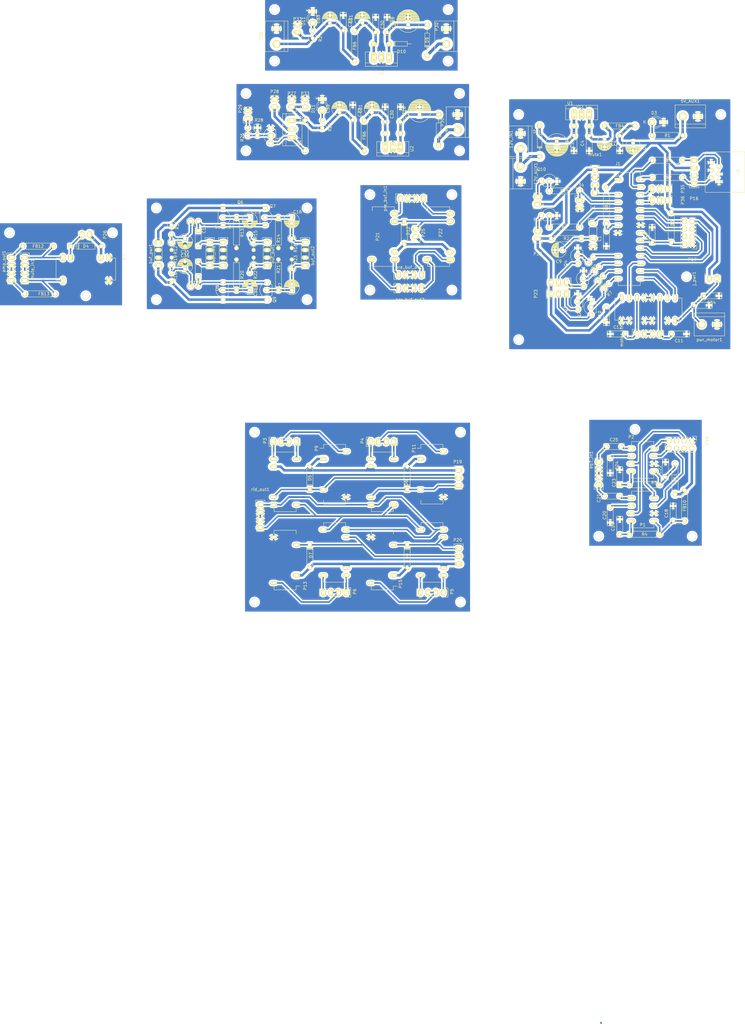
<source format=kicad_pcb>
(kicad_pcb (version 4) (host pcbnew 4.0.4-stable)
  (layers (0 F.Cu signal) (31 B.Cu signal) (35 F.Paste user) (37 F.SilkS user) (39 F.Mask user) (44 Edge.Cuts user))
  (net 0 "")
  (net 1 /5V)
  (net 2 /SCL)
  (net 3 /SDA)
  (net 4 GND)
  (net 5 "Net-(C1-Pad2)")
  (net 6 "Net-(C2-Pad1)")
  (net 7 "Net-(C4-Pad2)")
  (net 8 "Net-(C6-Pad1)")
  (net 9 "Net-(FB2-Pad1)")
  (net 10 "Net-(FB3-Pad2)")
  (net 11 /12V)
  (net 12 "Net-(D3-Pad2)")
  (net 13 "Net-(C9-Pad1)")
  (net 14 /VIN_MOTOR)
  (net 15 /MOT_EN)
  (net 16 /MOT_R)
  (net 17 /MOTOUT_R)
  (net 18 /MOTOUT_L)
  (net 19 /MOT_L)
  (net 20 /MUTE_EN)
  (net 21 /TEMP_L)
  (net 22 /TEMP_R)
  (net 23 /SPK_MUTE_EN)
  (net 24 /PREAMP_EN)
  (net 25 /IR_IN)
  (net 26 "Net-(C18-Pad1)")
  (net 27 "Net-(C19-Pad1)")
  (net 28 "Net-(C20-Pad1)")
  (net 29 /L_OUT)
  (net 30 "Net-(C21-Pad2)")
  (net 31 "Net-(C23-Pad1)")
  (net 32 "Net-(C24-Pad1)")
  (net 33 /R_OUT)
  (net 34 "Net-(C25-Pad2)")
  (net 35 /CH4)
  (net 36 /CH3)
  (net 37 /CH2)
  (net 38 /CH1)
  (net 39 /EQ7_RST)
  (net 40 /EQ7_STROBE)
  (net 41 /EQ7_DATA_R)
  (net 42 /EQ7_DATA_L)
  (net 43 /L_IN1)
  (net 44 /G_IN1)
  (net 45 /R_IN1)
  (net 46 /L_IN2)
  (net 47 /G_IN2)
  (net 48 /R_IN2)
  (net 49 /L_IN3)
  (net 50 /G_IN3)
  (net 51 /R_IN3)
  (net 52 /L_IN4)
  (net 53 /G_IN4)
  (net 54 /R_IN4)
  (net 55 "Net-(Q1-Pad2)")
  (net 56 "Net-(Q2-Pad2)")
  (net 57 "Net-(Q3-Pad2)")
  (net 58 "Net-(Q4-Pad2)")
  (net 59 "Net-(Q5-Pad2)")
  (net 60 "Net-(C22-Pad1)")
  (net 61 "Net-(C15-Pad1)")
  (net 62 /L_OUT_BUF1)
  (net 63 "Net-(C16-Pad1)")
  (net 64 /L_OUT_BUF2)
  (net 65 /R_OUT_BUF1)
  (net 66 "Net-(C26-Pad1)")
  (net 67 "Net-(C27-Pad1)")
  (net 68 /R_OUT_BUF2)
  (net 69 +9V)
  (net 70 "Net-(FB12-Pad2)")
  (net 71 "Net-(FB13-Pad2)")
  (net 72 "Net-(C28-Pad1)")
  (net 73 "Net-(C30-Pad2)")
  (net 74 "Net-(D11-Pad2)")
  (net 75 /CH1_EN)
  (net 76 /CH2_EN)
  (net 77 /CH4_EN)
  (net 78 /CH3_EN)
  (net 79 /L_OUT_BUF)
  (net 80 /R_OUT_BUF)
  (net 81 /L_OUT_PRE)
  (net 82 /R_OUT_PRE)
  (net 83 "Net-(Q10-Pad2)")
  (net 84 "Net-(Q11-Pad2)")
  (net 85 /PREAMP)
  (net 86 /MUTE)
  (net 87 "Net-(Q11-Pad1)")
  (net 88 /P_PWR_EN)
  (net 89 /9V_SW)
  (net 90 /VBIAS_L)
  (net 91 /VBIAS_R)
  (net 92 "Net-(C14-Pad1)")
  (net 93 "Net-(C17-Pad1)")
  (module Capacitors_ThroughHole:C_Rect_L7_W2_P5 (layer F.Cu) (at -214.63 -182.245 270)
    (fp_text reference C32 (at 2.5 -2.25 270) (layer F.SilkS))
    (fp_text value 100nF)
    (pad 1 thru_hole circle (at 0 0 270) (size 1.3 1.3) (drill 0.8) (layers *.Cu *.Mask F.SilkS) (net 4 GND))
    (pad 2 thru_hole circle (at 5 0 270) (size 1.3 1.3) (drill 0.8) (layers *.Cu *.Mask F.SilkS) (net 69 +9V))
  )
  (module Connect:bornier2 (layer F.Cu) (at -236.855 -175.26 90)
    (fp_text reference P30 (at 0 -5.08 90) (layer F.SilkS))
    (fp_text value CONN_01X02)
    (pad 1 thru_hole circle (at -2.54 0 90) (size 2.54 2.54) (drill 1.524) (layers *.Cu *.Mask F.SilkS) (net 11 /12V))
    (pad 2 thru_hole circle (at 2.54 0 90) (size 2.54 2.54) (drill 1.524) (layers *.Cu *.Mask F.SilkS) (net 4 GND))
  )
  (module Discret:R1 (layer F.Cu) (at -224.79 -175.895 90)
    (fp_text reference R24 (at -1.016 2.54 90) (layer F.SilkS))
    (fp_text value 680R)
    (pad 1 thru_hole circle (at -1.27 0 90) (size 1.397 1.397) (drill 0.8128) (layers *.Cu *.Mask F.SilkS) (net 69 +9V))
    (pad 2 thru_hole circle (at 1.27 0 90) (size 1.397 1.397) (drill 0.8128) (layers *.Cu *.Mask F.SilkS) (net 74 "Net-(D11-Pad2)"))
  )
  (module Capacitors_ThroughHole:C_Radial_D7.5_L11.2_P2.5 (layer F.Cu) (at -193.04 -179.07 90)
    (fp_text reference C28 (at 1.25 -5.1 90) (layer F.SilkS))
    (fp_text value 470uF)
    (pad 2 thru_hole circle (at 2.5 0 90) (size 1.3 1.3) (drill 0.8) (layers *.Cu *.Mask F.SilkS) (net 4 GND))
    (pad 1 thru_hole rect (at 0 0 90) (size 1.3 1.3) (drill 0.8) (layers *.Cu *.Mask F.SilkS) (net 72 "Net-(C28-Pad1)"))
  )
  (module Pin_Headers:Pin_Header_Straight_1x02 (layer F.Cu) (at -229.87 -176.53 180)
    (fp_text reference P33 (at 0 4.445 180) (layer F.SilkS))
    (fp_text value CONN_01X02)
    (pad 1 thru_hole oval (at 0 0 180) (size 2.3 1.5) (drill 1.016) (layers *.Cu *.Mask F.SilkS) (net 69 +9V))
    (pad 2 thru_hole oval (at 0 2.54 180) (size 2.3 1.5) (drill 1.016) (layers *.Cu *.Mask F.SilkS) (net 4 GND))
  )
  (module Connect:bornier2 (layer F.Cu) (at -180.34 -175.26 90)
    (fp_text reference P30 (at 3.175 -3.175 90) (layer F.SilkS))
    (fp_text value CONN_01X02)
    (pad 1 thru_hole circle (at -2.54 0 90) (size 2.54 2.54) (drill 1.524) (layers *.Cu *.Mask F.SilkS) (net 11 /12V))
    (pad 2 thru_hole circle (at 2.54 0 90) (size 2.54 2.54) (drill 1.524) (layers *.Cu *.Mask F.SilkS) (net 4 GND))
  )
  (module TO_SOT_Packages_THT:TO-220_Neutral123_Vertical_LargePads (layer F.Cu) (at -201.93 -168.275 180)
    (fp_text reference U2 (at 0 -5.08 180) (layer F.SilkS))
    (fp_text value 7809)
    (pad GND thru_hole oval (at 0 0 270) (size 3.50012 1.69926) (drill 1.00076) (layers *.Cu *.Mask F.SilkS) (net 4 GND))
    (pad VI thru_hole oval (at -2.54 0 270) (size 3.50012 1.69926) (drill 1.00076) (layers *.Cu *.Mask F.SilkS) (net 72 "Net-(C28-Pad1)"))
    (pad VO thru_hole oval (at 2.54 0 270) (size 3.50012 1.69926) (drill 1.00076) (layers *.Cu *.Mask F.SilkS) (net 73 "Net-(C30-Pad2)"))
  )
  (module Discret:R4 (layer F.Cu) (at -210.82 -172.085 270)
    (fp_text reference FB6 (at 0 0 270) (layer F.SilkS))
    (fp_text value FILTER)
    (pad 1 thru_hole circle (at -5.08 0 270) (size 1.524 1.524) (drill 0.8128) (layers *.Cu *.Mask F.SilkS) (net 73 "Net-(C30-Pad2)"))
    (pad 2 thru_hole circle (at 5.08 0 270) (size 1.524 1.524) (drill 0.8128) (layers *.Cu *.Mask F.SilkS) (net 69 +9V))
  )
  (module LEDs:LED-3MM (layer F.Cu) (at -224.79 -182.245 270)
    (fp_text reference D11 (at 1.91 3.06 270) (layer F.SilkS))
    (fp_text value LED)
    (fp_text user K (at -1.69 1.74 270) (layer F.SilkS))
    (pad 1 thru_hole circle (at -1.27 0 270) (size 2 2) (drill 1.00076) (layers *.Cu *.Mask F.SilkS) (net 4 GND))
    (pad 2 thru_hole circle (at 2.54 0 270) (size 2 2) (drill 1.00076) (layers *.Cu *.Mask F.SilkS) (net 74 "Net-(D11-Pad2)"))
  )
  (module Diodes_ThroughHole:Diode_DO-35_SOD27_Horizontal_RM10 (layer F.Cu) (at -200.66 -172.72)
    (fp_text reference D10 (at 5.43052 2.53746) (layer F.SilkS))
    (fp_text value DIODE)
    (pad 2 thru_hole circle (at 1.27 0 180) (size 1.69926 1.69926) (drill 0.70104) (layers *.Cu *.Mask F.SilkS) (net 72 "Net-(C28-Pad1)"))
    (pad 1 thru_hole circle (at -3.81 0 180) (size 1.69926 1.69926) (drill 0.70104) (layers *.Cu *.Mask F.SilkS) (net 73 "Net-(C30-Pad2)"))
  )
  (module Diodes_ThroughHole:Diode_DO-35_SOD27_Horizontal_RM10 (layer F.Cu) (at -186.69 -168.91 90)
    (fp_text reference D9 (at 5.08 0 90) (layer F.SilkS))
    (fp_text value DIODE)
    (pad 2 thru_hole circle (at 10.16052 -0.00254 270) (size 1.69926 1.69926) (drill 0.70104) (layers *.Cu *.Mask F.SilkS) (net 72 "Net-(C28-Pad1)"))
    (pad 1 thru_hole circle (at 0.00052 -0.00254 270) (size 1.69926 1.69926) (drill 0.70104) (layers *.Cu *.Mask F.SilkS) (net 11 /12V))
  )
  (module Capacitors_ThroughHole:C_Radial_D5_L6_P2.5 (layer F.Cu) (at -219.075 -179.705 90)
    (fp_text reference C33 (at 1.25 -3.8 90) (layer F.SilkS))
    (fp_text value 10uF)
    (pad 1 thru_hole circle (at 0 0 90) (size 1.3 1.3) (drill 0.8) (layers *.Cu *.Mask F.SilkS) (net 69 +9V))
    (pad 2 thru_hole circle (at 2.5 0 90) (size 1.3 1.3) (drill 0.8) (layers *.Cu *.Mask F.SilkS) (net 4 GND))
  )
  (module Capacitors_ThroughHole:C_Radial_D5_L6_P2.5 (layer F.Cu) (at -208.28 -179.705 90)
    (fp_text reference C31 (at 1.25 -3.8 90) (layer F.SilkS))
    (fp_text value 10uF)
    (pad 1 thru_hole circle (at 0 0 90) (size 1.3 1.3) (drill 0.8) (layers *.Cu *.Mask F.SilkS) (net 73 "Net-(C30-Pad2)"))
    (pad 2 thru_hole circle (at 2.5 0 90) (size 1.3 1.3) (drill 0.8) (layers *.Cu *.Mask F.SilkS) (net 4 GND))
  )
  (module Capacitors_ThroughHole:C_Rect_L7_W2_P5 (layer F.Cu) (at -203.835 -181.61 270)
    (fp_text reference C30 (at 2.5 -2.25 270) (layer F.SilkS))
    (fp_text value 100nF)
    (pad 1 thru_hole circle (at 0 0 270) (size 1.3 1.3) (drill 0.8) (layers *.Cu *.Mask F.SilkS) (net 4 GND))
    (pad 2 thru_hole circle (at 5 0 270) (size 1.3 1.3) (drill 0.8) (layers *.Cu *.Mask F.SilkS) (net 73 "Net-(C30-Pad2)"))
  )
  (module Capacitors_ThroughHole:C_Rect_L7_W2_P5 (layer F.Cu) (at -200.025 -181.61 270)
    (fp_text reference C29 (at 2.5 -2.25 270) (layer F.SilkS))
    (fp_text value 100nF)
    (pad 1 thru_hole circle (at 0 0 270) (size 1.3 1.3) (drill 0.8) (layers *.Cu *.Mask F.SilkS) (net 4 GND))
    (pad 2 thru_hole circle (at 5 0 270) (size 1.3 1.3) (drill 0.8) (layers *.Cu *.Mask F.SilkS) (net 72 "Net-(C28-Pad1)"))
  )
  (module Capacitors_ThroughHole:C_Radial_D5_L11_P2 (layer F.Cu) (at -231.775 -114.935 270)
    (fp_text reference C16 (at -1.905 -1.905 360) (layer F.SilkS))
    (fp_text value 1uF)
    (pad 1 thru_hole rect (at 0 0 270) (size 1.3 1.3) (drill 0.8) (layers *.Cu *.Mask F.SilkS) (net 63 "Net-(C16-Pad1)"))
    (pad 2 thru_hole circle (at 2 0 270) (size 1.3 1.3) (drill 0.8) (layers *.Cu *.Mask F.SilkS) (net 64 /L_OUT_BUF2))
  )
  (module Capacitors_ThroughHole:C_Rect_L7_W2_P5 (layer F.Cu) (at -262.89 -110.49 270)
    (fp_text reference C14 (at -0.635 -1.905 270) (layer F.SilkS))
    (fp_text value 0.1)
    (pad 1 thru_hole rect (at 0 0 270) (size 1.3 1.3) (drill 0.8) (layers *.Cu *.Mask F.SilkS) (net 92 "Net-(C14-Pad1)"))
    (pad 2 thru_hole circle (at 5 0 270) (size 1.3 1.3) (drill 0.8) (layers *.Cu *.Mask F.SilkS) (net 79 /L_OUT_BUF))
  )
  (module TO_SOT_Packages_THT:TO-220_Neutral123_Vertical_LargePads (layer F.Cu) (at -231.775 -144.145 90)
    (fp_text reference Q12 (at 3.175 3.175 90) (layer F.SilkS))
    (fp_text value Q_PMOS_GDS)
    (pad 2 thru_hole oval (at 0.254 0 180) (size 3 1.5) (drill 1.00076) (layers *.Cu *.Mask F.SilkS) (net 89 /9V_SW))
    (pad 1 thru_hole oval (at -2.54 0 180) (size 3 1.5) (drill 1.00076) (layers *.Cu *.Mask F.SilkS) (net 87 "Net-(Q11-Pad1)"))
    (pad 3 thru_hole oval (at 3.175 0 180) (size 3 1.5) (drill 1.00076) (layers *.Cu *.Mask F.SilkS) (net 69 +9V))
  )
  (module Housings_DIP:DIP-14_W7.62mm_LongPads (layer F.Cu) (at -197.485 -100.965 180)
    (fp_text reference P21 (at 5.715 7.62 270) (layer F.SilkS))
    (fp_text value DIP05-2A72-21L)
    (pad 1 thru_hole oval (at 0 0 180) (size 2.3 1.6) (drill 0.8) (layers *.Cu *.Mask F.SilkS) (net 79 /L_OUT_BUF))
    (pad 2 thru_hole oval (at 0 2.54 180) (size 2.3 1.6) (drill 0.8) (layers *.Cu *.Mask F.SilkS) (net 1 /5V))
    (pad 6 thru_hole oval (at 0 12.7 180) (size 2.3 1.6) (drill 0.8) (layers *.Cu *.Mask F.SilkS) (net 24 /PREAMP_EN))
    (pad 7 thru_hole oval (at 0 15.24 180) (size 2.3 1.6) (drill 0.8) (layers *.Cu *.Mask F.SilkS) (net 29 /L_OUT))
    (pad 14 thru_hole oval (at 7.62 0 180) (size 2.3 1.6) (drill 0.8) (layers *.Cu *.Mask F.SilkS) (net 81 /L_OUT_PRE))
  )
  (module Housings_DIP:DIP-14_W7.62mm_LongPads (layer F.Cu) (at -179.07 -100.965 180)
    (fp_text reference P22 (at 3.175 8.89 270) (layer F.SilkS))
    (fp_text value DIP05-2A72-21L)
    (pad 6 thru_hole oval (at 0 12.7 180) (size 2.3 1.6) (drill 0.8) (layers *.Cu *.Mask F.SilkS) (net 24 /PREAMP_EN))
    (pad 1 thru_hole oval (at 0 0 180) (size 2.3 1.6) (drill 0.8) (layers *.Cu *.Mask F.SilkS) (net 80 /R_OUT_BUF))
    (pad 2 thru_hole oval (at 0 2.54 180) (size 2.3 1.6) (drill 0.8) (layers *.Cu *.Mask F.SilkS) (net 1 /5V))
    (pad 7 thru_hole oval (at 0 15.24 180) (size 2.3 1.6) (drill 0.8) (layers *.Cu *.Mask F.SilkS) (net 33 /R_OUT))
    (pad 14 thru_hole oval (at 7.62 0 180) (size 2.3 1.6) (drill 0.8) (layers *.Cu *.Mask F.SilkS) (net 82 /R_OUT_PRE))
  )
  (module Housings_DIP:DIP-16_W7.62mm_LongPads (layer F.Cu) (at -121.92 -80.645 90)
    (fp_text reference IC1 (at 0 -5.22 90) (layer F.SilkS))
    (fp_text value L293D)
    (pad 1 thru_hole oval (at 0 0 90) (size 2.3 1.1) (drill 0.8) (layers *.Cu *.Mask F.SilkS) (net 4 GND))
    (pad 2 thru_hole oval (at 0 2.54 90) (size 2.3 1.1) (drill 0.8) (layers *.Cu *.Mask F.SilkS) (net 4 GND))
    (pad 4 thru_hole oval (at 0 7.62 90) (size 2.3 1.1) (drill 0.8) (layers *.Cu *.Mask F.SilkS) (net 4 GND))
    (pad 5 thru_hole oval (at 0 10.16 90) (size 2.3 1.1) (drill 0.8) (layers *.Cu *.Mask F.SilkS) (net 4 GND))
    (pad 7 thru_hole oval (at 0 15.24 90) (size 2.3 1.1) (drill 0.8) (layers *.Cu *.Mask F.SilkS) (net 4 GND))
    (pad 8 thru_hole oval (at 0 17.78 90) (size 2.3 1.1) (drill 0.8) (layers *.Cu *.Mask F.SilkS) (net 14 /VIN_MOTOR))
    (pad 9 thru_hole oval (at 7.62 17.78 90) (size 2.3 1.1) (drill 0.8) (layers *.Cu *.Mask F.SilkS) (net 15 /MOT_EN))
    (pad 10 thru_hole oval (at 7.62 15.24 90) (size 2.3 1.1) (drill 0.8) (layers *.Cu *.Mask F.SilkS) (net 16 /MOT_R))
    (pad 11 thru_hole oval (at 7.62 12.7 90) (size 2.3 1.1) (drill 0.8) (layers *.Cu *.Mask F.SilkS) (net 17 /MOTOUT_R))
    (pad 12 thru_hole oval (at 7.62 10.16 90) (size 2.3 1.1) (drill 0.8) (layers *.Cu *.Mask F.SilkS) (net 4 GND))
    (pad 13 thru_hole oval (at 7.62 7.62 90) (size 2.3 1.1) (drill 0.8) (layers *.Cu *.Mask F.SilkS) (net 4 GND))
    (pad 14 thru_hole oval (at 7.62 5.08 90) (size 2.3 1.1) (drill 0.8) (layers *.Cu *.Mask F.SilkS) (net 18 /MOTOUT_L))
    (pad 15 thru_hole oval (at 7.62 2.54 90) (size 2.3 1.1) (drill 0.8) (layers *.Cu *.Mask F.SilkS) (net 19 /MOT_L))
    (pad 16 thru_hole oval (at 7.62 0 90) (size 2.3 1.1) (drill 0.8) (layers *.Cu *.Mask F.SilkS) (net 1 /5V))
  )
  (module TO_SOT_Packages_THT:TO-92_Inline_Wide (layer F.Cu) (at -134.62 -92.075 90)
    (fp_text reference Q5 (at 0 -4 270) (layer F.SilkS))
    (fp_text value BC547)
    (pad 2 thru_hole circle (at 2.54 0 180) (size 1.524 1.524) (drill 0.8) (layers *.Cu *.Mask F.SilkS) (net 59 "Net-(Q5-Pad2)"))
    (pad 3 thru_hole circle (at 5.08 0 180) (size 1.524 1.524) (drill 0.8) (layers *.Cu *.Mask F.SilkS) (net 4 GND))
    (pad 1 thru_hole circle (at 0 0 180) (size 1.524 1.524) (drill 0.8) (layers *.Cu *.Mask F.SilkS) (net 78 /CH3_EN))
  )
  (module Housings_DIP:DIP-14_W7.62mm_LongPads (layer F.Cu) (at -188.9125 -37.1475)
    (fp_text reference P11 (at -2.2225 -0.9525 90) (layer F.SilkS))
    (fp_text value DIP05-1A72-12L)
    (pad 14 thru_hole oval (at 7.62 0) (size 2.3 1.2) (drill 0.8) (layers *.Cu *.Mask F.SilkS) (net 47 /G_IN2))
    (pad 2 thru_hole oval (at 0 2.54) (size 2.3 1.2) (drill 0.8) (layers *.Cu *.Mask F.SilkS) (net 1 /5V))
    (pad 6 thru_hole oval (at 0 12.7) (size 2.3 1.2) (drill 0.8) (layers *.Cu *.Mask F.SilkS) (net 76 /CH2_EN))
    (pad 8 thru_hole oval (at 7.62 15.24) (size 2.3 1.2) (drill 0.8) (layers *.Cu *.Mask F.SilkS) (net 4 GND))
  )
  (module Housings_DIP:DIP-8_W7.62mm_LongPads (layer F.Cu) (at -111.125 -30.48 180)
    (fp_text reference P2 (at 7.62 11.43 180) (layer F.SilkS))
    (fp_text value Msgeq7_1)
    (pad 1 thru_hole oval (at 0 0 180) (size 2.3 1.2) (drill 0.8) (layers *.Cu *.Mask F.SilkS) (net 60 "Net-(C22-Pad1)"))
    (pad 2 thru_hole oval (at 0 2.54 180) (size 2.3 1.2) (drill 0.8) (layers *.Cu *.Mask F.SilkS) (net 4 GND))
    (pad 3 thru_hole oval (at 0 5.08 180) (size 2.3 1.2) (drill 0.8) (layers *.Cu *.Mask F.SilkS) (net 41 /EQ7_DATA_R))
    (pad 4 thru_hole oval (at 0 7.62 180) (size 2.3 1.2) (drill 0.8) (layers *.Cu *.Mask F.SilkS) (net 40 /EQ7_STROBE))
    (pad 5 thru_hole oval (at 7.62 7.62 180) (size 2.3 1.2) (drill 0.8) (layers *.Cu *.Mask F.SilkS) (net 34 "Net-(C25-Pad2)"))
    (pad 6 thru_hole oval (at 7.62 5.08 180) (size 2.3 1.2) (drill 0.8) (layers *.Cu *.Mask F.SilkS) (net 32 "Net-(C24-Pad1)"))
    (pad 7 thru_hole oval (at 7.62 2.54 180) (size 2.3 1.2) (drill 0.8) (layers *.Cu *.Mask F.SilkS) (net 39 /EQ7_RST))
    (pad 8 thru_hole oval (at 7.62 0 180) (size 2.3 1.2) (drill 0.8) (layers *.Cu *.Mask F.SilkS) (net 31 "Net-(C23-Pad1)"))
  )
  (module Housings_DIP:DIP-8_W7.62mm_LongPads (layer F.Cu) (at -111.125 -13.97 180)
    (fp_text reference P1 (at 3.81 -1.27 180) (layer F.SilkS))
    (fp_text value Msgeq7_1)
    (pad 1 thru_hole oval (at 0 0 180) (size 2.3 1.2) (drill 0.8) (layers *.Cu *.Mask F.SilkS) (net 26 "Net-(C18-Pad1)"))
    (pad 2 thru_hole oval (at 0 2.54 180) (size 2.3 1.2) (drill 0.8) (layers *.Cu *.Mask F.SilkS) (net 4 GND))
    (pad 3 thru_hole oval (at 0 5.08 180) (size 2.3 1.2) (drill 0.8) (layers *.Cu *.Mask F.SilkS) (net 42 /EQ7_DATA_L))
    (pad 4 thru_hole oval (at 0 7.62 180) (size 2.3 1.2) (drill 0.8) (layers *.Cu *.Mask F.SilkS) (net 40 /EQ7_STROBE))
    (pad 5 thru_hole oval (at 7.62 7.62 180) (size 2.3 1.2) (drill 0.8) (layers *.Cu *.Mask F.SilkS) (net 30 "Net-(C21-Pad2)"))
    (pad 6 thru_hole oval (at 7.62 5.08 180) (size 2.3 1.2) (drill 0.8) (layers *.Cu *.Mask F.SilkS) (net 28 "Net-(C20-Pad1)"))
    (pad 7 thru_hole oval (at 7.62 2.54 180) (size 2.3 1.2) (drill 0.8) (layers *.Cu *.Mask F.SilkS) (net 39 /EQ7_RST))
    (pad 8 thru_hole oval (at 7.62 0 180) (size 2.3 1.2) (drill 0.8) (layers *.Cu *.Mask F.SilkS) (net 27 "Net-(C19-Pad1)"))
  )
  (module Housings_DIP:DIP-28_W7.62mm_LongPads (layer F.Cu) (at -123.19 -127.635)
    (fp_text reference J1 (at 0 -5.22) (layer F.SilkS))
    (fp_text value Atmega328)
    (pad 1 thru_hole oval (at 0 0) (size 2.3 1) (drill 0.8) (layers *.Cu *.Mask F.SilkS) (net 1 /5V))
    (pad 3 thru_hole oval (at 0 5.08) (size 2.3 1) (drill 0.8) (layers *.Cu *.Mask F.SilkS) (net 23 /SPK_MUTE_EN))
    (pad 4 thru_hole oval (at 0 7.62) (size 2.3 1) (drill 0.8) (layers *.Cu *.Mask F.SilkS) (net 85 /PREAMP))
    (pad 5 thru_hole oval (at 0 10.16) (size 2.3 1) (drill 0.8) (layers *.Cu *.Mask F.SilkS) (net 86 /MUTE))
    (pad 6 thru_hole oval (at 0 12.7) (size 2.3 1) (drill 0.8) (layers *.Cu *.Mask F.SilkS) (net 25 /IR_IN))
    (pad 7 thru_hole oval (at 0 15.24) (size 2.3 1) (drill 0.8) (layers *.Cu *.Mask F.SilkS) (net 5 "Net-(C1-Pad2)"))
    (pad 8 thru_hole oval (at 0 17.78) (size 2.3 1) (drill 0.8) (layers *.Cu *.Mask F.SilkS) (net 4 GND))
    (pad 11 thru_hole oval (at 0 25.4) (size 2.3 1) (drill 0.8) (layers *.Cu *.Mask F.SilkS) (net 35 /CH4))
    (pad 12 thru_hole oval (at 0 27.94) (size 2.3 1) (drill 0.8) (layers *.Cu *.Mask F.SilkS) (net 36 /CH3))
    (pad 13 thru_hole oval (at 0 30.48) (size 2.3 1) (drill 0.8) (layers *.Cu *.Mask F.SilkS) (net 37 /CH2))
    (pad 14 thru_hole oval (at 0 33.02) (size 2.3 1) (drill 0.8) (layers *.Cu *.Mask F.SilkS) (net 38 /CH1))
    (pad 15 thru_hole oval (at 7.62 33.02) (size 2.3 1) (drill 0.8) (layers *.Cu *.Mask F.SilkS) (net 16 /MOT_R))
    (pad 16 thru_hole oval (at 7.62 30.48) (size 2.3 1) (drill 0.8) (layers *.Cu *.Mask F.SilkS) (net 15 /MOT_EN))
    (pad 17 thru_hole oval (at 7.62 27.94) (size 2.3 1) (drill 0.8) (layers *.Cu *.Mask F.SilkS) (net 19 /MOT_L))
    (pad 18 thru_hole oval (at 7.62 25.4) (size 2.3 1) (drill 0.8) (layers *.Cu *.Mask F.SilkS) (net 40 /EQ7_STROBE))
    (pad 19 thru_hole oval (at 7.62 22.86) (size 2.3 1) (drill 0.8) (layers *.Cu *.Mask F.SilkS) (net 39 /EQ7_RST))
    (pad 20 thru_hole oval (at 7.62 20.32) (size 2.3 1) (drill 0.8) (layers *.Cu *.Mask F.SilkS) (net 8 "Net-(C6-Pad1)"))
    (pad 21 thru_hole oval (at 7.62 17.78) (size 2.3 1) (drill 0.8) (layers *.Cu *.Mask F.SilkS) (net 8 "Net-(C6-Pad1)"))
    (pad 22 thru_hole oval (at 7.62 15.24) (size 2.3 1) (drill 0.8) (layers *.Cu *.Mask F.SilkS) (net 4 GND))
    (pad 23 thru_hole oval (at 7.62 12.7) (size 2.3 1) (drill 0.8) (layers *.Cu *.Mask F.SilkS) (net 42 /EQ7_DATA_L))
    (pad 24 thru_hole oval (at 7.62 10.16) (size 2.3 1) (drill 0.8) (layers *.Cu *.Mask F.SilkS) (net 41 /EQ7_DATA_R))
    (pad 25 thru_hole oval (at 7.62 7.62) (size 2.3 1) (drill 0.8) (layers *.Cu *.Mask F.SilkS) (net 21 /TEMP_L))
    (pad 26 thru_hole oval (at 7.62 5.08) (size 2.3 1) (drill 0.8) (layers *.Cu *.Mask F.SilkS) (net 22 /TEMP_R))
    (pad 27 thru_hole oval (at 7.62 2.54) (size 2.3 1) (drill 0.8) (layers *.Cu *.Mask F.SilkS) (net 10 "Net-(FB3-Pad2)"))
    (pad 28 thru_hole oval (at 7.62 0) (size 2.3 1) (drill 0.8) (layers *.Cu *.Mask F.SilkS) (net 9 "Net-(FB2-Pad1)"))
  )
  (module TO_SOT_Packages_THT:TO-220_Neutral123_Vertical_LargePads (layer F.Cu) (at -135.255 -149.225)
    (fp_text reference U1 (at -3.81 -3.81) (layer F.SilkS))
    (fp_text value 7805)
    (pad GND thru_hole oval (at 0 0 90) (size 3.50012 1.69926) (drill 1.00076) (layers *.Cu *.Mask F.SilkS) (net 4 GND))
    (pad VI thru_hole oval (at -2.54 0 90) (size 3.50012 1.69926) (drill 1.00076) (layers *.Cu *.Mask F.SilkS) (net 6 "Net-(C2-Pad1)"))
    (pad VO thru_hole oval (at 2.54 0 90) (size 3.50012 1.69926) (drill 1.00076) (layers *.Cu *.Mask F.SilkS) (net 7 "Net-(C4-Pad2)"))
  )
  (module Connect:bornier2 (layer F.Cu) (at -99.06 -148.59)
    (fp_text reference 5V_AUX1 (at 0 -5.08) (layer F.SilkS))
    (fp_text value CONN_2)
    (pad 1 thru_hole circle (at -2.54 0) (size 2.54 2.54) (drill 1.524) (layers *.Cu *.Mask F.SilkS) (net 1 /5V))
    (pad 2 thru_hole circle (at 2.54 0) (size 2.54 2.54) (drill 1.524) (layers *.Cu *.Mask F.SilkS) (net 4 GND))
  )
  (module Connect:bornier2 (layer F.Cu) (at -155.575 -129.54 270)
    (fp_text reference 12V_AUX1 (at 0 -5.08 270) (layer F.SilkS))
    (fp_text value CONN_2)
    (pad 1 thru_hole circle (at -2.54 0 270) (size 2.54 2.54) (drill 1.524) (layers *.Cu *.Mask F.SilkS) (net 11 /12V))
    (pad 2 thru_hole circle (at 2.54 0 270) (size 2.54 2.54) (drill 1.524) (layers *.Cu *.Mask F.SilkS) (net 4 GND))
  )
  (module Connect:bornier2 (layer F.Cu) (at -155.575 -140.335 90)
    (fp_text reference 12V_IN1 (at 0.635 -3.175 90) (layer F.SilkS))
    (fp_text value CONN_2)
    (pad 1 thru_hole circle (at -2.54 0 90) (size 2.54 2.54) (drill 1.524) (layers *.Cu *.Mask F.SilkS) (net 11 /12V))
    (pad 2 thru_hole circle (at 2.54 0 90) (size 2.54 2.54) (drill 1.524) (layers *.Cu *.Mask F.SilkS) (net 4 GND))
  )
  (module Capacitors_ThroughHole:C_Rect_L7_W2_P5 (layer F.Cu) (at -127 -105.41 90)
    (fp_text reference C1 (at 2.5 -2.25 90) (layer F.SilkS))
    (fp_text value 100nF)
    (pad 1 thru_hole circle (at 0 0 90) (size 1.3 1.3) (drill 0.8) (layers *.Cu *.Mask F.SilkS) (net 4 GND))
    (pad 2 thru_hole circle (at 5 0 90) (size 1.3 1.3) (drill 0.8) (layers *.Cu *.Mask F.SilkS) (net 5 "Net-(C1-Pad2)"))
  )
  (module Capacitors_ThroughHole:C_Rect_L7_W2_P5 (layer F.Cu) (at -137.795 -137.16 90)
    (fp_text reference C3 (at 2.5 -2.25 90) (layer F.SilkS))
    (fp_text value 100nF)
    (pad 1 thru_hole circle (at 0 0 90) (size 1.3 1.3) (drill 0.8) (layers *.Cu *.Mask F.SilkS) (net 4 GND))
    (pad 2 thru_hole circle (at 5 0 90) (size 1.3 1.3) (drill 0.8) (layers *.Cu *.Mask F.SilkS) (net 6 "Net-(C2-Pad1)"))
  )
  (module Capacitors_ThroughHole:C_Rect_L7_W2_P5 (layer F.Cu) (at -132.715 -137.16 90)
    (fp_text reference C4 (at 2.5 -2.25 90) (layer F.SilkS))
    (fp_text value 100nF)
    (pad 1 thru_hole circle (at 0 0 90) (size 1.3 1.3) (drill 0.8) (layers *.Cu *.Mask F.SilkS) (net 4 GND))
    (pad 2 thru_hole circle (at 5 0 90) (size 1.3 1.3) (drill 0.8) (layers *.Cu *.Mask F.SilkS) (net 7 "Net-(C4-Pad2)"))
  )
  (module Capacitors_ThroughHole:C_Rect_L7_W2_P5 (layer F.Cu) (at -111.76 -106.68 90)
    (fp_text reference C6 (at 2.5 -2.25 90) (layer F.SilkS))
    (fp_text value 100nF)
    (pad 1 thru_hole circle (at 0 0 90) (size 1.3 1.3) (drill 0.8) (layers *.Cu *.Mask F.SilkS) (net 8 "Net-(C6-Pad1)"))
    (pad 2 thru_hole circle (at 5 0 90) (size 1.3 1.3) (drill 0.8) (layers *.Cu *.Mask F.SilkS) (net 4 GND))
  )
  (module Capacitors_ThroughHole:C_Rect_L7_W2_P5 (layer F.Cu) (at -122.555 -137.16 90)
    (fp_text reference C7 (at 2.5 -2.25 90) (layer F.SilkS))
    (fp_text value 100nF)
    (pad 1 thru_hole circle (at 0 0 90) (size 1.3 1.3) (drill 0.8) (layers *.Cu *.Mask F.SilkS) (net 4 GND))
    (pad 2 thru_hole circle (at 5 0 90) (size 1.3 1.3) (drill 0.8) (layers *.Cu *.Mask F.SilkS) (net 1 /5V))
  )
  (module LEDs:LED-3MM (layer F.Cu) (at -109.22 -146.685 180)
    (fp_text reference D3 (at 1.91 3.06 180) (layer F.SilkS))
    (fp_text value LED)
    (fp_text user K (at 5.08 0 180) (layer F.SilkS))
    (pad 1 thru_hole circle (at -1.27 0 180) (size 2 2) (drill 1.00076) (layers *.Cu *.Mask F.SilkS) (net 4 GND))
    (pad 2 thru_hole circle (at 2.54 0 180) (size 2 2) (drill 1.00076) (layers *.Cu *.Mask F.SilkS) (net 12 "Net-(D3-Pad2)"))
  )
  (module Discret:R4 (layer F.Cu) (at -127 -118.745 270)
    (fp_text reference FB1 (at 0 0 270) (layer F.SilkS))
    (fp_text value FILTER)
    (pad 1 thru_hole circle (at -6.35 0 270) (size 1.524 1.524) (drill 0.8128) (layers *.Cu *.Mask F.SilkS) (net 1 /5V))
    (pad 2 thru_hole circle (at 5.715 0 270) (size 1.524 1.524) (drill 0.8128) (layers *.Cu *.Mask F.SilkS) (net 5 "Net-(C1-Pad2)"))
  )
  (module Discret:R4 (layer F.Cu) (at -106.68 -128.27)
    (fp_text reference FB2 (at 0 0) (layer F.SilkS))
    (fp_text value FILTER)
    (pad 1 thru_hole circle (at -5.08 0) (size 1.524 1.524) (drill 0.8128) (layers *.Cu *.Mask F.SilkS) (net 9 "Net-(FB2-Pad1)"))
    (pad 2 thru_hole circle (at 5.08 0) (size 1.524 1.524) (drill 0.8128) (layers *.Cu *.Mask F.SilkS) (net 2 /SCL))
  )
  (module Discret:R4 (layer F.Cu) (at -106.68 -133.985 180)
    (fp_text reference FB3 (at 0 0 180) (layer F.SilkS))
    (fp_text value FILTER)
    (pad 1 thru_hole circle (at -5.08 0 180) (size 1.524 1.524) (drill 0.8128) (layers *.Cu *.Mask F.SilkS) (net 3 /SDA))
    (pad 2 thru_hole circle (at 5.08 0 180) (size 1.524 1.524) (drill 0.8128) (layers *.Cu *.Mask F.SilkS) (net 10 "Net-(FB3-Pad2)"))
  )
  (module Discret:R4 (layer F.Cu) (at -122.555 -145.415)
    (fp_text reference FB4 (at 0 0) (layer F.SilkS))
    (fp_text value FILTER)
    (pad 1 thru_hole circle (at -5.08 0) (size 1.524 1.524) (drill 0.8128) (layers *.Cu *.Mask F.SilkS) (net 7 "Net-(C4-Pad2)"))
    (pad 2 thru_hole circle (at 5.08 0) (size 1.524 1.524) (drill 0.8128) (layers *.Cu *.Mask F.SilkS) (net 1 /5V))
  )
  (module Discret:R4 (layer F.Cu) (at -105.41 -111.76 90)
    (fp_text reference FB5 (at 0.889 0.381 90) (layer F.SilkS))
    (fp_text value FILTER)
    (pad 1 thru_hole circle (at -5.08 0 90) (size 1.524 1.524) (drill 0.8128) (layers *.Cu *.Mask F.SilkS) (net 8 "Net-(C6-Pad1)"))
    (pad 2 thru_hole circle (at 5.08 0 90) (size 1.524 1.524) (drill 0.8128) (layers *.Cu *.Mask F.SilkS) (net 1 /5V))
  )
  (module Pin_Headers:Pin_Header_Straight_1x04 (layer F.Cu) (at -131.445 -113.03)
    (fp_text reference ir1 (at 0 -5.1) (layer F.SilkS))
    (fp_text value CONN_4)
    (pad 1 thru_hole oval (at 0 0) (size 2.3 1.5) (drill 1.016) (layers *.Cu *.Mask F.SilkS) (net 25 /IR_IN))
    (pad 3 thru_hole oval (at 0 5.08) (size 2.3 1.5) (drill 1.016) (layers *.Cu *.Mask F.SilkS) (net 13 "Net-(C9-Pad1)"))
    (pad 4 thru_hole oval (at 0 7.62) (size 2.3 1.5) (drill 1.016) (layers *.Cu *.Mask F.SilkS) (net 4 GND))
  )
  (module Discret:R4 (layer F.Cu) (at -106.68 -142.24 180)
    (fp_text reference R1 (at 0 0 180) (layer F.SilkS))
    (fp_text value 680R)
    (pad 1 thru_hole circle (at -5.08 0 180) (size 1.524 1.524) (drill 0.8128) (layers *.Cu *.Mask F.SilkS) (net 1 /5V))
    (pad 2 thru_hole circle (at 5.08 0 180) (size 1.524 1.524) (drill 0.8128) (layers *.Cu *.Mask F.SilkS) (net 12 "Net-(D3-Pad2)"))
  )
  (module Discret:R4 (layer F.Cu) (at -140.335 -107.95 180)
    (fp_text reference R2 (at 0 0 180) (layer F.SilkS))
    (fp_text value 100R)
    (pad 1 thru_hole circle (at -5.08 0 180) (size 1.524 1.524) (drill 0.8128) (layers *.Cu *.Mask F.SilkS) (net 13 "Net-(C9-Pad1)"))
    (pad 2 thru_hole circle (at 5.08 0 180) (size 1.524 1.524) (drill 0.8128) (layers *.Cu *.Mask F.SilkS) (net 1 /5V))
  )
  (module Capacitors_ThroughHole:C_Radial_D5_L6_P2.5 (layer F.Cu) (at -127.635 -140.97 270)
    (fp_text reference C5 (at 1.25 -3.8 270) (layer F.SilkS))
    (fp_text value 10uF)
    (pad 1 thru_hole circle (at 0 0 270) (size 1.3 1.3) (drill 0.8) (layers *.Cu *.Mask F.SilkS) (net 7 "Net-(C4-Pad2)"))
    (pad 2 thru_hole circle (at 2.5 0 270) (size 1.3 1.3) (drill 0.8) (layers *.Cu *.Mask F.SilkS) (net 4 GND))
  )
  (module Capacitors_ThroughHole:C_Radial_D5_L6_P2.5 (layer F.Cu) (at -118.11 -139.7 270)
    (fp_text reference C8 (at 1.25 -3.8 270) (layer F.SilkS))
    (fp_text value 10uF)
    (pad 1 thru_hole circle (at 0 0 270) (size 1.3 1.3) (drill 0.8) (layers *.Cu *.Mask F.SilkS) (net 1 /5V))
    (pad 2 thru_hole circle (at 2.5 0 270) (size 1.3 1.3) (drill 0.8) (layers *.Cu *.Mask F.SilkS) (net 4 GND))
  )
  (module Capacitors_ThroughHole:C_Radial_D5_L11_P2.5 (layer F.Cu) (at -141.605 -104.14 180)
    (fp_text reference C9 (at 1.25 -3.8 180) (layer F.SilkS))
    (fp_text value 4.7uF)
    (pad 1 thru_hole circle (at 0 0 180) (size 1.3 1.3) (drill 0.8) (layers *.Cu *.Mask F.SilkS) (net 13 "Net-(C9-Pad1)"))
    (pad 2 thru_hole circle (at 2.5 0 180) (size 1.3 1.3) (drill 0.8) (layers *.Cu *.Mask F.SilkS) (net 4 GND))
  )
  (module Diodes_ThroughHole:Diode_DO-35_SOD27_Horizontal_RM10 (layer F.Cu) (at -149.225 -135.255 90)
    (fp_text reference D1 (at 8.255 -1.27 180) (layer F.SilkS))
    (fp_text value DIODE)
    (pad 2 thru_hole circle (at 10.16052 -0.00254 270) (size 1.69926 1.69926) (drill 0.70104) (layers *.Cu *.Mask F.SilkS) (net 6 "Net-(C2-Pad1)"))
    (pad 1 thru_hole circle (at 0.00052 -0.00254 270) (size 1.69926 1.69926) (drill 0.70104) (layers *.Cu *.Mask F.SilkS) (net 11 /12V))
  )
  (module Diodes_ThroughHole:Diode_DO-35_SOD27_Horizontal_RM10 (layer F.Cu) (at -130.175 -149.225 180)
    (fp_text reference D2 (at 5.43052 2.53746 180) (layer F.SilkS))
    (fp_text value DIODE)
    (pad 2 thru_hole circle (at 7.62 -3.81) (size 1.69926 1.69926) (drill 0.70104) (layers *.Cu *.Mask F.SilkS) (net 6 "Net-(C2-Pad1)"))
    (pad 1 thru_hole circle (at 2.54 -3.81) (size 1.69926 1.69926) (drill 0.70104) (layers *.Cu *.Mask F.SilkS) (net 7 "Net-(C4-Pad2)"))
  )
  (module Connect:RJ12_E (layer F.Cu) (at -83.185 -130.175 90)
    (fp_text reference J2 (at 0 0 90) (layer F.SilkS))
    (fp_text value RJ12)
    (pad 4 thru_hole circle (at 0.508 -8.89 90) (size 1.524 1.524) (drill 0.8128) (layers *.Cu *.Mask F.SilkS) (net 4 GND))
    (pad 2 thru_hole circle (at -2.032 -8.89 90) (size 1.524 1.524) (drill 0.8128) (layers *.Cu *.Mask F.SilkS) (net 2 /SCL))
    (pad 6 thru_hole circle (at 3.048 -8.89 90) (size 1.524 1.524) (drill 0.8128) (layers *.Cu *.Mask F.SilkS) (net 4 GND))
    (pad 1 thru_hole circle (at -3.302 -6.35 90) (size 1.524 1.524) (drill 0.8128) (layers *.Cu *.Mask F.SilkS) (net 4 GND))
    (pad 3 thru_hole circle (at -0.762 -6.35 90) (size 1.524 1.524) (drill 0.8128) (layers *.Cu *.Mask F.SilkS) (net 4 GND))
    (pad 5 thru_hole circle (at 1.778 -6.35 90) (size 1.524 1.524) (drill 0.8128) (layers *.Cu *.Mask F.SilkS) (net 3 /SDA))
  )
  (module Pin_Headers:Pin_Header_Straight_1x04 (layer F.Cu) (at -116.84 -76.2 90)
    (fp_text reference motor_ctrl1 (at 0 -5.1 90) (layer F.SilkS))
    (fp_text value CONN_4)
    (pad 1 thru_hole oval (at 0 0 90) (size 2.3 1.5) (drill 1.016) (layers *.Cu *.Mask F.SilkS) (net 18 /MOTOUT_L))
    (pad 2 thru_hole oval (at 0 2.54 90) (size 2.3 1.5) (drill 1.016) (layers *.Cu *.Mask F.SilkS) (net 4 GND))
    (pad 3 thru_hole oval (at 0 5.08 90) (size 2.3 1.5) (drill 1.016) (layers *.Cu *.Mask F.SilkS) (net 4 GND))
    (pad 4 thru_hole oval (at 0 7.62 90) (size 2.3 1.5) (drill 1.016) (layers *.Cu *.Mask F.SilkS) (net 17 /MOTOUT_R))
  )
  (module Pin_Headers:Pin_Header_Straight_1x04 (layer F.Cu) (at -130.81 -130.81)
    (fp_text reference mute1 (at 0 -5.1) (layer F.SilkS))
    (fp_text value CONN_01X04)
    (pad 1 thru_hole oval (at 0 0) (size 2.032 1.7272) (drill 1.016) (layers *.Cu *.Mask F.SilkS) (net 1 /5V))
    (pad 2 thru_hole oval (at 0 2.54) (size 2.032 1.7272) (drill 1.016) (layers *.Cu *.Mask F.SilkS) (net 4 GND))
    (pad 3 thru_hole oval (at 0 5.08) (size 2.032 1.7272) (drill 1.016) (layers *.Cu *.Mask F.SilkS) (net 23 /SPK_MUTE_EN))
    (pad 4 thru_hole oval (at 0 7.62) (size 2.032 1.7272) (drill 1.016) (layers *.Cu *.Mask F.SilkS) (net 23 /SPK_MUTE_EN))
  )
  (module Connect:bornier2 (layer F.Cu) (at -92.71 -79.375 180)
    (fp_text reference pwr_motor1 (at 0 -5.08 180) (layer F.SilkS))
    (fp_text value CONN_2)
    (pad 1 thru_hole circle (at -2.54 0 180) (size 2.54 2.54) (drill 1.524) (layers *.Cu *.Mask F.SilkS) (net 4 GND))
    (pad 2 thru_hole circle (at 2.54 0 180) (size 2.54 2.54) (drill 1.524) (layers *.Cu *.Mask F.SilkS) (net 14 /VIN_MOTOR))
  )
  (module Pin_Headers:Pin_Header_Straight_1x02 (layer F.Cu) (at -92.71 -94.615 90)
    (fp_text reference j_pwr1 (at 0 -5.1 90) (layer F.SilkS))
    (fp_text value CONN_2)
    (pad 1 thru_hole oval (at 0 0 90) (size 2.3 1.5) (drill 1.016) (layers *.Cu *.Mask F.SilkS) (net 1 /5V))
    (pad 2 thru_hole oval (at 0 2.54 90) (size 2.3 1.5) (drill 1.016) (layers *.Cu *.Mask F.SilkS) (net 14 /VIN_MOTOR))
  )
  (module Capacitors_ThroughHole:C_Rect_L7_W2_P5 (layer F.Cu) (at -127 -80.01 90)
    (fp_text reference C10 (at 2.5 -2.25 90) (layer F.SilkS))
    (fp_text value 100n)
    (pad 1 thru_hole circle (at 0 0 90) (size 1.3 1.3) (drill 0.8) (layers *.Cu *.Mask F.SilkS) (net 4 GND))
    (pad 2 thru_hole circle (at 5 0 90) (size 1.3 1.3) (drill 0.8) (layers *.Cu *.Mask F.SilkS) (net 1 /5V))
  )
  (module Capacitors_ThroughHole:C_Rect_L7_W2_P5 (layer F.Cu) (at -100.33 -76.2 180)
    (fp_text reference C11 (at 2.5 -2.25 180) (layer F.SilkS))
    (fp_text value 100n)
    (pad 1 thru_hole circle (at 0 0 180) (size 1.3 1.3) (drill 0.8) (layers *.Cu *.Mask F.SilkS) (net 4 GND))
    (pad 2 thru_hole circle (at 5 0 180) (size 1.3 1.3) (drill 0.8) (layers *.Cu *.Mask F.SilkS) (net 17 /MOTOUT_R))
  )
  (module Capacitors_ThroughHole:C_Rect_L7_W2_P5 (layer F.Cu) (at -125.73 -76.2)
    (fp_text reference C12 (at 2.5 -2.25) (layer F.SilkS))
    (fp_text value 100n)
    (pad 1 thru_hole circle (at 0 0) (size 1.3 1.3) (drill 0.8) (layers *.Cu *.Mask F.SilkS) (net 4 GND))
    (pad 2 thru_hole circle (at 5 0) (size 1.3 1.3) (drill 0.8) (layers *.Cu *.Mask F.SilkS) (net 18 /MOTOUT_L))
  )
  (module Capacitors_ThroughHole:C_Rect_L7_W2_P5 (layer F.Cu) (at -97.79 -85.725)
    (fp_text reference C13 (at 2.5 -2.25) (layer F.SilkS))
    (fp_text value 470uF)
    (pad 1 thru_hole circle (at 0 0) (size 1.3 1.3) (drill 0.8) (layers *.Cu *.Mask F.SilkS) (net 14 /VIN_MOTOR))
    (pad 2 thru_hole circle (at 5 0) (size 1.3 1.3) (drill 0.8) (layers *.Cu *.Mask F.SilkS) (net 4 GND))
  )
  (module Capacitors_ThroughHole:C_Rect_L7_W2_P5 (layer F.Cu) (at -104.775 -13.97 90)
    (fp_text reference C18 (at 2.5 -2.25 90) (layer F.SilkS))
    (fp_text value 100nF)
    (pad 1 thru_hole circle (at 0 0 90) (size 1.3 1.3) (drill 0.8) (layers *.Cu *.Mask F.SilkS) (net 26 "Net-(C18-Pad1)"))
    (pad 2 thru_hole circle (at 5 0 90) (size 1.3 1.3) (drill 0.8) (layers *.Cu *.Mask F.SilkS) (net 4 GND))
  )
  (module Capacitors_ThroughHole:C_Rect_L7_W2_P5 (layer F.Cu) (at -122.555 -9.525 90)
    (fp_text reference C19 (at 2.5 -2.25 90) (layer F.SilkS))
    (fp_text value 33pF)
    (pad 1 thru_hole circle (at 0 0 90) (size 1.3 1.3) (drill 0.8) (layers *.Cu *.Mask F.SilkS) (net 27 "Net-(C19-Pad1)"))
    (pad 2 thru_hole circle (at 5 0 90) (size 1.3 1.3) (drill 0.8) (layers *.Cu *.Mask F.SilkS) (net 4 GND))
  )
  (module Capacitors_ThroughHole:C_Rect_L7_W2_P5 (layer F.Cu) (at -125.73 -18.415 270)
    (fp_text reference C20 (at 2.54 1.905 270) (layer F.SilkS))
    (fp_text value 100nF)
    (pad 1 thru_hole circle (at 0 0 270) (size 1.3 1.3) (drill 0.8) (layers *.Cu *.Mask F.SilkS) (net 28 "Net-(C20-Pad1)"))
    (pad 2 thru_hole circle (at 5 0 270) (size 1.3 1.3) (drill 0.8) (layers *.Cu *.Mask F.SilkS) (net 4 GND))
  )
  (module Capacitors_ThroughHole:C_Rect_L7_W2_P5 (layer F.Cu) (at -127.635 -22.225)
    (fp_text reference C21 (at -1.905 0.635 90) (layer F.SilkS))
    (fp_text value 1uF)
    (pad 1 thru_hole circle (at 0 0) (size 1.3 1.3) (drill 0.8) (layers *.Cu *.Mask F.SilkS) (net 62 /L_OUT_BUF1))
    (pad 2 thru_hole circle (at 5 0) (size 1.3 1.3) (drill 0.8) (layers *.Cu *.Mask F.SilkS) (net 30 "Net-(C21-Pad2)"))
  )
  (module Capacitors_ThroughHole:C_Rect_L7_W2_P5 (layer F.Cu) (at -107.315 -28.575 90)
    (fp_text reference C22 (at 2.54 -1.905 90) (layer F.SilkS))
    (fp_text value 100nF)
    (pad 1 thru_hole circle (at 0 0 90) (size 1.3 1.3) (drill 0.8) (layers *.Cu *.Mask F.SilkS) (net 60 "Net-(C22-Pad1)"))
    (pad 2 thru_hole circle (at 5 0 90) (size 1.3 1.3) (drill 0.8) (layers *.Cu *.Mask F.SilkS) (net 4 GND))
  )
  (module Capacitors_ThroughHole:C_Rect_L7_W2_P5 (layer F.Cu) (at -122.555 -26.035 90)
    (fp_text reference C23 (at 0.635 -1.905 90) (layer F.SilkS))
    (fp_text value 33pF)
    (pad 1 thru_hole rect (at 0 0 90) (size 1.3 1.3) (drill 0.8) (layers *.Cu *.Mask F.SilkS) (net 31 "Net-(C23-Pad1)"))
    (pad 2 thru_hole circle (at 5 0 90) (size 1.3 1.3) (drill 0.8) (layers *.Cu *.Mask F.SilkS) (net 4 GND))
  )
  (module Capacitors_ThroughHole:C_Rect_L7_W2_P5 (layer F.Cu) (at -125.73 -34.925 270)
    (fp_text reference C24 (at 2.5 -2.25 270) (layer F.SilkS))
    (fp_text value 100nF)
    (pad 1 thru_hole circle (at 0 0 270) (size 1.3 1.3) (drill 0.8) (layers *.Cu *.Mask F.SilkS) (net 32 "Net-(C24-Pad1)"))
    (pad 2 thru_hole circle (at 5 0 270) (size 1.3 1.3) (drill 0.8) (layers *.Cu *.Mask F.SilkS) (net 4 GND))
  )
  (module Capacitors_ThroughHole:C_Rect_L7_W2_P5 (layer F.Cu) (at -127 -38.735)
    (fp_text reference C25 (at 2.5 -2.25) (layer F.SilkS))
    (fp_text value 1uF)
    (pad 1 thru_hole circle (at 0 0) (size 1.3 1.3) (drill 0.8) (layers *.Cu *.Mask F.SilkS) (net 65 /R_OUT_BUF1))
    (pad 2 thru_hole circle (at 5 0) (size 1.3 1.3) (drill 0.8) (layers *.Cu *.Mask F.SilkS) (net 34 "Net-(C25-Pad2)"))
  )
  (module Discret:D3 (layer F.Cu) (at -300.355 -105.41 180)
    (fp_text reference D4 (at 0 0 180) (layer F.SilkS))
    (fp_text value DIODE)
    (pad 1 thru_hole rect (at 5.08 0 180) (size 1.397 1.397) (drill 0.8128) (layers *.Cu *.Mask F.SilkS) (net 20 /MUTE_EN))
    (pad 2 thru_hole circle (at -5.08 0 180) (size 1.397 1.397) (drill 0.8128) (layers *.Cu *.Mask F.SilkS) (net 1 /5V))
  )
  (module Discret:D3 (layer F.Cu) (at -225.7425 -28.2575 270)
    (fp_text reference D5 (at 0 0 270) (layer F.SilkS))
    (fp_text value DIODE)
    (pad 1 thru_hole rect (at 3.81 0 270) (size 1.397 1.397) (drill 0.8128) (layers *.Cu *.Mask F.SilkS) (net 75 /CH1_EN))
    (pad 2 thru_hole circle (at -3.81 0 270) (size 1.397 1.397) (drill 0.8128) (layers *.Cu *.Mask F.SilkS) (net 1 /5V))
  )
  (module Discret:D3 (layer F.Cu) (at -193.3575 -28.2575 270)
    (fp_text reference D6 (at 1.5875 0.3175 270) (layer F.SilkS))
    (fp_text value DIODE)
    (pad 1 thru_hole rect (at 3.81 0 270) (size 1.397 1.397) (drill 0.8128) (layers *.Cu *.Mask F.SilkS) (net 76 /CH2_EN))
    (pad 2 thru_hole circle (at -3.81 0 270) (size 1.397 1.397) (drill 0.8128) (layers *.Cu *.Mask F.SilkS) (net 1 /5V))
  )
  (module Discret:D3 (layer F.Cu) (at -225.7425 -2.2225 90)
    (fp_text reference D7 (at 0.3175 0.3175 90) (layer F.SilkS))
    (fp_text value DIODE)
    (pad 1 thru_hole rect (at 3.81 0 90) (size 1.397 1.397) (drill 0.8128) (layers *.Cu *.Mask F.SilkS) (net 77 /CH4_EN))
    (pad 2 thru_hole circle (at -3.81 0 90) (size 1.397 1.397) (drill 0.8128) (layers *.Cu *.Mask F.SilkS) (net 1 /5V))
  )
  (module Discret:D3 (layer F.Cu) (at -193.3575 -2.2225 90)
    (fp_text reference D8 (at 0 0 90) (layer F.SilkS))
    (fp_text value DIODE)
    (pad 1 thru_hole rect (at 3.81 0 90) (size 1.397 1.397) (drill 0.8128) (layers *.Cu *.Mask F.SilkS) (net 78 /CH3_EN))
    (pad 2 thru_hole circle (at -3.81 0 90) (size 1.397 1.397) (drill 0.8128) (layers *.Cu *.Mask F.SilkS) (net 1 /5V))
  )
  (module Discret:R4 (layer F.Cu) (at -100.965 -19.05 270)
    (fp_text reference FB10 (at 0 0 270) (layer F.SilkS))
    (fp_text value FILTER)
    (pad 1 thru_hole circle (at -5.08 0 270) (size 1.524 1.524) (drill 0.8128) (layers *.Cu *.Mask F.SilkS) (net 1 /5V))
    (pad 2 thru_hole circle (at 5.08 0 270) (size 1.524 1.524) (drill 0.8128) (layers *.Cu *.Mask F.SilkS) (net 26 "Net-(C18-Pad1)"))
  )
  (module Discret:R4 (layer F.Cu) (at -316.23 -105.41 180)
    (fp_text reference FB12 (at 0 0 180) (layer F.SilkS))
    (fp_text value FILTER)
    (pad 1 thru_hole circle (at -5.08 0 180) (size 1.524 1.524) (drill 0.8128) (layers *.Cu *.Mask F.SilkS) (net 64 /L_OUT_BUF2))
    (pad 2 thru_hole circle (at 5.08 0 180) (size 1.524 1.524) (drill 0.8128) (layers *.Cu *.Mask F.SilkS) (net 70 "Net-(FB12-Pad2)"))
  )
  (module Discret:R4 (layer F.Cu) (at -315.595 -89.535 180)
    (fp_text reference FB13 (at -1.27 0 180) (layer F.SilkS))
    (fp_text value FILTER)
    (pad 1 thru_hole circle (at -5.08 0 180) (size 1.524 1.524) (drill 0.8128) (layers *.Cu *.Mask F.SilkS) (net 68 /R_OUT_BUF2))
    (pad 2 thru_hole circle (at 5.08 0 180) (size 1.524 1.524) (drill 0.8128) (layers *.Cu *.Mask F.SilkS) (net 71 "Net-(FB13-Pad2)"))
  )
  (module Pin_Headers:Pin_Header_Straight_1x04 (layer F.Cu) (at -237.8075 -40.3225 90)
    (fp_text reference P3 (at 0.3175 -2.8575 90) (layer F.SilkS))
    (fp_text value CONN_4)
    (pad 1 thru_hole oval (at 0 0 90) (size 2.3 1.5) (drill 1.016) (layers *.Cu *.Mask F.SilkS) (net 43 /L_IN1))
    (pad 2 thru_hole oval (at 0 2.54 90) (size 2.3 1.5) (drill 1.016) (layers *.Cu *.Mask F.SilkS) (net 44 /G_IN1))
    (pad 3 thru_hole oval (at 0 5.08 90) (size 2.3 1.5) (drill 1.016) (layers *.Cu *.Mask F.SilkS) (net 44 /G_IN1))
    (pad 4 thru_hole oval (at 0 7.62 90) (size 2.3 1.5) (drill 1.016) (layers *.Cu *.Mask F.SilkS) (net 45 /R_IN1))
  )
  (module Pin_Headers:Pin_Header_Straight_1x04 (layer F.Cu) (at -205.4225 -40.3225 90)
    (fp_text reference P4 (at 0.3175 -2.8575 90) (layer F.SilkS))
    (fp_text value CONN_4)
    (pad 1 thru_hole oval (at 0 0 90) (size 2.3 1.5) (drill 1.016) (layers *.Cu *.Mask F.SilkS) (net 46 /L_IN2))
    (pad 2 thru_hole oval (at 0 2.54 90) (size 2.3 1.5) (drill 1.016) (layers *.Cu *.Mask F.SilkS) (net 47 /G_IN2))
    (pad 3 thru_hole oval (at 0 5.08 90) (size 2.3 1.5) (drill 1.016) (layers *.Cu *.Mask F.SilkS) (net 47 /G_IN2))
    (pad 4 thru_hole oval (at 0 7.62 90) (size 2.3 1.5) (drill 1.016) (layers *.Cu *.Mask F.SilkS) (net 48 /R_IN2))
  )
  (module Pin_Headers:Pin_Header_Straight_1x04 (layer F.Cu) (at -181.2925 9.8425 270)
    (fp_text reference P5 (at -0.3175 -2.8575 270) (layer F.SilkS))
    (fp_text value CONN_4)
    (pad 1 thru_hole oval (at 0 0 270) (size 2.3 1.5) (drill 1.016) (layers *.Cu *.Mask F.SilkS) (net 49 /L_IN3))
    (pad 2 thru_hole oval (at 0 2.54 270) (size 2.3 1.5) (drill 1.016) (layers *.Cu *.Mask F.SilkS) (net 50 /G_IN3))
    (pad 3 thru_hole oval (at 0 5.08 270) (size 2.3 1.5) (drill 1.016) (layers *.Cu *.Mask F.SilkS) (net 50 /G_IN3))
    (pad 4 thru_hole oval (at 0 7.62 270) (size 2.3 1.5) (drill 1.016) (layers *.Cu *.Mask F.SilkS) (net 51 /R_IN3))
  )
  (module Pin_Headers:Pin_Header_Straight_1x04 (layer F.Cu) (at -213.6775 9.8425 270)
    (fp_text reference P6 (at -0.3175 -2.8575 270) (layer F.SilkS))
    (fp_text value CONN_4)
    (pad 1 thru_hole oval (at 0 0 270) (size 2.3 1.5) (drill 1.016) (layers *.Cu *.Mask F.SilkS) (net 52 /L_IN4))
    (pad 2 thru_hole oval (at 0 2.54 270) (size 2.3 1.5) (drill 1.016) (layers *.Cu *.Mask F.SilkS) (net 53 /G_IN4))
    (pad 3 thru_hole oval (at 0 5.08 270) (size 2.3 1.5) (drill 1.016) (layers *.Cu *.Mask F.SilkS) (net 53 /G_IN4))
    (pad 4 thru_hole oval (at 0 7.62 270) (size 2.3 1.5) (drill 1.016) (layers *.Cu *.Mask F.SilkS) (net 54 /R_IN4))
  )
  (module Housings_DIP:DIP-14_W7.62mm_LongPads (layer F.Cu) (at -292.735 -101.6 270)
    (fp_text reference P7 (at 0 -5.22 270) (layer F.SilkS))
    (fp_text value DIP05-2A72-21L)
    (pad 1 thru_hole oval (at 0 0 270) (size 2.3 1.6) (drill 0.8) (layers *.Cu *.Mask F.SilkS) (net 4 GND))
    (pad 2 thru_hole oval (at 0 2.54 270) (size 2.3 1.6) (drill 0.8) (layers *.Cu *.Mask F.SilkS) (net 1 /5V))
    (pad 6 thru_hole oval (at 0 12.7 270) (size 2.3 1.6) (drill 0.8) (layers *.Cu *.Mask F.SilkS) (net 20 /MUTE_EN))
    (pad 7 thru_hole oval (at 0 15.24 270) (size 2.3 1.6) (drill 0.8) (layers *.Cu *.Mask F.SilkS) (net 64 /L_OUT_BUF2))
    (pad 8 thru_hole oval (at 7.62 15.24 270) (size 2.3 1.6) (drill 0.8) (layers *.Cu *.Mask F.SilkS) (net 68 /R_OUT_BUF2))
    (pad 14 thru_hole oval (at 7.62 0 270) (size 2.3 1.6) (drill 0.8) (layers *.Cu *.Mask F.SilkS) (net 4 GND))
  )
  (module Housings_DIP:DIP-14_W7.62mm_LongPads (layer F.Cu) (at -237.8075 -34.6075)
    (fp_text reference P8 (at 0 -5.22) (layer F.SilkS))
    (fp_text value DIP05-2A72-21L)
    (pad 1 thru_hole oval (at 0 0) (size 2.3 1.2) (drill 0.8) (layers *.Cu *.Mask F.SilkS) (net 43 /L_IN1))
    (pad 2 thru_hole oval (at 0 2.54) (size 2.3 1.2) (drill 0.8) (layers *.Cu *.Mask F.SilkS) (net 1 /5V))
    (pad 6 thru_hole oval (at 0 12.7) (size 2.3 1.2) (drill 0.8) (layers *.Cu *.Mask F.SilkS) (net 75 /CH1_EN))
    (pad 7 thru_hole oval (at 0 15.24) (size 2.3 1.2) (drill 0.8) (layers *.Cu *.Mask F.SilkS) (net 29 /L_OUT))
    (pad 8 thru_hole oval (at 7.62 15.24) (size 2.3 1.2) (drill 0.8) (layers *.Cu *.Mask F.SilkS) (net 33 /R_OUT))
    (pad 14 thru_hole oval (at 7.62 0) (size 2.3 1.2) (drill 0.8) (layers *.Cu *.Mask F.SilkS) (net 45 /R_IN1))
  )
  (module Housings_DIP:DIP-14_W7.62mm_LongPads (layer F.Cu) (at -205.4225 -34.6075)
    (fp_text reference P10 (at 0 -5.22) (layer F.SilkS))
    (fp_text value DIP05-2A72-21L)
    (pad 1 thru_hole oval (at 0 0) (size 2.3 1.2) (drill 0.8) (layers *.Cu *.Mask F.SilkS) (net 46 /L_IN2))
    (pad 2 thru_hole oval (at 0 2.54) (size 2.3 1.2) (drill 0.8) (layers *.Cu *.Mask F.SilkS) (net 1 /5V))
    (pad 6 thru_hole oval (at 0 12.7) (size 2.3 1.2) (drill 0.8) (layers *.Cu *.Mask F.SilkS) (net 76 /CH2_EN))
    (pad 7 thru_hole oval (at 0 15.24) (size 2.3 1.2) (drill 0.8) (layers *.Cu *.Mask F.SilkS) (net 29 /L_OUT))
    (pad 8 thru_hole oval (at 7.62 15.24) (size 2.3 1.6) (drill 0.8) (layers *.Cu *.Mask F.SilkS) (net 33 /R_OUT))
    (pad 14 thru_hole oval (at 7.62 0) (size 2.3 1.2) (drill 0.8) (layers *.Cu *.Mask F.SilkS) (net 48 /R_IN2))
  )
  (module Housings_DIP:DIP-14_W7.62mm_LongPads (layer F.Cu) (at -213.6775 4.1275 180)
    (fp_text reference P12 (at 0 -5.22 180) (layer F.SilkS))
    (fp_text value DIP05-2A72-21L)
    (pad 1 thru_hole oval (at 0 0 180) (size 2.3 1.2) (drill 0.8) (layers *.Cu *.Mask F.SilkS) (net 52 /L_IN4))
    (pad 2 thru_hole oval (at 0 2.54 180) (size 2.3 1.2) (drill 0.8) (layers *.Cu *.Mask F.SilkS) (net 1 /5V))
    (pad 6 thru_hole oval (at 0 12.7 180) (size 2.3 1.2) (drill 0.8) (layers *.Cu *.Mask F.SilkS) (net 77 /CH4_EN))
    (pad 7 thru_hole oval (at 0 15.24 180) (size 2.3 1.2) (drill 0.8) (layers *.Cu *.Mask F.SilkS) (net 29 /L_OUT))
    (pad 8 thru_hole oval (at 7.62 15.24 180) (size 2.3 1.2) (drill 0.8) (layers *.Cu *.Mask F.SilkS) (net 33 /R_OUT))
    (pad 14 thru_hole oval (at 7.62 0 180) (size 2.3 1.2) (drill 0.8) (layers *.Cu *.Mask F.SilkS) (net 54 /R_IN4))
  )
  (module Housings_DIP:DIP-14_W7.62mm_LongPads (layer F.Cu) (at -230.1875 6.6675 180)
    (fp_text reference P13 (at -2.8575 -0.9525 270) (layer F.SilkS))
    (fp_text value DIP05-1A72-12L)
    (pad 2 thru_hole oval (at 0 2.54 180) (size 2.3 1.2) (drill 0.8) (layers *.Cu *.Mask F.SilkS) (net 1 /5V))
    (pad 6 thru_hole oval (at 0 12.7 180) (size 2.3 1.2) (drill 0.8) (layers *.Cu *.Mask F.SilkS) (net 77 /CH4_EN))
    (pad 8 thru_hole oval (at 7.62 15.24 180) (size 2.3 1.2) (drill 0.8) (layers *.Cu *.Mask F.SilkS) (net 4 GND))
    (pad 14 thru_hole oval (at 7.62 0 180) (size 2.3 1.2) (drill 0.8) (layers *.Cu *.Mask F.SilkS) (net 53 /G_IN4))
  )
  (module Housings_DIP:DIP-14_W7.62mm_LongPads (layer F.Cu) (at -181.2925 4.1275 180)
    (fp_text reference P14 (at 0 -5.22 180) (layer F.SilkS))
    (fp_text value DIP05-2A72-21L)
    (pad 1 thru_hole oval (at 0 0 180) (size 2.3 1.2) (drill 0.8) (layers *.Cu *.Mask F.SilkS) (net 49 /L_IN3))
    (pad 2 thru_hole oval (at 0 2.54 180) (size 2.3 1.2) (drill 0.8) (layers *.Cu *.Mask F.SilkS) (net 1 /5V))
    (pad 6 thru_hole oval (at 0 12.7 180) (size 2.3 1.2) (drill 0.8) (layers *.Cu *.Mask F.SilkS) (net 78 /CH3_EN))
    (pad 7 thru_hole oval (at 0 15.24 180) (size 2.3 1.2) (drill 0.8) (layers *.Cu *.Mask F.SilkS) (net 29 /L_OUT))
    (pad 8 thru_hole oval (at 7.62 15.24 180) (size 2.3 1.2) (drill 0.8) (layers *.Cu *.Mask F.SilkS) (net 33 /R_OUT))
    (pad 14 thru_hole oval (at 7.62 0 180) (size 2.3 1.2) (drill 0.8) (layers *.Cu *.Mask F.SilkS) (net 51 /R_IN3))
  )
  (module Housings_DIP:DIP-14_W7.62mm_LongPads (layer F.Cu) (at -197.8025 6.6675 180)
    (fp_text reference P15 (at -2.2225 -0.3175 270) (layer F.SilkS))
    (fp_text value DIP05-1A72-12L)
    (pad 2 thru_hole oval (at 0 2.54 180) (size 2.3 1.2) (drill 0.8) (layers *.Cu *.Mask F.SilkS) (net 1 /5V))
    (pad 6 thru_hole oval (at 0 12.7 180) (size 2.3 1.2) (drill 0.8) (layers *.Cu *.Mask F.SilkS) (net 78 /CH3_EN))
    (pad 8 thru_hole oval (at 7.62 15.24 180) (size 2.3 1.2) (drill 0.8) (layers *.Cu *.Mask F.SilkS) (net 4 GND))
    (pad 14 thru_hole oval (at 7.62 0 180) (size 2.3 1.2) (drill 0.8) (layers *.Cu *.Mask F.SilkS) (net 50 /G_IN3))
  )
  (module TO_SOT_Packages_THT:TO-92_Inline_Wide (layer F.Cu) (at -148.59 -115.57)
    (fp_text reference Q1 (at 0 -4 180) (layer F.SilkS))
    (fp_text value BC547)
    (pad 2 thru_hole circle (at 2.54 0 90) (size 1.524 1.524) (drill 0.8) (layers *.Cu *.Mask F.SilkS) (net 55 "Net-(Q1-Pad2)"))
    (pad 3 thru_hole circle (at 5.08 0 90) (size 1.524 1.524) (drill 0.8) (layers *.Cu *.Mask F.SilkS) (net 4 GND))
    (pad 1 thru_hole circle (at 0 0 90) (size 1.524 1.524) (drill 0.8) (layers *.Cu *.Mask F.SilkS) (net 20 /MUTE_EN))
  )
  (module TO_SOT_Packages_THT:TO-92_Inline_Wide (layer F.Cu) (at -132.08 -82.55 90)
    (fp_text reference Q2 (at 0 -4 270) (layer F.SilkS))
    (fp_text value BC547)
    (pad 2 thru_hole circle (at 2.54 0 180) (size 1.524 1.524) (drill 0.8) (layers *.Cu *.Mask F.SilkS) (net 56 "Net-(Q2-Pad2)"))
    (pad 3 thru_hole circle (at 5.08 0 180) (size 1.524 1.524) (drill 0.8) (layers *.Cu *.Mask F.SilkS) (net 4 GND))
    (pad 1 thru_hole circle (at 0 0 180) (size 1.524 1.524) (drill 0.8) (layers *.Cu *.Mask F.SilkS) (net 75 /CH1_EN))
  )
  (module TO_SOT_Packages_THT:TO-92_Inline_Wide (layer F.Cu) (at -136.525 -84.455 90)
    (fp_text reference Q3 (at 0 -4 270) (layer F.SilkS))
    (fp_text value BC547)
    (pad 2 thru_hole circle (at 2.54 0 180) (size 1.524 1.524) (drill 0.8) (layers *.Cu *.Mask F.SilkS) (net 57 "Net-(Q3-Pad2)"))
    (pad 3 thru_hole circle (at 5.08 0 180) (size 1.524 1.524) (drill 0.8) (layers *.Cu *.Mask F.SilkS) (net 4 GND))
    (pad 1 thru_hole circle (at 0 0 180) (size 1.524 1.524) (drill 0.8) (layers *.Cu *.Mask F.SilkS) (net 76 /CH2_EN))
  )
  (module TO_SOT_Packages_THT:TO-92_Inline_Wide (layer F.Cu) (at -136.525 -99.695 90)
    (fp_text reference Q4 (at 0 -4 270) (layer F.SilkS))
    (fp_text value BC547)
    (pad 2 thru_hole circle (at 2.54 0 180) (size 1.524 1.524) (drill 0.8) (layers *.Cu *.Mask F.SilkS) (net 58 "Net-(Q4-Pad2)"))
    (pad 3 thru_hole circle (at 5.08 0 180) (size 1.524 1.524) (drill 0.8) (layers *.Cu *.Mask F.SilkS) (net 4 GND))
    (pad 1 thru_hole circle (at 0 0 180) (size 1.524 1.524) (drill 0.8) (layers *.Cu *.Mask F.SilkS) (net 77 /CH4_EN))
  )
  (module Discret:R4 (layer F.Cu) (at -114.3 -9.525 180)
    (fp_text reference R4 (at 0 0 180) (layer F.SilkS))
    (fp_text value 200K)
    (pad 1 thru_hole circle (at -5.08 0 180) (size 1.524 1.524) (drill 0.8128) (layers *.Cu *.Mask F.SilkS) (net 26 "Net-(C18-Pad1)"))
    (pad 2 thru_hole circle (at 5.08 0 180) (size 1.524 1.524) (drill 0.8128) (layers *.Cu *.Mask F.SilkS) (net 27 "Net-(C19-Pad1)"))
  )
  (module Discret:R4 (layer F.Cu) (at -114.3 -26.035 180)
    (fp_text reference R5 (at -3.175 0.635 180) (layer F.SilkS))
    (fp_text value 200K)
    (pad 1 thru_hole circle (at -5.08 0 180) (size 1.524 1.524) (drill 0.8128) (layers *.Cu *.Mask F.SilkS) (net 60 "Net-(C22-Pad1)"))
    (pad 2 thru_hole circle (at 5.08 0 180) (size 1.524 1.524) (drill 0.8128) (layers *.Cu *.Mask F.SilkS) (net 31 "Net-(C23-Pad1)"))
  )
  (module Discret:R4 (layer F.Cu) (at -140.97 -111.76)
    (fp_text reference R6 (at 0 0) (layer F.SilkS))
    (fp_text value 12K)
    (pad 1 thru_hole circle (at -5.08 0) (size 1.524 1.524) (drill 0.8128) (layers *.Cu *.Mask F.SilkS) (net 55 "Net-(Q1-Pad2)"))
    (pad 2 thru_hole circle (at 5.08 0) (size 1.524 1.524) (drill 0.8128) (layers *.Cu *.Mask F.SilkS) (net 86 /MUTE))
  )
  (module Pin_Headers:Pin_Header_Straight_1x04 (layer F.Cu) (at -97.79 -126.365 180)
    (fp_text reference P16 (at 0 -5.1 180) (layer F.SilkS))
    (fp_text value CONN_4)
    (pad 1 thru_hole oval (at 0 0 180) (size 2.3 1.5) (drill 1.016) (layers *.Cu *.Mask F.SilkS) (net 2 /SCL))
    (pad 2 thru_hole oval (at 0 2.54 180) (size 2.3 1.5) (drill 1.016) (layers *.Cu *.Mask F.SilkS) (net 4 GND))
    (pad 3 thru_hole oval (at 0 5.08 180) (size 2.3 1.5) (drill 1.016) (layers *.Cu *.Mask F.SilkS) (net 1 /5V))
    (pad 4 thru_hole oval (at 0 7.62 180) (size 2.3 1.5) (drill 1.016) (layers *.Cu *.Mask F.SilkS) (net 3 /SDA))
  )
  (module Discret:R4 (layer F.Cu) (at -104.14 -27.94 90)
    (fp_text reference FB11 (at 0 0 90) (layer F.SilkS))
    (fp_text value FILTER)
    (pad 1 thru_hole circle (at -5.08 0 90) (size 1.524 1.524) (drill 0.8128) (layers *.Cu *.Mask F.SilkS) (net 1 /5V))
    (pad 2 thru_hole circle (at 5.08 0 90) (size 1.524 1.524) (drill 0.8128) (layers *.Cu *.Mask F.SilkS) (net 60 "Net-(C22-Pad1)"))
  )
  (module Pin_Headers:Pin_Header_Straight_2x04 (layer F.Cu) (at -98.425 -106.045 180)
    (fp_text reference P17 (at 0 -5.1 180) (layer F.SilkS))
    (fp_text value CONN_02X04)
    (pad 1 thru_hole oval (at 0 0 180) (size 1.7272 1.7272) (drill 1.016) (layers *.Cu *.Mask F.SilkS) (net 4 GND))
    (pad 2 thru_hole oval (at 2.54 0 180) (size 1.7272 1.7272) (drill 1.016) (layers *.Cu *.Mask F.SilkS) (net 8 "Net-(C6-Pad1)"))
    (pad 3 thru_hole oval (at 0 2.54 180) (size 1.7272 1.7272) (drill 1.016) (layers *.Cu *.Mask F.SilkS) (net 39 /EQ7_RST))
    (pad 4 thru_hole oval (at 2.54 2.54 180) (size 1.7272 1.7272) (drill 1.016) (layers *.Cu *.Mask F.SilkS) (net 4 GND))
    (pad 5 thru_hole oval (at 0 5.08 180) (size 1.7272 1.7272) (drill 1.016) (layers *.Cu *.Mask F.SilkS) (net 4 GND))
    (pad 6 thru_hole oval (at 2.54 5.08 180) (size 1.7272 1.7272) (drill 1.016) (layers *.Cu *.Mask F.SilkS) (net 42 /EQ7_DATA_L))
    (pad 7 thru_hole oval (at 0 7.62 180) (size 1.7272 1.7272) (drill 1.016) (layers *.Cu *.Mask F.SilkS) (net 40 /EQ7_STROBE))
    (pad 8 thru_hole oval (at 2.54 7.62 180) (size 1.7272 1.7272) (drill 1.016) (layers *.Cu *.Mask F.SilkS) (net 41 /EQ7_DATA_R))
  )
  (module Pin_Headers:Pin_Header_Straight_2x04 (layer F.Cu) (at -98.552 -40.64 270)
    (fp_text reference P18 (at 0 -5.1 270) (layer F.SilkS))
    (fp_text value CONN_02X04)
    (pad 1 thru_hole oval (at 0 0 270) (size 1.7272 1.7272) (drill 1.016) (layers *.Cu *.Mask F.SilkS) (net 4 GND))
    (pad 2 thru_hole oval (at 2.54 0 270) (size 1.7272 1.7272) (drill 1.016) (layers *.Cu *.Mask F.SilkS) (net 1 /5V))
    (pad 3 thru_hole oval (at 0 2.54 270) (size 1.7272 1.7272) (drill 1.016) (layers *.Cu *.Mask F.SilkS) (net 39 /EQ7_RST))
    (pad 4 thru_hole oval (at 2.54 2.54 270) (size 1.7272 1.7272) (drill 1.016) (layers *.Cu *.Mask F.SilkS) (net 4 GND))
    (pad 5 thru_hole oval (at 0 5.08 270) (size 1.7272 1.7272) (drill 1.016) (layers *.Cu *.Mask F.SilkS) (net 4 GND))
    (pad 6 thru_hole oval (at 2.54 5.08 270) (size 1.7272 1.7272) (drill 1.016) (layers *.Cu *.Mask F.SilkS) (net 42 /EQ7_DATA_L))
    (pad 7 thru_hole oval (at 0 7.62 270) (size 1.7272 1.7272) (drill 1.016) (layers *.Cu *.Mask F.SilkS) (net 40 /EQ7_STROBE))
    (pad 8 thru_hole oval (at 2.54 7.62 270) (size 1.7272 1.7272) (drill 1.016) (layers *.Cu *.Mask F.SilkS) (net 41 /EQ7_DATA_R))
  )
  (module Capacitors_ThroughHole:C_Rect_L7_W2_P5 (layer F.Cu) (at -262.89 -95.25 90)
    (fp_text reference C17 (at -1.905 0 180) (layer F.SilkS))
    (fp_text value 0.1)
    (pad 1 thru_hole rect (at 0 0 90) (size 1.3 1.3) (drill 0.8) (layers *.Cu *.Mask F.SilkS) (net 93 "Net-(C17-Pad1)"))
    (pad 2 thru_hole circle (at 5 0 90) (size 1.3 1.3) (drill 0.8) (layers *.Cu *.Mask F.SilkS) (net 80 /R_OUT_BUF))
  )
  (module TO_SOT_Packages_THT:TO-92_Inline_Wide (layer F.Cu) (at -254.635 -117.475 270)
    (fp_text reference Q6 (at -2.54 -5.715 540) (layer F.SilkS))
    (fp_text value Q_NJFET_DSG)
    (pad 2 thru_hole oval (at 2.54 0) (size 1.7 1.2) (drill 0.8) (layers *.Cu *.Mask F.SilkS) (net 61 "Net-(C15-Pad1)"))
    (pad 3 thru_hole oval (at 5.08 0) (size 1.7 1.2) (drill 0.8) (layers *.Cu *.Mask F.SilkS) (net 92 "Net-(C14-Pad1)"))
    (pad 1 thru_hole oval (at -0.635 0) (size 1.7 1.2) (drill 0.8) (layers *.Cu *.Mask F.SilkS) (net 69 +9V))
  )
  (module TO_SOT_Packages_THT:TO-92_Inline_Wide (layer F.Cu) (at -240.665 -117.475 270)
    (fp_text reference Q7 (at -1.27 -2.54 540) (layer F.SilkS))
    (fp_text value Q_NJFET_DSG)
    (pad 2 thru_hole oval (at 2.54 0) (size 1.7 1.2) (drill 0.8) (layers *.Cu *.Mask F.SilkS) (net 63 "Net-(C16-Pad1)"))
    (pad 3 thru_hole oval (at 5.08 0) (size 1.7 1.2) (drill 0.8) (layers *.Cu *.Mask F.SilkS) (net 92 "Net-(C14-Pad1)"))
    (pad 1 thru_hole oval (at -0.635 0) (size 1.7 1.2) (drill 0.8) (layers *.Cu *.Mask F.SilkS) (net 69 +9V))
  )
  (module TO_SOT_Packages_THT:TO-92_Inline_Wide (layer F.Cu) (at -254.635 -88.265 90)
    (fp_text reference Q8 (at 3.175 -1.905 270) (layer F.SilkS))
    (fp_text value Q_NJFET_DSG)
    (pad 2 thru_hole oval (at 2.54 0 180) (size 1.7 1.2) (drill 0.8) (layers *.Cu *.Mask F.SilkS) (net 66 "Net-(C26-Pad1)"))
    (pad 3 thru_hole oval (at 5.08 0 180) (size 1.7 1.2) (drill 0.8) (layers *.Cu *.Mask F.SilkS) (net 93 "Net-(C17-Pad1)"))
    (pad 1 thru_hole oval (at -0.635 0 180) (size 1.7 1.2) (drill 0.8) (layers *.Cu *.Mask F.SilkS) (net 69 +9V))
  )
  (module TO_SOT_Packages_THT:TO-92_Inline_Wide (layer F.Cu) (at -240.03 -88.265 90)
    (fp_text reference Q9 (at -0.635 2.54 270) (layer F.SilkS))
    (fp_text value Q_NJFET_DSG)
    (pad 2 thru_hole oval (at 2.54 0 180) (size 1.7 1.2) (drill 0.8) (layers *.Cu *.Mask F.SilkS) (net 67 "Net-(C27-Pad1)"))
    (pad 3 thru_hole oval (at 5.08 0 180) (size 1.7 1.2) (drill 0.8) (layers *.Cu *.Mask F.SilkS) (net 93 "Net-(C17-Pad1)"))
    (pad 1 thru_hole oval (at -0.635 0 180) (size 1.7 1.2) (drill 0.8) (layers *.Cu *.Mask F.SilkS) (net 69 +9V))
  )
  (module Discret:R4 (layer F.Cu) (at -250.19 -109.855 270)
    (fp_text reference R13 (at 0 -1.905 270) (layer F.SilkS))
    (fp_text value 10K)
    (pad 1 thru_hole circle (at -5.08 0 270) (size 1.524 1.524) (drill 0.8128) (layers *.Cu *.Mask F.SilkS) (net 61 "Net-(C15-Pad1)"))
    (pad 2 thru_hole circle (at 5.08 0 270) (size 1.524 1.524) (drill 0.8128) (layers *.Cu *.Mask F.SilkS) (net 4 GND))
  )
  (module Discret:R4 (layer F.Cu) (at -236.22 -109.855 270)
    (fp_text reference R14 (at 1.905 0 270) (layer F.SilkS))
    (fp_text value 10K)
    (pad 1 thru_hole circle (at -5.08 0 270) (size 1.524 1.524) (drill 0.8128) (layers *.Cu *.Mask F.SilkS) (net 63 "Net-(C16-Pad1)"))
    (pad 2 thru_hole circle (at 5.08 0 270) (size 1.524 1.524) (drill 0.8128) (layers *.Cu *.Mask F.SilkS) (net 4 GND))
  )
  (module Discret:R4 (layer F.Cu) (at -250.19 -95.885 90)
    (fp_text reference R20 (at 0 1.905 90) (layer F.SilkS))
    (fp_text value 10K)
    (pad 1 thru_hole circle (at -5.08 0 90) (size 1.524 1.524) (drill 0.8128) (layers *.Cu *.Mask F.SilkS) (net 66 "Net-(C26-Pad1)"))
    (pad 2 thru_hole circle (at 5.08 0 90) (size 1.524 1.524) (drill 0.8128) (layers *.Cu *.Mask F.SilkS) (net 4 GND))
  )
  (module Discret:R4 (layer F.Cu) (at -236.22 -95.885 90)
    (fp_text reference R21 (at 1.905 0 90) (layer F.SilkS))
    (fp_text value 10K)
    (pad 1 thru_hole circle (at -5.08 0 90) (size 1.524 1.524) (drill 0.8128) (layers *.Cu *.Mask F.SilkS) (net 67 "Net-(C27-Pad1)"))
    (pad 2 thru_hole circle (at 5.08 0 90) (size 1.524 1.524) (drill 0.8128) (layers *.Cu *.Mask F.SilkS) (net 4 GND))
  )
  (module Discret:R1 (layer F.Cu) (at -271.78 -111.125 270)
    (fp_text reference R11 (at -1.27 -1.905 270) (layer F.SilkS))
    (fp_text value 2.2M)
    (pad 1 thru_hole circle (at -1.27 0 270) (size 1.397 1.397) (drill 0.8128) (layers *.Cu *.Mask F.SilkS) (net 69 +9V))
    (pad 2 thru_hole circle (at 1.905 0 270) (size 1.397 1.397) (drill 0.8128) (layers *.Cu *.Mask F.SilkS) (net 90 /VBIAS_L))
  )
  (module Discret:R1 (layer F.Cu) (at -271.78 -94.615 90)
    (fp_text reference R18 (at 0.635 1.27 90) (layer F.SilkS))
    (fp_text value 2.2M)
    (pad 1 thru_hole circle (at -1.27 0 90) (size 1.397 1.397) (drill 0.8128) (layers *.Cu *.Mask F.SilkS) (net 69 +9V))
    (pad 2 thru_hole circle (at 1.905 0 90) (size 1.397 1.397) (drill 0.8128) (layers *.Cu *.Mask F.SilkS) (net 91 /VBIAS_R))
  )
  (module Discret:R1 (layer F.Cu) (at -244.475 -105.41 270)
    (fp_text reference R15 (at -3.81 -0.635 270) (layer F.SilkS))
    (fp_text value 100K)
    (pad 1 thru_hole circle (at -1.27 0 270) (size 1.397 1.397) (drill 0.8128) (layers *.Cu *.Mask F.SilkS) (net 62 /L_OUT_BUF1))
    (pad 2 thru_hole circle (at 1.27 0 270) (size 1.397 1.397) (drill 0.8128) (layers *.Cu *.Mask F.SilkS) (net 4 GND))
  )
  (module Discret:R1 (layer F.Cu) (at -244.475 -100.33 90)
    (fp_text reference R22 (at -4.445 0.635 90) (layer F.SilkS))
    (fp_text value 100K)
    (pad 1 thru_hole circle (at -1.27 0 90) (size 1.397 1.397) (drill 0.8128) (layers *.Cu *.Mask F.SilkS) (net 65 /R_OUT_BUF1))
    (pad 2 thru_hole circle (at 1.27 0 90) (size 1.397 1.397) (drill 0.8128) (layers *.Cu *.Mask F.SilkS) (net 4 GND))
  )
  (module Pin_Headers:Pin_Header_Straight_1x04 (layer F.Cu) (at -240.03 -106.68)
    (fp_text reference buf_out1 (at 1.905 3.81 90) (layer F.SilkS))
    (fp_text value CONN_4)
    (pad 1 thru_hole oval (at 0 0) (size 2.3 1.5) (drill 1.016) (layers *.Cu *.Mask F.SilkS) (net 62 /L_OUT_BUF1))
    (pad 2 thru_hole oval (at 0 2.54) (size 2.3 1.5) (drill 1.016) (layers *.Cu *.Mask F.SilkS) (net 4 GND))
    (pad 3 thru_hole oval (at 0 5.08) (size 2.3 1.5) (drill 1.016) (layers *.Cu *.Mask F.SilkS) (net 4 GND))
    (pad 4 thru_hole oval (at 0 7.62) (size 2.3 1.5) (drill 1.016) (layers *.Cu *.Mask F.SilkS) (net 65 /R_OUT_BUF1))
  )
  (module Pin_Headers:Pin_Header_Straight_1x04 (layer F.Cu) (at -227.33 -106.68)
    (fp_text reference buf_out2 (at 2.54 4.445 90) (layer F.SilkS))
    (fp_text value CONN_4)
    (pad 1 thru_hole oval (at 0 0) (size 2.3 1.5) (drill 1.016) (layers *.Cu *.Mask F.SilkS) (net 64 /L_OUT_BUF2))
    (pad 2 thru_hole oval (at 0 2.54) (size 2.3 1.5) (drill 1.016) (layers *.Cu *.Mask F.SilkS) (net 4 GND))
    (pad 3 thru_hole oval (at 0 5.08) (size 2.3 1.5) (drill 1.016) (layers *.Cu *.Mask F.SilkS) (net 4 GND))
    (pad 4 thru_hole oval (at 0 7.62) (size 2.3 1.5) (drill 1.016) (layers *.Cu *.Mask F.SilkS) (net 68 /R_OUT_BUF2))
  )
  (module Pin_Headers:Pin_Header_Straight_1x04 (layer F.Cu) (at -259.08 -106.68)
    (fp_text reference buf_in1 (at 1.27 3.81 90) (layer F.SilkS))
    (fp_text value CONN_4)
    (pad 1 thru_hole oval (at 0 0) (size 2.3 1.5) (drill 1.016) (layers *.Cu *.Mask F.SilkS) (net 79 /L_OUT_BUF))
    (pad 2 thru_hole oval (at 0 2.54) (size 2.3 1.5) (drill 1.016) (layers *.Cu *.Mask F.SilkS) (net 4 GND))
    (pad 3 thru_hole oval (at 0 5.08) (size 2.3 1.5) (drill 1.016) (layers *.Cu *.Mask F.SilkS) (net 4 GND))
    (pad 4 thru_hole oval (at 0 7.62) (size 2.3 1.5) (drill 1.016) (layers *.Cu *.Mask F.SilkS) (net 80 /R_OUT_BUF))
  )
  (module Pin_Headers:Pin_Header_Straight_1x04 (layer F.Cu) (at -276.225 -99.06 180)
    (fp_text reference buf_pwr1 (at 2.54 3.81 270) (layer F.SilkS))
    (fp_text value CONN_4)
    (pad 1 thru_hole oval (at 0 0 180) (size 2.3 1.5) (drill 1.016) (layers *.Cu *.Mask F.SilkS) (net 69 +9V))
    (pad 2 thru_hole oval (at 0 2.54 180) (size 2.3 1.5) (drill 1.016) (layers *.Cu *.Mask F.SilkS) (net 4 GND))
    (pad 3 thru_hole oval (at 0 5.08 180) (size 2.3 1.5) (drill 1.016) (layers *.Cu *.Mask F.SilkS) (net 4 GND))
    (pad 4 thru_hole oval (at 0 7.62 180) (size 2.3 1.5) (drill 1.016) (layers *.Cu *.Mask F.SilkS) (net 69 +9V))
  )
  (module Pin_Headers:Pin_Header_Straight_1x04 (layer F.Cu) (at -129.54 -26.035 180)
    (fp_text reference eq7_in1 (at 2.54 8.255 270) (layer F.SilkS))
    (fp_text value CONN_4)
    (pad 1 thru_hole oval (at 0 0 180) (size 2.032 1.7272) (drill 1.016) (layers *.Cu *.Mask F.SilkS) (net 62 /L_OUT_BUF1))
    (pad 2 thru_hole oval (at 0 2.54 180) (size 2.032 1.7272) (drill 1.016) (layers *.Cu *.Mask F.SilkS) (net 4 GND))
    (pad 3 thru_hole oval (at 0 5.08 180) (size 2.032 1.7272) (drill 1.016) (layers *.Cu *.Mask F.SilkS) (net 4 GND))
    (pad 4 thru_hole oval (at 0 7.62 180) (size 2.032 1.7272) (drill 1.016) (layers *.Cu *.Mask F.SilkS) (net 65 /R_OUT_BUF1))
  )
  (module Pin_Headers:Pin_Header_Straight_1x04 (layer F.Cu) (at -242.2525 -19.3675)
    (fp_text reference rid_out1 (at 0 -5.1) (layer F.SilkS))
    (fp_text value CONN_4)
    (pad 1 thru_hole oval (at 0 0) (size 2.3 1.5) (drill 1.016) (layers *.Cu *.Mask F.SilkS) (net 29 /L_OUT))
    (pad 2 thru_hole oval (at 0 2.54) (size 2.3 1.5) (drill 1.016) (layers *.Cu *.Mask F.SilkS) (net 4 GND))
    (pad 3 thru_hole oval (at 0 5.08) (size 2.3 1.5) (drill 1.016) (layers *.Cu *.Mask F.SilkS) (net 4 GND))
    (pad 4 thru_hole oval (at 0 7.62) (size 2.3 1.5) (drill 1.016) (layers *.Cu *.Mask F.SilkS) (net 33 /R_OUT))
  )
  (module Pin_Headers:Pin_Header_Straight_1x04 (layer F.Cu) (at -320.675 -101.6)
    (fp_text reference mute_in1 (at 2.54 3.81 90) (layer F.SilkS))
    (fp_text value CONN_4)
    (pad 1 thru_hole oval (at 0 0) (size 2.3 1.5) (drill 1.016) (layers *.Cu *.Mask F.SilkS) (net 64 /L_OUT_BUF2))
    (pad 2 thru_hole oval (at 0 2.54) (size 2.3 1.5) (drill 1.016) (layers *.Cu *.Mask F.SilkS) (net 4 GND))
    (pad 3 thru_hole oval (at 0 5.08) (size 2.3 1.5) (drill 1.016) (layers *.Cu *.Mask F.SilkS) (net 4 GND))
    (pad 4 thru_hole oval (at 0 7.62) (size 2.3 1.5) (drill 1.016) (layers *.Cu *.Mask F.SilkS) (net 68 /R_OUT_BUF2))
  )
  (module Pin_Headers:Pin_Header_Straight_1x04 (layer F.Cu) (at -325.12 -101.6)
    (fp_text reference amp_out1 (at -2.54 1.27 90) (layer F.SilkS))
    (fp_text value CONN_4)
    (pad 1 thru_hole oval (at 0 0) (size 2.3 1.5) (drill 1.016) (layers *.Cu *.Mask F.SilkS) (net 70 "Net-(FB12-Pad2)"))
    (pad 2 thru_hole oval (at 0 2.54) (size 2.3 1.5) (drill 1.016) (layers *.Cu *.Mask F.SilkS) (net 4 GND))
    (pad 3 thru_hole oval (at 0 5.08) (size 2.3 1.5) (drill 1.016) (layers *.Cu *.Mask F.SilkS) (net 4 GND))
    (pad 4 thru_hole oval (at 0 7.62) (size 2.3 1.5) (drill 1.016) (layers *.Cu *.Mask F.SilkS) (net 71 "Net-(FB13-Pad2)"))
  )
  (module Discret:R1 (layer F.Cu) (at -264.16 -113.665)
    (fp_text reference R3 (at 0 1.27) (layer F.SilkS))
    (fp_text value 10M)
    (pad 1 thru_hole circle (at -1.27 0) (size 1.397 1.397) (drill 0.8128) (layers *.Cu *.Mask F.SilkS) (net 90 /VBIAS_L))
    (pad 2 thru_hole circle (at 1.27 0) (size 1.397 1.397) (drill 0.8128) (layers *.Cu *.Mask F.SilkS) (net 92 "Net-(C14-Pad1)"))
  )
  (module Discret:R1 (layer F.Cu) (at -264.16 -92.075)
    (fp_text reference R17 (at 0 -1.27) (layer F.SilkS))
    (fp_text value 10M)
    (pad 1 thru_hole circle (at -1.27 0) (size 1.397 1.397) (drill 0.8128) (layers *.Cu *.Mask F.SilkS) (net 91 /VBIAS_R))
    (pad 2 thru_hole circle (at 1.27 0) (size 1.397 1.397) (drill 0.8128) (layers *.Cu *.Mask F.SilkS) (net 93 "Net-(C17-Pad1)"))
  )
  (module Discret:R1 (layer F.Cu) (at -271.78 -105.41 270)
    (fp_text reference R12 (at 1.27 -1.27 270) (layer F.SilkS))
    (fp_text value 2.2M)
    (pad 1 thru_hole circle (at -1.27 0 270) (size 1.397 1.397) (drill 0.8128) (layers *.Cu *.Mask F.SilkS) (net 90 /VBIAS_L))
    (pad 2 thru_hole circle (at 1.27 0 270) (size 1.397 1.397) (drill 0.8128) (layers *.Cu *.Mask F.SilkS) (net 4 GND))
  )
  (module Discret:R1 (layer F.Cu) (at -271.78 -100.33 90)
    (fp_text reference R19 (at 0.635 1.27 90) (layer F.SilkS))
    (fp_text value 2.2M)
    (pad 1 thru_hole circle (at -1.27 0 90) (size 1.397 1.397) (drill 0.8128) (layers *.Cu *.Mask F.SilkS) (net 91 /VBIAS_R))
    (pad 2 thru_hole circle (at 1.27 0 90) (size 1.397 1.397) (drill 0.8128) (layers *.Cu *.Mask F.SilkS) (net 4 GND))
  )
  (module Capacitors_ThroughHole:C_Rect_L7_W2_P5 (layer F.Cu) (at -195.58 -151.765 270)
    (fp_text reference C29 (at 2.5 -2.25 270) (layer F.SilkS))
    (fp_text value 100nF)
    (pad 1 thru_hole circle (at 0 0 270) (size 1.3 1.3) (drill 0.8) (layers *.Cu *.Mask F.SilkS) (net 4 GND))
    (pad 2 thru_hole circle (at 5 0 270) (size 1.3 1.3) (drill 0.8) (layers *.Cu *.Mask F.SilkS) (net 72 "Net-(C28-Pad1)"))
  )
  (module Capacitors_ThroughHole:C_Rect_L7_W2_P5 (layer F.Cu) (at -200.66 -151.765 270)
    (fp_text reference C30 (at 2.5 -2.25 270) (layer F.SilkS))
    (fp_text value 100nF)
    (pad 1 thru_hole circle (at 0 0 270) (size 1.3 1.3) (drill 0.8) (layers *.Cu *.Mask F.SilkS) (net 4 GND))
    (pad 2 thru_hole circle (at 5 0 270) (size 1.3 1.3) (drill 0.8) (layers *.Cu *.Mask F.SilkS) (net 73 "Net-(C30-Pad2)"))
  )
  (module Capacitors_ThroughHole:C_Radial_D5_L6_P2.5 (layer F.Cu) (at -205.105 -149.86 90)
    (fp_text reference C31 (at 1.25 -3.8 90) (layer F.SilkS))
    (fp_text value 10uF)
    (pad 1 thru_hole circle (at 0 0 90) (size 1.3 1.3) (drill 0.8) (layers *.Cu *.Mask F.SilkS) (net 73 "Net-(C30-Pad2)"))
    (pad 2 thru_hole circle (at 2.5 0 90) (size 1.3 1.3) (drill 0.8) (layers *.Cu *.Mask F.SilkS) (net 4 GND))
  )
  (module Capacitors_ThroughHole:C_Rect_L7_W2_P5 (layer F.Cu) (at -211.455 -152.4 270)
    (fp_text reference C32 (at 2.5 -2.25 270) (layer F.SilkS))
    (fp_text value 100nF)
    (pad 1 thru_hole circle (at 0 0 270) (size 1.3 1.3) (drill 0.8) (layers *.Cu *.Mask F.SilkS) (net 4 GND))
    (pad 2 thru_hole circle (at 5 0 270) (size 1.3 1.3) (drill 0.8) (layers *.Cu *.Mask F.SilkS) (net 69 +9V))
  )
  (module Capacitors_ThroughHole:C_Radial_D5_L6_P2.5 (layer F.Cu) (at -215.9 -149.86 90)
    (fp_text reference C33 (at 1.25 -3.8 90) (layer F.SilkS))
    (fp_text value 10uF)
    (pad 1 thru_hole circle (at 0 0 90) (size 1.3 1.3) (drill 0.8) (layers *.Cu *.Mask F.SilkS) (net 69 +9V))
    (pad 2 thru_hole circle (at 2.5 0 90) (size 1.3 1.3) (drill 0.8) (layers *.Cu *.Mask F.SilkS) (net 4 GND))
  )
  (module Diodes_ThroughHole:Diode_DO-35_SOD27_Horizontal_RM10 (layer F.Cu) (at -182.88 -139.065 90)
    (fp_text reference D9 (at 5.43052 2.53746 90) (layer F.SilkS))
    (fp_text value DIODE)
    (pad 2 thru_hole circle (at 10.16052 -0.00254 270) (size 1.69926 1.69926) (drill 0.70104) (layers *.Cu *.Mask F.SilkS) (net 72 "Net-(C28-Pad1)"))
    (pad 1 thru_hole circle (at 0.00052 -0.00254 270) (size 1.69926 1.69926) (drill 0.70104) (layers *.Cu *.Mask F.SilkS) (net 11 /12V))
  )
  (module Diodes_ThroughHole:Diode_DO-35_SOD27_Horizontal_RM10 (layer F.Cu) (at -203.2 -139.7)
    (fp_text reference D10 (at 5.43052 2.53746) (layer F.SilkS))
    (fp_text value DIODE)
    (pad 2 thru_hole circle (at 7.62 -3.175 180) (size 1.69926 1.69926) (drill 0.70104) (layers *.Cu *.Mask F.SilkS) (net 72 "Net-(C28-Pad1)"))
    (pad 1 thru_hole circle (at 2.54 -3.175 180) (size 1.69926 1.69926) (drill 0.70104) (layers *.Cu *.Mask F.SilkS) (net 73 "Net-(C30-Pad2)"))
  )
  (module LEDs:LED-3MM (layer F.Cu) (at -221.615 -153.035 270)
    (fp_text reference D11 (at 1.91 3.06 270) (layer F.SilkS))
    (fp_text value LED)
    (fp_text user K (at -1.69 1.74 270) (layer F.SilkS))
    (pad 1 thru_hole circle (at -1.27 0 270) (size 2 2) (drill 1.00076) (layers *.Cu *.Mask F.SilkS) (net 4 GND))
    (pad 2 thru_hole circle (at 2.54 0 270) (size 2 2) (drill 1.00076) (layers *.Cu *.Mask F.SilkS) (net 74 "Net-(D11-Pad2)"))
  )
  (module Discret:R4 (layer F.Cu) (at -207.645 -142.24 270)
    (fp_text reference FB6 (at 0 0 270) (layer F.SilkS))
    (fp_text value FILTER)
    (pad 1 thru_hole circle (at -5.08 0 270) (size 1.524 1.524) (drill 0.8128) (layers *.Cu *.Mask F.SilkS) (net 73 "Net-(C30-Pad2)"))
    (pad 2 thru_hole circle (at 5.08 0 270) (size 1.524 1.524) (drill 0.8128) (layers *.Cu *.Mask F.SilkS) (net 69 +9V))
  )
  (module TO_SOT_Packages_THT:TO-220_Neutral123_Vertical_LargePads (layer F.Cu) (at -198.12 -138.43 180)
    (fp_text reference U2 (at -6.35 -0.635 270) (layer F.SilkS))
    (fp_text value 7809)
    (pad GND thru_hole oval (at 0 0 270) (size 3.50012 1.69926) (drill 1.00076) (layers *.Cu *.Mask F.SilkS) (net 4 GND))
    (pad VI thru_hole oval (at -2.54 0 270) (size 3.50012 1.69926) (drill 1.00076) (layers *.Cu *.Mask F.SilkS) (net 72 "Net-(C28-Pad1)"))
    (pad VO thru_hole oval (at 2.54 0 270) (size 3.50012 1.69926) (drill 1.00076) (layers *.Cu *.Mask F.SilkS) (net 73 "Net-(C30-Pad2)"))
  )
  (module Capacitors_ThroughHole:C_Rect_L7_W2_P5 (layer F.Cu) (at -89.535 -88.9 180)
    (fp_text reference C34 (at 2.5 -2.25 180) (layer F.SilkS))
    (fp_text value 100n)
    (pad 1 thru_hole circle (at 0 0 180) (size 1.3 1.3) (drill 0.8) (layers *.Cu *.Mask F.SilkS) (net 4 GND))
    (pad 2 thru_hole circle (at 5 0 180) (size 1.3 1.3) (drill 0.8) (layers *.Cu *.Mask F.SilkS) (net 14 /VIN_MOTOR))
  )
  (module Housings_DIP:DIP-14_W7.62mm_LongPads (layer F.Cu) (at -221.2975 -37.1475)
    (fp_text reference P9 (at -2.2225 -0.9525 90) (layer F.SilkS))
    (fp_text value DIP05-1A72-12L)
    (pad 2 thru_hole oval (at 0 2.54) (size 2.3 1.2) (drill 0.8) (layers *.Cu *.Mask F.SilkS) (net 1 /5V))
    (pad 6 thru_hole oval (at 0 12.7) (size 2.3 1.2) (drill 0.8) (layers *.Cu *.Mask F.SilkS) (net 75 /CH1_EN))
    (pad 8 thru_hole oval (at 7.62 15.24) (size 2.3 1.2) (drill 0.8) (layers *.Cu *.Mask F.SilkS) (net 4 GND))
    (pad 14 thru_hole oval (at 7.62 0) (size 2.3 1.2) (drill 0.8) (layers *.Cu *.Mask F.SilkS) (net 44 /G_IN1))
  )
  (module Pin_Headers:Pin_Header_Straight_1x03 (layer F.Cu) (at -176.2125 -30.7975)
    (fp_text reference P19 (at -0.3175 -2.8575) (layer F.SilkS))
    (fp_text value CONN_01X03)
    (pad 1 thru_hole oval (at 0 0) (size 2.3 1.5) (drill 1.016) (layers *.Cu *.Mask F.SilkS) (net 1 /5V))
    (pad 2 thru_hole oval (at 0 2.54) (size 2.3 1.5) (drill 1.016) (layers *.Cu *.Mask F.SilkS) (net 75 /CH1_EN))
    (pad 3 thru_hole oval (at 0 5.08) (size 2.3 1.5) (drill 1.016) (layers *.Cu *.Mask F.SilkS) (net 76 /CH2_EN))
  )
  (module Pin_Headers:Pin_Header_Straight_1x03 (layer F.Cu) (at -176.2125 -4.7625)
    (fp_text reference P20 (at -0.3175 -2.8575) (layer F.SilkS))
    (fp_text value CONN_01X03)
    (pad 1 thru_hole oval (at 0 0) (size 2.3 1.5) (drill 1.016) (layers *.Cu *.Mask F.SilkS) (net 78 /CH3_EN))
    (pad 2 thru_hole oval (at 0 2.54) (size 2.3 1.5) (drill 1.016) (layers *.Cu *.Mask F.SilkS) (net 77 /CH4_EN))
    (pad 3 thru_hole oval (at 0 5.08) (size 2.3 1.5) (drill 1.016) (layers *.Cu *.Mask F.SilkS) (net 1 /5V))
  )
  (module Discret:D3 (layer F.Cu) (at -194.31 -109.855 90)
    (fp_text reference D12 (at 0.635 1.27 90) (layer F.SilkS))
    (fp_text value DIODE)
    (pad 1 thru_hole rect (at 3.81 0 90) (size 1.397 1.397) (drill 0.8128) (layers *.Cu *.Mask F.SilkS) (net 24 /PREAMP_EN))
    (pad 2 thru_hole circle (at -3.81 0 90) (size 1.397 1.397) (drill 0.8128) (layers *.Cu *.Mask F.SilkS) (net 1 /5V))
  )
  (module TO_SOT_Packages_THT:TO-92_Inline_Wide (layer F.Cu) (at -148.59 -127)
    (fp_text reference Q10 (at 0 -4 180) (layer F.SilkS))
    (fp_text value BC547)
    (pad 2 thru_hole circle (at 2.54 0 90) (size 1.524 1.524) (drill 0.8) (layers *.Cu *.Mask F.SilkS) (net 83 "Net-(Q10-Pad2)"))
    (pad 3 thru_hole circle (at 5.08 0 90) (size 1.524 1.524) (drill 0.8) (layers *.Cu *.Mask F.SilkS) (net 4 GND))
    (pad 1 thru_hole circle (at 0 0 90) (size 1.524 1.524) (drill 0.8) (layers *.Cu *.Mask F.SilkS) (net 24 /PREAMP_EN))
  )
  (module Discret:R4 (layer F.Cu) (at -140.97 -123.825)
    (fp_text reference R25 (at 0 0) (layer F.SilkS))
    (fp_text value 12K)
    (pad 1 thru_hole circle (at -5.08 0) (size 1.524 1.524) (drill 0.8128) (layers *.Cu *.Mask F.SilkS) (net 83 "Net-(Q10-Pad2)"))
    (pad 2 thru_hole circle (at 5.08 0) (size 1.524 1.524) (drill 0.8128) (layers *.Cu *.Mask F.SilkS) (net 85 /PREAMP))
  )
  (module Pin_Headers:Pin_Header_Straight_1x04 (layer F.Cu) (at -195.58 -121.285 90)
    (fp_text reference pre_buf_in1 (at 0 -5.1 90) (layer F.SilkS))
    (fp_text value CONN_4)
    (pad 1 thru_hole oval (at 0 0 90) (size 2.3 1.5) (drill 1.016) (layers *.Cu *.Mask F.SilkS) (net 29 /L_OUT))
    (pad 2 thru_hole oval (at 0 2.54 90) (size 2.3 1.5) (drill 1.016) (layers *.Cu *.Mask F.SilkS) (net 4 GND))
    (pad 3 thru_hole oval (at 0 5.08 90) (size 2.3 1.5) (drill 1.016) (layers *.Cu *.Mask F.SilkS) (net 4 GND))
    (pad 4 thru_hole oval (at 0 7.62 90) (size 2.3 1.5) (drill 1.016) (layers *.Cu *.Mask F.SilkS) (net 33 /R_OUT))
  )
  (module Pin_Headers:Pin_Header_Straight_1x04 (layer F.Cu) (at -196.215 -95.885 90)
    (fp_text reference pre_buf_out1 (at 2.54 3.81 180) (layer F.SilkS))
    (fp_text value CONN_4)
    (pad 1 thru_hole oval (at 0 0 90) (size 2.3 1.5) (drill 1.016) (layers *.Cu *.Mask F.SilkS) (net 79 /L_OUT_BUF))
    (pad 2 thru_hole oval (at 0 2.54 90) (size 2.3 1.5) (drill 1.016) (layers *.Cu *.Mask F.SilkS) (net 4 GND))
    (pad 3 thru_hole oval (at 0 5.08 90) (size 2.3 1.5) (drill 1.016) (layers *.Cu *.Mask F.SilkS) (net 4 GND))
    (pad 4 thru_hole oval (at 0 7.62 90) (size 2.3 1.5) (drill 1.016) (layers *.Cu *.Mask F.SilkS) (net 80 /R_OUT_BUF))
  )
  (module Pin_Headers:Pin_Header_Straight_1x03 (layer F.Cu) (at -145.415 -89.535 90)
    (fp_text reference P23 (at 0 -5.1 90) (layer F.SilkS))
    (fp_text value CONN_01X03)
    (pad 1 thru_hole oval (at 0 0 90) (size 2.3 1.5) (drill 1.016) (layers *.Cu *.Mask F.SilkS) (net 1 /5V))
    (pad 2 thru_hole oval (at 0 2.54 90) (size 2.3 1.5) (drill 1.016) (layers *.Cu *.Mask F.SilkS) (net 75 /CH1_EN))
    (pad 3 thru_hole oval (at 0 5.08 90) (size 2.3 1.5) (drill 1.016) (layers *.Cu *.Mask F.SilkS) (net 76 /CH2_EN))
  )
  (module Pin_Headers:Pin_Header_Straight_1x03 (layer F.Cu) (at -140.335 -93.345 270)
    (fp_text reference P24 (at 0 -5.1 270) (layer F.SilkS))
    (fp_text value CONN_01X03)
    (pad 1 thru_hole oval (at 0 0 270) (size 2.3 1.5) (drill 1.016) (layers *.Cu *.Mask F.SilkS) (net 78 /CH3_EN))
    (pad 2 thru_hole oval (at 0 2.54 270) (size 2.3 1.5) (drill 1.016) (layers *.Cu *.Mask F.SilkS) (net 77 /CH4_EN))
    (pad 3 thru_hole oval (at 0 5.08 270) (size 2.3 1.5) (drill 1.016) (layers *.Cu *.Mask F.SilkS) (net 1 /5V))
  )
  (module Pin_Headers:Pin_Header_Straight_1x04 (layer F.Cu) (at -196.215 -91.44 90)
    (fp_text reference pre_buf_out2 (at -3.81 3.81 180) (layer F.SilkS))
    (fp_text value CONN_4)
    (pad 1 thru_hole oval (at 0 0 90) (size 2.3 1.5) (drill 1.016) (layers *.Cu *.Mask F.SilkS) (net 81 /L_OUT_PRE))
    (pad 2 thru_hole oval (at 0 2.54 90) (size 2.3 1.5) (drill 1.016) (layers *.Cu *.Mask F.SilkS) (net 4 GND))
    (pad 3 thru_hole oval (at 0 5.08 90) (size 2.3 1.5) (drill 1.016) (layers *.Cu *.Mask F.SilkS) (net 4 GND))
    (pad 4 thru_hole oval (at 0 7.62 90) (size 2.3 1.5) (drill 1.016) (layers *.Cu *.Mask F.SilkS) (net 82 /R_OUT_PRE))
  )
  (module Pin_Headers:Pin_Header_Straight_1x02 (layer F.Cu) (at -190.5 -108.585 180)
    (fp_text reference P25 (at -2.54 1.27 270) (layer F.SilkS))
    (fp_text value CONN_01X02)
    (pad 1 thru_hole oval (at 0 0 180) (size 2.3 1.5) (drill 1.016) (layers *.Cu *.Mask F.SilkS) (net 1 /5V))
    (pad 2 thru_hole oval (at 0 2.54 180) (size 2.3 1.5) (drill 1.016) (layers *.Cu *.Mask F.SilkS) (net 24 /PREAMP_EN))
  )
  (module Pin_Headers:Pin_Header_Straight_1x02 (layer F.Cu) (at -299.085 -109.22 270)
    (fp_text reference P26 (at 0 -5.1 270) (layer F.SilkS))
    (fp_text value CONN_01X02)
    (pad 1 thru_hole oval (at 0 0 270) (size 2.3 1.5) (drill 1.016) (layers *.Cu *.Mask F.SilkS) (net 1 /5V))
    (pad 2 thru_hole oval (at 0 2.54 270) (size 2.3 1.5) (drill 1.016) (layers *.Cu *.Mask F.SilkS) (net 20 /MUTE_EN))
  )
  (module Pin_Headers:Pin_Header_Straight_1x04 (layer F.Cu) (at -254.635 -106.68)
    (fp_text reference buf_in2 (at 0 -5.1) (layer F.SilkS))
    (fp_text value CONN_4)
    (pad 1 thru_hole oval (at 0 0) (size 2.3 1.5) (drill 1.016) (layers *.Cu *.Mask F.SilkS) (net 79 /L_OUT_BUF))
    (pad 2 thru_hole oval (at 0 2.54) (size 2.3 1.5) (drill 1.016) (layers *.Cu *.Mask F.SilkS) (net 4 GND))
    (pad 3 thru_hole oval (at 0 5.08) (size 2.3 1.5) (drill 1.016) (layers *.Cu *.Mask F.SilkS) (net 4 GND))
    (pad 4 thru_hole oval (at 0 7.62) (size 2.3 1.5) (drill 1.016) (layers *.Cu *.Mask F.SilkS) (net 80 /R_OUT_BUF))
  )
  (module Pin_Headers:Pin_Header_Straight_1x02 (layer F.Cu) (at -231.775 -151.765 180)
    (fp_text reference P27 (at 0 4.445 180) (layer F.SilkS))
    (fp_text value CONN_01X02)
    (pad 1 thru_hole oval (at 0 0 180) (size 2.3 1.5) (drill 1.016) (layers *.Cu *.Mask F.SilkS) (net 69 +9V))
    (pad 2 thru_hole oval (at 0 2.54 180) (size 2.3 1.5) (drill 1.016) (layers *.Cu *.Mask F.SilkS) (net 4 GND))
  )
  (module Pin_Headers:Pin_Header_Straight_1x02 (layer F.Cu) (at -237.49 -151.765 180)
    (fp_text reference P28 (at 0 5.08 360) (layer F.SilkS))
    (fp_text value CONN_01X02)
    (pad 1 thru_hole oval (at 0 0 180) (size 2.3 1.5) (drill 1.016) (layers *.Cu *.Mask F.SilkS) (net 89 /9V_SW))
    (pad 2 thru_hole oval (at 0 2.54 180) (size 2.3 1.5) (drill 1.016) (layers *.Cu *.Mask F.SilkS) (net 4 GND))
  )
  (module TO_SOT_Packages_THT:TO-92_Inline_Wide (layer F.Cu) (at -238.76 -139.7 90)
    (fp_text reference Q11 (at 0.635 2.54 270) (layer F.SilkS))
    (fp_text value BC547)
    (pad 2 thru_hole oval (at 2.54 0 180) (size 2.1 1.4) (drill 1) (layers *.Cu *.Mask F.SilkS) (net 84 "Net-(Q11-Pad2)"))
    (pad 3 thru_hole oval (at 5.08 0 180) (size 2.1 1.4) (drill 1) (layers *.Cu *.Mask F.SilkS) (net 4 GND))
    (pad 1 thru_hole oval (at 0 0 180) (size 2.1 1.4) (drill 1) (layers *.Cu *.Mask F.SilkS) (net 87 "Net-(Q11-Pad1)"))
  )
  (module Pin_Headers:Pin_Header_Straight_1x02 (layer F.Cu) (at -246.38 -147.955 180)
    (fp_text reference P29 (at 2.54 3.175 270) (layer F.SilkS))
    (fp_text value CONN_01X02)
    (pad 1 thru_hole oval (at 0 0 180) (size 2.3 1.5) (drill 1.016) (layers *.Cu *.Mask F.SilkS) (net 88 /P_PWR_EN))
    (pad 2 thru_hole oval (at 0 2.54 180) (size 2.3 1.5) (drill 1.016) (layers *.Cu *.Mask F.SilkS) (net 4 GND))
  )
  (module Connect:bornier2 (layer F.Cu) (at -176.53 -146.685 90)
    (fp_text reference P30 (at 0 -5.08 90) (layer F.SilkS))
    (fp_text value CONN_01X02)
    (pad 1 thru_hole circle (at -2.54 0 90) (size 2.54 2.54) (drill 1.524) (layers *.Cu *.Mask F.SilkS) (net 11 /12V))
    (pad 2 thru_hole circle (at 2.54 0 90) (size 2.54 2.54) (drill 1.524) (layers *.Cu *.Mask F.SilkS) (net 4 GND))
  )
  (module Pin_Headers:Pin_Header_Straight_1x02 (layer F.Cu) (at -149.86 -119.38 180)
    (fp_text reference P31 (at 0 -5.1 180) (layer F.SilkS))
    (fp_text value CONN_01X02)
    (pad 1 thru_hole oval (at 0 0 180) (size 2.3 1.5) (drill 1.016) (layers *.Cu *.Mask F.SilkS) (net 1 /5V))
    (pad 2 thru_hole oval (at 0 2.54 180) (size 2.3 1.5) (drill 1.016) (layers *.Cu *.Mask F.SilkS) (net 24 /PREAMP_EN))
  )
  (module Pin_Headers:Pin_Header_Straight_1x02 (layer F.Cu) (at -149.86 -107.95 180)
    (fp_text reference P32 (at 0 -5.1 180) (layer F.SilkS))
    (fp_text value CONN_01X02)
    (pad 1 thru_hole oval (at 0 0 180) (size 2.3 1.5) (drill 1.016) (layers *.Cu *.Mask F.SilkS) (net 1 /5V))
    (pad 2 thru_hole oval (at 0 2.54 180) (size 2.3 1.5) (drill 1.016) (layers *.Cu *.Mask F.SilkS) (net 20 /MUTE_EN))
  )
  (module Pin_Headers:Pin_Header_Straight_1x02 (layer F.Cu) (at -227.33 -151.765 180)
    (fp_text reference P33 (at 0 4.445 180) (layer F.SilkS))
    (fp_text value CONN_01X02)
    (pad 1 thru_hole oval (at 0 0 180) (size 2.3 1.5) (drill 1.016) (layers *.Cu *.Mask F.SilkS) (net 69 +9V))
    (pad 2 thru_hole oval (at 0 2.54 180) (size 2.3 1.5) (drill 1.016) (layers *.Cu *.Mask F.SilkS) (net 4 GND))
  )
  (module Pin_Headers:Pin_Header_Straight_1x02 (layer F.Cu) (at -135.89 -120.65)
    (fp_text reference P34 (at 0 -5.1) (layer F.SilkS))
    (fp_text value CONN_01X02)
    (pad 1 thru_hole oval (at 0 0) (size 2.3 1.5) (drill 1.016) (layers *.Cu *.Mask F.SilkS) (net 85 /PREAMP))
    (pad 2 thru_hole oval (at 0 2.54) (size 2.3 1.5) (drill 1.016) (layers *.Cu *.Mask F.SilkS) (net 4 GND))
  )
  (module Discret:R1 (layer F.Cu) (at -127 -92.075 45)
    (fp_text reference R7 (at -1.016 2.54 45) (layer F.SilkS))
    (fp_text value 12K)
    (pad 1 thru_hole circle (at -1.27 0 45) (size 1.397 1.397) (drill 0.8128) (layers *.Cu *.Mask F.SilkS) (net 56 "Net-(Q2-Pad2)"))
    (pad 2 thru_hole circle (at 1.27 0 45) (size 1.397 1.397) (drill 0.8128) (layers *.Cu *.Mask F.SilkS) (net 38 /CH1))
  )
  (module Discret:R1 (layer F.Cu) (at -128.905 -94.615 45)
    (fp_text reference R8 (at -1.016 2.54 45) (layer F.SilkS))
    (fp_text value 12K)
    (pad 1 thru_hole circle (at -1.27 0 45) (size 1.397 1.397) (drill 0.8128) (layers *.Cu *.Mask F.SilkS) (net 57 "Net-(Q3-Pad2)"))
    (pad 2 thru_hole circle (at 1.27 0 45) (size 1.397 1.397) (drill 0.8128) (layers *.Cu *.Mask F.SilkS) (net 37 /CH2))
  )
  (module Discret:R1 (layer F.Cu) (at -132.08 -100.965 45)
    (fp_text reference R9 (at -1.016 2.54 45) (layer F.SilkS))
    (fp_text value 12K)
    (pad 1 thru_hole circle (at -1.27 0 45) (size 1.397 1.397) (drill 0.8128) (layers *.Cu *.Mask F.SilkS) (net 58 "Net-(Q4-Pad2)"))
    (pad 2 thru_hole circle (at 1.27 0 45) (size 1.397 1.397) (drill 0.8128) (layers *.Cu *.Mask F.SilkS) (net 35 /CH4))
  )
  (module Discret:R1 (layer F.Cu) (at -130.175 -97.79 45)
    (fp_text reference R10 (at -1.016 2.54 45) (layer F.SilkS))
    (fp_text value 12K)
    (pad 1 thru_hole circle (at -1.27 0 45) (size 1.397 1.397) (drill 0.8128) (layers *.Cu *.Mask F.SilkS) (net 59 "Net-(Q5-Pad2)"))
    (pad 2 thru_hole circle (at 1.27 0 45) (size 1.397 1.397) (drill 0.8128) (layers *.Cu *.Mask F.SilkS) (net 36 /CH3))
  )
  (module Pin_Headers:Pin_Header_Straight_1x03 (layer F.Cu) (at -106.68 -124.46 270)
    (fp_text reference P35 (at 0 -5.1 270) (layer F.SilkS))
    (fp_text value CONN_01X03)
    (pad 1 thru_hole oval (at 0 0 270) (size 2.3 1.5) (drill 1.016) (layers *.Cu *.Mask F.SilkS) (net 1 /5V))
    (pad 2 thru_hole oval (at 0 2.54 270) (size 2.3 1.5) (drill 1.016) (layers *.Cu *.Mask F.SilkS) (net 4 GND))
    (pad 3 thru_hole oval (at 0 5.08 270) (size 2.3 1.5) (drill 1.016) (layers *.Cu *.Mask F.SilkS) (net 22 /TEMP_R))
  )
  (module Pin_Headers:Pin_Header_Straight_1x03 (layer F.Cu) (at -106.68 -120.65 270)
    (fp_text reference P36 (at 0 -5.1 270) (layer F.SilkS))
    (fp_text value CONN_01X03)
    (pad 1 thru_hole oval (at 0 0 270) (size 2.3 1.5) (drill 1.016) (layers *.Cu *.Mask F.SilkS) (net 1 /5V))
    (pad 2 thru_hole oval (at 0 2.54 270) (size 2.3 1.5) (drill 1.016) (layers *.Cu *.Mask F.SilkS) (net 4 GND))
    (pad 3 thru_hole oval (at 0 5.08 270) (size 2.3 1.5) (drill 1.016) (layers *.Cu *.Mask F.SilkS) (net 21 /TEMP_L))
  )
  (module Capacitors_ThroughHole:C_Radial_D7.5_L11.2_P2.5 (layer F.Cu) (at -143.51 -140.335 270)
    (fp_text reference C2 (at 1.25 -5.1 270) (layer F.SilkS))
    (fp_text value 470uF)
    (pad 2 thru_hole circle (at 2.5 0 270) (size 1.3 1.3) (drill 0.8) (layers *.Cu *.Mask F.SilkS) (net 4 GND))
    (pad 1 thru_hole rect (at 0 0 270) (size 1.3 1.3) (drill 0.8) (layers *.Cu *.Mask F.SilkS) (net 6 "Net-(C2-Pad1)"))
  )
  (module Capacitors_ThroughHole:C_Radial_D5_L11_P2 (layer F.Cu) (at -245.745 -114.935 270)
    (fp_text reference C15 (at -1.905 -1.905 360) (layer F.SilkS))
    (fp_text value 1uF)
    (pad 1 thru_hole rect (at 0 0 270) (size 1.3 1.3) (drill 0.8) (layers *.Cu *.Mask F.SilkS) (net 61 "Net-(C15-Pad1)"))
    (pad 2 thru_hole circle (at 5.715 0 270) (size 1.3 1.3) (drill 0.8) (layers *.Cu *.Mask F.SilkS) (net 62 /L_OUT_BUF1))
  )
  (module Capacitors_ThroughHole:C_Radial_D5_L11_P2 (layer F.Cu) (at -245.745 -90.805 90)
    (fp_text reference C26 (at -0.635 1.905 270) (layer F.SilkS))
    (fp_text value 1uF)
    (pad 1 thru_hole rect (at 0 0 90) (size 1.3 1.3) (drill 0.8) (layers *.Cu *.Mask F.SilkS) (net 66 "Net-(C26-Pad1)"))
    (pad 2 thru_hole circle (at 5.715 0 90) (size 1.3 1.3) (drill 0.8) (layers *.Cu *.Mask F.SilkS) (net 65 /R_OUT_BUF1))
  )
  (module Capacitors_ThroughHole:C_Radial_D5_L11_P2 (layer F.Cu) (at -231.775 -90.805 90)
    (fp_text reference C27 (at 1 -3.8 90) (layer F.SilkS))
    (fp_text value 1uF)
    (pad 1 thru_hole rect (at 0 0 90) (size 1.3 1.3) (drill 0.8) (layers *.Cu *.Mask F.SilkS) (net 67 "Net-(C27-Pad1)"))
    (pad 2 thru_hole circle (at 2 0 90) (size 1.3 1.3) (drill 0.8) (layers *.Cu *.Mask F.SilkS) (net 68 /R_OUT_BUF2))
  )
  (module Capacitors_ThroughHole:C_Radial_D7.5_L11.2_P2.5 (layer F.Cu) (at -189.23 -149.225 90)
    (fp_text reference C28 (at 1.25 -5.1 90) (layer F.SilkS))
    (fp_text value 470uF)
    (pad 2 thru_hole circle (at 2.5 0 90) (size 1.3 1.3) (drill 0.8) (layers *.Cu *.Mask F.SilkS) (net 4 GND))
    (pad 1 thru_hole rect (at 0 0 90) (size 1.3 1.3) (drill 0.8) (layers *.Cu *.Mask F.SilkS) (net 72 "Net-(C28-Pad1)"))
  )
  (module Discret:R1 (layer F.Cu) (at -231.775 -99.06 90)
    (fp_text reference R23 (at 1.905 1.27 90) (layer F.SilkS))
    (fp_text value 100K)
    (pad 1 thru_hole circle (at -1.27 0 90) (size 1.397 1.397) (drill 0.8128) (layers *.Cu *.Mask F.SilkS) (net 68 /R_OUT_BUF2))
    (pad 2 thru_hole circle (at 1.905 0 90) (size 1.397 1.397) (drill 0.8128) (layers *.Cu *.Mask F.SilkS) (net 4 GND))
  )
  (module Discret:R1 (layer F.Cu) (at -231.775 -106.68 270)
    (fp_text reference R16 (at 1.905 -1.27 270) (layer F.SilkS))
    (fp_text value 100K)
    (pad 1 thru_hole circle (at -1.27 0 270) (size 1.397 1.397) (drill 0.8128) (layers *.Cu *.Mask F.SilkS) (net 64 /L_OUT_BUF2))
    (pad 2 thru_hole circle (at 1.905 0 270) (size 1.397 1.397) (drill 0.8128) (layers *.Cu *.Mask F.SilkS) (net 4 GND))
  )
  (module Discret:R1 (layer F.Cu) (at -221.615 -146.05 90)
    (fp_text reference R24 (at -1.016 2.54 90) (layer F.SilkS))
    (fp_text value 680R)
    (pad 1 thru_hole circle (at -1.27 0 90) (size 1.397 1.397) (drill 0.8128) (layers *.Cu *.Mask F.SilkS) (net 69 +9V))
    (pad 2 thru_hole circle (at 1.27 0 90) (size 1.397 1.397) (drill 0.8128) (layers *.Cu *.Mask F.SilkS) (net 74 "Net-(D11-Pad2)"))
  )
  (module Discret:R1 (layer F.Cu) (at -246.38 -143.51 90)
    (fp_text reference R26 (at -1.905 -1.905 90) (layer F.SilkS))
    (fp_text value 10K)
    (pad 1 thru_hole circle (at -1.27 0 90) (size 1.397 1.397) (drill 0.8128) (layers *.Cu *.Mask F.SilkS) (net 84 "Net-(Q11-Pad2)"))
    (pad 2 thru_hole circle (at 1.27 0 90) (size 1.397 1.397) (drill 0.8128) (layers *.Cu *.Mask F.SilkS) (net 88 /P_PWR_EN))
  )
  (module Discret:R1 (layer F.Cu) (at -243.205 -143.51 270)
    (fp_text reference R28 (at -3.81 -0.508 360) (layer F.SilkS))
    (fp_text value 10K)
    (pad 1 thru_hole circle (at -1.27 0 270) (size 1.397 1.397) (drill 0.8128) (layers *.Cu *.Mask F.SilkS) (net 4 GND))
    (pad 2 thru_hole circle (at 1.27 0 270) (size 1.397 1.397) (drill 0.8128) (layers *.Cu *.Mask F.SilkS) (net 84 "Net-(Q11-Pad2)"))
  )
  (module Capacitors_ThroughHole:C_Radial_D5_L11_P2 (layer F.Cu) (at -267.335 -107.95 270)
    (fp_text reference C35 (at 4.445 0 360) (layer F.SilkS))
    (fp_text value 10uF)
    (pad 1 thru_hole rect (at 0 0 270) (size 1.3 1.3) (drill 0.8) (layers *.Cu *.Mask F.SilkS) (net 90 /VBIAS_L))
    (pad 2 thru_hole circle (at 2.54 0 270) (size 1.3 1.3) (drill 0.8) (layers *.Cu *.Mask F.SilkS) (net 4 GND))
  )
  (module Capacitors_ThroughHole:C_Radial_D5_L11_P2 (layer F.Cu) (at -267.335 -97.79 90)
    (fp_text reference C36 (at 4.445 0 180) (layer F.SilkS))
    (fp_text value 10uF)
    (pad 1 thru_hole rect (at 0 0 90) (size 1.3 1.3) (drill 0.8) (layers *.Cu *.Mask F.SilkS) (net 91 /VBIAS_R))
    (pad 2 thru_hole circle (at 2.54 0 90) (size 1.3 1.3) (drill 0.8) (layers *.Cu *.Mask F.SilkS) (net 4 GND))
  )
  (module Discret:R4 (layer F.Cu) (at -227.33 -142.24 270)
    (fp_text reference R27 (at 1.905 1.905 270) (layer F.SilkS))
    (fp_text value 10K)
    (pad 1 thru_hole circle (at -5.08 0 270) (size 1.524 1.524) (drill 0.8128) (layers *.Cu *.Mask F.SilkS) (net 69 +9V))
    (pad 2 thru_hole circle (at 5.08 0 270) (size 1.524 1.524) (drill 0.8128) (layers *.Cu *.Mask F.SilkS) (net 87 "Net-(Q11-Pad1)"))
  )
  (gr_circle (center -247.015 -156.21) (end -248.285 -156.21) (layer Edge.Cuts) (width 0.1))
  (gr_circle (center -237.49 -184.15) (end -238.76 -184.15) (layer Edge.Cuts) (width 0.1))
  (gr_circle (center -237.49 -167.005) (end -238.76 -167.005) (layer Edge.Cuts) (width 0.1))
  (gr_circle (center -179.705 -184.15) (end -180.975 -184.15) (layer Edge.Cuts) (width 0.1))
  (gr_circle (center -179.705 -167.005) (end -180.975 -167.005) (layer Edge.Cuts) (width 0.1))
  (gr_circle (center -117.475 -44.45) (end -116.205 -44.45) (layer Edge.Cuts) (width 0.1))
  (gr_circle (center -129.54 -8.89) (end -128.27 -8.89) (layer Edge.Cuts) (width 0.1))
  (gr_circle (center -98.425 -8.89) (end -97.155 -8.89) (layer Edge.Cuts) (width 0.1))
  (gr_circle (center -156.21 -74.295) (end -157.48 -74.295) (layer Edge.Cuts) (width 0.1))
  (gr_circle (center -291.465 -109.855) (end -290.195 -109.855) (layer Edge.Cuts) (width 0.1))
  (gr_circle (center -325.755 -109.855) (end -324.485 -109.855) (layer Edge.Cuts) (width 0.1))
  (gr_circle (center -300.355 -88.9) (end -299.085 -88.9) (layer Edge.Cuts) (width 0.1))
  (gr_circle (center -226.695 -118.11) (end -225.425 -118.11) (layer Edge.Cuts) (width 0.1))
  (gr_circle (center -226.695 -87.63) (end -225.425 -87.63) (layer Edge.Cuts) (width 0.1))
  (gr_circle (center -276.86 -87.63) (end -275.59 -87.63) (layer Edge.Cuts) (width 0.1))
  (gr_circle (center -276.86 -118.11) (end -275.59 -118.11) (layer Edge.Cuts) (width 0.1))
  (gr_circle (center -247.015 -137.16) (end -248.285 -137.16) (layer Edge.Cuts) (width 0.1))
  (gr_circle (center -175.895 -137.16) (end -177.165 -137.16) (layer Edge.Cuts) (width 0.1))
  (gr_circle (center -175.895 -156.21) (end -177.165 -156.21) (layer Edge.Cuts) (width 0.1))
  (gr_circle (center -205.74 -90.805) (end -204.47 -90.805) (layer Edge.Cuts) (width 0.1))
  (gr_circle (center -178.435 -90.805) (end -179.705 -90.805) (layer Edge.Cuts) (width 0.1))
  (gr_circle (center -205.74 -122.555) (end -204.47 -122.555) (layer Edge.Cuts) (width 0.1))
  (gr_circle (center -178.435 -122.555) (end -179.705 -122.555) (layer Edge.Cuts) (width 0.1))
  (gr_circle (center -175.5775 13.0175) (end -174.3075 13.0175) (layer Edge.Cuts) (width 0.1))
  (gr_circle (center -175.5775 -43.4975) (end -174.3075 -43.4975) (layer Edge.Cuts) (width 0.1))
  (gr_circle (center -244.1575 -43.4975) (end -242.8875 -43.4975) (layer Edge.Cuts) (width 0.1))
  (gr_circle (center -244.1575 13.0175) (end -242.8875 13.0175) (layer Edge.Cuts) (width 0.1))
  (gr_circle (center -100.33 -95.25) (end -101.6 -95.25) (layer Edge.Cuts) (width 0.1))
  (gr_circle (center -88.9 -149.225) (end -87.63 -149.225) (layer Edge.Cuts) (width 0.1))
  (gr_circle (center -156.21 -149.225) (end -154.94 -149.225) (layer Edge.Cuts) (width 0.1))
  (segment (start -128.778 152.908) (end -128.778 153.162) (width 0.5) (layer B.Cu) (net 0))
  (segment (start -299.085 -109.22) (end -295.275 -105.41) (width 0.8) (layer B.Cu) (net 1))
  (segment (start -295.275 -101.6) (end -295.275 -105.41) (width 0.8) (layer B.Cu) (net 1))
  (segment (start -225.7425 -32.0675) (end -227.0125 -30.7975) (width 0.8) (layer B.Cu) (net 1))
  (segment (start -226.695 -30.861) (end -226.695 -30.7975) (width 0.8) (layer B.Cu) (net 1))
  (segment (start -226.7585 -30.7975) (end -226.695 -30.861) (width 0.8) (layer B.Cu) (net 1))
  (segment (start -227.0125 -30.7975) (end -226.7585 -30.7975) (width 0.8) (layer B.Cu) (net 1))
  (segment (start -225.7425 -32.0675) (end -225.7425 -30.7975) (width 0.8) (layer B.Cu) (net 1))
  (segment (start -225.679 -30.861) (end -225.679 -30.7975) (width 0.8) (layer B.Cu) (net 1))
  (segment (start -225.7425 -30.7975) (end -225.679 -30.861) (width 0.8) (layer B.Cu) (net 1))
  (segment (start -225.7425 -32.0675) (end -225.7425 -31.9405) (width 0.8) (layer B.Cu) (net 1))
  (segment (start -225.7425 -31.9405) (end -224.5995 -30.7975) (width 0.8) (layer B.Cu) (net 1))
  (segment (start -237.8075 -32.0675) (end -235.5215 -32.0675) (width 0.8) (layer B.Cu) (net 1))
  (segment (start -227.203 -30.7975) (end -226.695 -30.7975) (width 0.8) (layer B.Cu) (net 1))
  (segment (start -235.5215 -32.0675) (end -234.2515 -30.7975) (width 0.8) (layer B.Cu) (net 1))
  (segment (start -234.2515 -30.7975) (end -227.203 -30.7975) (width 0.8) (layer B.Cu) (net 1))
  (segment (start -181.2925 1.5875) (end -181.2925 1.3335) (width 0.8) (layer B.Cu) (net 1))
  (segment (start -181.2925 1.3335) (end -182.3085 0.3175) (width 0.8) (layer B.Cu) (net 1))
  (segment (start -181.2925 1.5875) (end -181.2925 0.3175) (width 0.8) (layer B.Cu) (net 1))
  (segment (start -181.483 0.635) (end -181.483 0.3175) (width 0.8) (layer B.Cu) (net 1))
  (segment (start -181.483 0.508) (end -181.483 0.635) (width 0.8) (layer B.Cu) (net 1))
  (segment (start -181.2925 0.3175) (end -181.483 0.508) (width 0.8) (layer B.Cu) (net 1))
  (segment (start -213.6775 1.5875) (end -213.6775 1.4605) (width 0.8) (layer B.Cu) (net 1))
  (segment (start -213.6775 1.4605) (end -214.8205 0.3175) (width 0.8) (layer B.Cu) (net 1))
  (segment (start -213.6775 1.5875) (end -213.6775 0.3175) (width 0.8) (layer B.Cu) (net 1))
  (segment (start -213.995 0.635) (end -213.995 0.3175) (width 0.8) (layer B.Cu) (net 1))
  (segment (start -213.6775 0.3175) (end -213.995 0.635) (width 0.8) (layer B.Cu) (net 1))
  (segment (start -193.3575 1.5875) (end -193.3575 0.3175) (width 0.8) (layer B.Cu) (net 1))
  (segment (start -193.167 0.635) (end -193.167 0.3175) (width 0.8) (layer B.Cu) (net 1))
  (segment (start -193.167 0.508) (end -193.167 0.635) (width 0.8) (layer B.Cu) (net 1))
  (segment (start -193.3575 0.3175) (end -193.167 0.508) (width 0.8) (layer B.Cu) (net 1))
  (segment (start -193.3575 1.5875) (end -193.3575 1.4605) (width 0.8) (layer B.Cu) (net 1))
  (segment (start -193.3575 1.4605) (end -194.5005 0.3175) (width 0.8) (layer B.Cu) (net 1))
  (segment (start -194.183 0.635) (end -194.183 0.3175) (width 0.8) (layer B.Cu) (net 1))
  (segment (start -194.5005 0.3175) (end -194.183 0.635) (width 0.8) (layer B.Cu) (net 1))
  (segment (start -205.4225 -32.0675) (end -205.6765 -32.0675) (width 0.8) (layer B.Cu) (net 1))
  (segment (start -205.6765 -32.0675) (end -205.867 -31.877) (width 0.8) (layer B.Cu) (net 1))
  (segment (start -205.867 -31.877) (end -205.867 -31.369) (width 0.8) (layer B.Cu) (net 1))
  (segment (start -205.867 -31.369) (end -205.867 -31.877) (width 0.8) (layer B.Cu) (net 1))
  (segment (start -205.4225 -32.0675) (end -205.4225 -30.7975) (width 0.8) (layer B.Cu) (net 1))
  (segment (start -205.359 -30.861) (end -205.359 -30.7975) (width 0.8) (layer B.Cu) (net 1))
  (segment (start -205.4225 -30.7975) (end -205.359 -30.861) (width 0.8) (layer B.Cu) (net 1))
  (segment (start -205.6765 -32.0675) (end -205.867 -31.877) (width 0.8) (layer B.Cu) (net 1))
  (segment (start -205.867 -31.877) (end -206.9465 -30.7975) (width 0.8) (layer B.Cu) (net 1))
  (segment (start -193.3575 -32.0675) (end -193.3575 -30.7975) (width 0.8) (layer B.Cu) (net 1))
  (segment (start -193.167 -30.861) (end -193.167 -30.7975) (width 0.8) (layer B.Cu) (net 1))
  (segment (start -193.294 -30.861) (end -193.167 -30.861) (width 0.8) (layer B.Cu) (net 1))
  (segment (start -193.3575 -30.7975) (end -193.294 -30.861) (width 0.8) (layer B.Cu) (net 1))
  (segment (start -193.3575 -32.0675) (end -192.0875 -30.7975) (width 0.8) (layer B.Cu) (net 1))
  (segment (start -192.659 -30.861) (end -192.659 -30.7975) (width 0.8) (layer B.Cu) (net 1))
  (segment (start -192.5955 -30.7975) (end -192.659 -30.861) (width 0.8) (layer B.Cu) (net 1))
  (segment (start -192.0875 -30.7975) (end -192.5955 -30.7975) (width 0.8) (layer B.Cu) (net 1))
  (segment (start -106.68 -124.46) (end -106.68 -136.525) (width 0.8) (layer B.Cu) (net 1))
  (segment (start -105.41 -116.84) (end -106.68 -118.11) (width 0.8) (layer B.Cu) (net 1))
  (segment (start -106.68 -118.11) (end -106.68 -124.46) (width 0.8) (layer B.Cu) (net 1))
  (segment (start -97.79 -131.445) (end -104.14 -131.445) (width 0.8) (layer B.Cu) (net 1))
  (segment (start -104.14 -131.445) (end -106.68 -133.985) (width 0.8) (layer B.Cu) (net 1))
  (segment (start -90.17 -102.87) (end -90.17 -100.33) (width 0.8) (layer B.Cu) (net 1))
  (segment (start -92.71 -97.79) (end -92.71 -94.615) (width 0.8) (layer B.Cu) (net 1))
  (segment (start -90.17 -100.33) (end -92.71 -97.79) (width 0.8) (layer B.Cu) (net 1))
  (segment (start -127 -83.185) (end -127 -85.01) (width 0.8) (layer B.Cu) (net 1))
  (segment (start -127.635 -82.47) (end -127.635 -82.55) (width 0.8) (layer B.Cu) (net 1))
  (segment (start -127.635 -82.55) (end -127 -83.185) (width 0.8) (layer B.Cu) (net 1))
  (segment (start -127 -83.185) (end -121.92 -88.265) (width 0.8) (layer B.Cu) (net 1))
  (segment (start -140.255 -77.39) (end -132.715 -77.39) (width 0.8) (layer B.Cu) (net 1))
  (segment (start -132.715 -77.39) (end -127.635 -82.47) (width 0.8) (layer B.Cu) (net 1))
  (segment (start -105.41 -116.84) (end -95.25 -116.84) (width 0.8) (layer B.Cu) (net 1))
  (segment (start -90.17 -111.76) (end -90.17 -102.87) (width 0.8) (layer B.Cu) (net 1))
  (segment (start -95.25 -116.84) (end -90.17 -111.76) (width 0.8) (layer B.Cu) (net 1))
  (segment (start -145.415 -89.535) (end -145.415 -93.345) (width 0.8) (layer B.Cu) (net 1))
  (segment (start -106.68 -118.11) (end -106.68 -120.65) (width 0.8) (layer B.Cu) (net 1))
  (segment (start -145.415 -89.535) (end -145.415 -82.55) (width 0.8) (layer B.Cu) (net 1))
  (segment (start -145.415 -82.55) (end -140.255 -77.39) (width 0.8) (layer B.Cu) (net 1))
  (segment (start -145.415 -97.155) (end -145.415 -100.33) (width 0.8) (layer B.Cu) (net 1))
  (segment (start -149.86 -104.775) (end -149.86 -107.95) (width 0.8) (layer B.Cu) (net 1))
  (segment (start -145.415 -100.33) (end -149.86 -104.775) (width 0.8) (layer B.Cu) (net 1))
  (segment (start -145.415 -89.535) (end -145.415 -97.155) (width 0.8) (layer B.Cu) (net 1))
  (segment (start -139.7 -124.46) (end -144.78 -119.38) (width 0.8) (layer B.Cu) (net 1))
  (segment (start -144.78 -119.38) (end -149.86 -119.38) (width 0.8) (layer B.Cu) (net 1))
  (segment (start -106.68 -125.73) (end -106.68 -133.985) (width 0.8) (layer B.Cu) (net 1))
  (segment (start -106.68 -133.985) (end -106.68 -136.525) (width 0.8) (layer B.Cu) (net 1))
  (segment (start -106.68 -136.525) (end -109.855 -139.7) (width 0.8) (layer B.Cu) (net 1))
  (segment (start -98.552 -26.543) (end -100.965 -24.13) (width 0.8) (layer B.Cu) (net 1))
  (segment (start -100.965 -24.13) (end -100.965 -24.511) (width 0.8) (layer B.Cu) (net 1))
  (segment (start -104.14 -22.86) (end -102.235 -22.86) (width 0.8) (layer B.Cu) (net 1))
  (segment (start -102.235 -22.86) (end -100.965 -24.13) (width 0.8) (layer B.Cu) (net 1))
  (segment (start -98.552 -29.718) (end -98.552 -26.543) (width 0.8) (layer B.Cu) (net 1))
  (segment (start -98.552 -29.718) (end -98.552 -38.1) (width 0.8) (layer B.Cu) (net 1))
  (segment (start -111.125 -139.7) (end -109.855 -139.7) (width 0.8) (layer B.Cu) (net 1))
  (segment (start -109.855 -139.7) (end -104.14 -139.7) (width 0.8) (layer B.Cu) (net 1))
  (segment (start -104.14 -139.7) (end -101.6 -142.24) (width 0.8) (layer B.Cu) (net 1))
  (segment (start -101.6 -142.24) (end -101.6 -148.59) (width 0.8) (layer B.Cu) (net 1))
  (segment (start -130.81 -130.81) (end -121.285 -130.81) (width 0.8) (layer B.Cu) (net 1))
  (segment (start -123.19 -128.905) (end -125.095 -127) (width 0.8) (layer B.Cu) (net 1))
  (segment (start -123.19 -127.635) (end -123.19 -128.905) (width 0.8) (layer B.Cu) (net 1))
  (segment (start -123.19 -128.905) (end -121.285 -130.81) (width 0.8) (layer B.Cu) (net 1))
  (segment (start -121.285 -130.81) (end -112.395 -139.7) (width 0.8) (layer B.Cu) (net 1))
  (segment (start -127 -125.095) (end -125.095 -127) (width 0.8) (layer B.Cu) (net 1))
  (segment (start -125.095 -127) (end -124.46 -127.635) (width 0.8) (layer B.Cu) (net 1))
  (segment (start -124.46 -127.635) (end -123.19 -127.635) (width 0.8) (layer B.Cu) (net 1))
  (segment (start -145.415 -107.95) (end -140.335 -113.03) (width 0.8) (layer B.Cu) (net 1))
  (segment (start -140.335 -113.03) (end -140.335 -123.825) (width 0.8) (layer B.Cu) (net 1))
  (segment (start -140.335 -123.825) (end -139.7 -124.46) (width 0.8) (layer B.Cu) (net 1))
  (segment (start -139.7 -124.46) (end -133.35 -130.81) (width 0.8) (layer B.Cu) (net 1))
  (segment (start -133.35 -130.81) (end -130.81 -130.81) (width 0.8) (layer B.Cu) (net 1))
  (segment (start -118.11 -139.7) (end -113.665 -139.7) (width 0.8) (layer B.Cu) (net 1))
  (segment (start -113.665 -139.7) (end -112.395 -139.7) (width 0.8) (layer B.Cu) (net 1))
  (segment (start -112.395 -139.7) (end -111.125 -139.7) (width 0.8) (layer B.Cu) (net 1))
  (segment (start -106.68 -122.555) (end -106.68 -125.73) (width 0.8) (layer B.Cu) (net 1))
  (segment (start -122.555 -142.16) (end -122.555 -140.335) (width 0.8) (layer B.Cu) (net 1))
  (segment (start -121.92 -139.7) (end -118.745 -139.7) (width 0.8) (layer B.Cu) (net 1))
  (segment (start -122.555 -140.335) (end -121.92 -139.7) (width 0.8) (layer B.Cu) (net 1))
  (segment (start -118.745 -139.7) (end -118.11 -139.7) (width 0.8) (layer B.Cu) (net 1))
  (segment (start -117.475 -145.415) (end -119.3 -145.415) (width 0.8) (layer B.Cu) (net 1))
  (segment (start -119.3 -145.415) (end -122.555 -142.16) (width 0.8) (layer B.Cu) (net 1))
  (segment (start -133.35 -130.81) (end -130.81 -130.81) (width 0.8) (layer B.Cu) (net 1))
  (segment (start -149.86 -107.95) (end -145.415 -107.95) (width 0.8) (layer B.Cu) (net 1))
  (segment (start -132.795 -77.47) (end -132.715 -77.39) (width 0.8) (layer B.Cu) (net 1))
  (segment (start -190.5 -108.585) (end -187.96 -106.045) (width 0.8) (layer B.Cu) (net 1))
  (segment (start -190.5 -106.045) (end -187.96 -106.045) (width 0.8) (layer B.Cu) (net 1))
  (segment (start -194.31 -106.045) (end -190.5 -106.045) (width 0.8) (layer B.Cu) (net 1))
  (segment (start -187.96 -106.045) (end -181.61 -106.045) (width 0.8) (layer B.Cu) (net 1))
  (segment (start -181.61 -106.045) (end -179.07 -103.505) (width 0.8) (layer B.Cu) (net 1))
  (segment (start -196.85 -103.505) (end -194.31 -106.045) (width 0.8) (layer B.Cu) (net 1))
  (segment (start -132.715 -77.39) (end -132.795 -77.39) (width 0.8) (layer B.Cu) (net 1))
  (segment (start -181.2925 1.5875) (end -180.0225 0.3175) (width 0.8) (layer B.Cu) (net 1))
  (segment (start -194.6275 -30.7975) (end -193.167 -30.7975) (width 0.8) (layer B.Cu) (net 1))
  (segment (start -193.167 -30.7975) (end -192.659 -30.7975) (width 0.8) (layer B.Cu) (net 1))
  (segment (start -192.659 -30.7975) (end -176.2125 -30.7975) (width 0.8) (layer B.Cu) (net 1))
  (segment (start -193.3575 1.5875) (end -195.8975 4.1275) (width 0.8) (layer B.Cu) (net 1))
  (segment (start -195.8975 4.1275) (end -197.8025 4.1275) (width 0.8) (layer B.Cu) (net 1))
  (segment (start -224.4725 0.3175) (end -214.8205 0.3175) (width 0.8) (layer B.Cu) (net 1))
  (segment (start -214.8205 0.3175) (end -213.995 0.3175) (width 0.8) (layer B.Cu) (net 1))
  (segment (start -213.995 0.3175) (end -213.0425 0.3175) (width 0.8) (layer B.Cu) (net 1))
  (segment (start -225.7425 1.5875) (end -224.4725 0.3175) (width 0.8) (layer B.Cu) (net 1))
  (segment (start -224.4725 0.3175) (end -228.2825 4.1275) (width 0.8) (layer B.Cu) (net 1))
  (segment (start -228.2825 4.1275) (end -230.1875 4.1275) (width 0.8) (layer B.Cu) (net 1))
  (segment (start -226.3775 -31.4325) (end -223.2025 -34.6075) (width 0.8) (layer B.Cu) (net 1))
  (segment (start -223.2025 -34.6075) (end -221.2975 -34.6075) (width 0.8) (layer B.Cu) (net 1))
  (segment (start -193.3575 -32.0675) (end -190.8175 -34.6075) (width 0.8) (layer B.Cu) (net 1))
  (segment (start -190.8175 -34.6075) (end -188.9125 -34.6075) (width 0.8) (layer B.Cu) (net 1))
  (segment (start -193.3575 1.5875) (end -192.0875 0.3175) (width 0.8) (layer B.Cu) (net 1))
  (segment (start -213.6775 1.5875) (end -212.4075 0.3175) (width 0.8) (layer B.Cu) (net 1))
  (segment (start -212.4075 0.3175) (end -213.0425 0.3175) (width 0.8) (layer B.Cu) (net 1))
  (segment (start -213.0425 0.3175) (end -199.0725 0.3175) (width 0.8) (layer B.Cu) (net 1))
  (segment (start -199.0725 0.3175) (end -194.183 0.3175) (width 0.8) (layer B.Cu) (net 1))
  (segment (start -194.183 0.3175) (end -193.167 0.3175) (width 0.8) (layer B.Cu) (net 1))
  (segment (start -193.167 0.3175) (end -192.0875 0.3175) (width 0.8) (layer B.Cu) (net 1))
  (segment (start -192.0875 0.3175) (end -182.3085 0.3175) (width 0.8) (layer B.Cu) (net 1))
  (segment (start -182.3085 0.3175) (end -181.483 0.3175) (width 0.8) (layer B.Cu) (net 1))
  (segment (start -181.483 0.3175) (end -180.0225 0.3175) (width 0.8) (layer B.Cu) (net 1))
  (segment (start -193.3575 -32.0675) (end -194.6275 -30.7975) (width 0.8) (layer B.Cu) (net 1))
  (segment (start -205.4225 -32.0675) (end -204.1525 -30.7975) (width 0.8) (layer B.Cu) (net 1))
  (segment (start -204.1525 -30.7975) (end -204.7875 -30.7975) (width 0.8) (layer B.Cu) (net 1))
  (segment (start -226.695 -30.7975) (end -225.679 -30.7975) (width 0.8) (layer B.Cu) (net 1))
  (segment (start -225.679 -30.7975) (end -224.5995 -30.7975) (width 0.8) (layer B.Cu) (net 1))
  (segment (start -224.5995 -30.7975) (end -220.6625 -30.7975) (width 0.8) (layer B.Cu) (net 1))
  (segment (start -220.6625 -30.7975) (end -206.9465 -30.7975) (width 0.8) (layer B.Cu) (net 1))
  (segment (start -206.9465 -30.7975) (end -205.359 -30.7975) (width 0.8) (layer B.Cu) (net 1))
  (segment (start -205.359 -30.7975) (end -204.7875 -30.7975) (width 0.8) (layer B.Cu) (net 1))
  (segment (start -204.7875 -30.7975) (end -194.6275 -30.7975) (width 0.8) (layer B.Cu) (net 1))
  (segment (start -226.3775 -31.4325) (end -225.7425 -32.0675) (width 0.8) (layer B.Cu) (net 1))
  (segment (start -106.68 -122.555) (end -106.68 -120.015) (width 0.8) (layer B.Cu) (net 1))
  (segment (start -180.0225 0.3175) (end -178.1175 0.3175) (width 0.8) (layer B.Cu) (net 1))
  (segment (start -178.1175 0.3175) (end -176.2125 0.3175) (width 0.8) (layer B.Cu) (net 1))
  (segment (start -97.79 -126.365) (end -99.695 -126.365) (width 0.5) (layer B.Cu) (net 2))
  (segment (start -99.695 -126.365) (end -101.6 -128.27) (width 0.5) (layer B.Cu) (net 2))
  (segment (start -97.79 -126.365) (end -93.853 -126.365) (width 0.5) (layer B.Cu) (net 2))
  (segment (start -93.853 -126.365) (end -92.075 -128.143) (width 0.5) (layer B.Cu) (net 2))
  (segment (start -101.6 -133.985) (end -97.79 -133.985) (width 0.5) (layer B.Cu) (net 3))
  (segment (start -97.79 -133.985) (end -96.52 -133.985) (width 0.5) (layer B.Cu) (net 3))
  (segment (start -96.52 -133.985) (end -94.615 -135.89) (width 0.5) (layer B.Cu) (net 3))
  (segment (start -89.535 -131.953) (end -89.535 -134.62) (width 0.5) (layer B.Cu) (net 3))
  (segment (start -90.805 -135.89) (end -94.615 -135.89) (width 0.5) (layer B.Cu) (net 3))
  (segment (start -89.535 -134.62) (end -90.805 -135.89) (width 0.5) (layer B.Cu) (net 3))
  (segment (start -127 -110.41) (end -127 -110.49) (width 0.5) (layer B.Cu) (net 5))
  (segment (start -127 -110.49) (end -125.095 -112.395) (width 0.5) (layer B.Cu) (net 5))
  (segment (start -125.095 -112.395) (end -123.19 -112.395) (width 0.5) (layer B.Cu) (net 5))
  (segment (start -127 -113.03) (end -127 -110.41) (width 0.5) (layer B.Cu) (net 5))
  (segment (start -123.19 -112.395) (end -125.015 -112.395) (width 0.5) (layer B.Cu) (net 5))
  (segment (start -125.015 -112.395) (end -127 -110.41) (width 0.5) (layer B.Cu) (net 5))
  (segment (start -137.795 -145.415) (end -137.795 -142.16) (width 0.8) (layer B.Cu) (net 6))
  (segment (start -137.795 -145.415) (end -137.795 -149.225) (width 0.8) (layer B.Cu) (net 6))
  (segment (start -143.51 -140.335) (end -139.62 -140.335) (width 0.8) (layer B.Cu) (net 6))
  (segment (start -139.62 -140.335) (end -137.795 -142.16) (width 0.8) (layer B.Cu) (net 6))
  (segment (start -149.22754 -145.41552) (end -149.22754 -142.87754) (width 0.8) (layer B.Cu) (net 6))
  (segment (start -149.22754 -142.87754) (end -146.685 -140.335) (width 0.8) (layer B.Cu) (net 6))
  (segment (start -146.685 -140.335) (end -143.51 -140.335) (width 0.8) (layer B.Cu) (net 6))
  (segment (start -137.795 -142.16) (end -137.795 -147.32) (width 0.8) (layer B.Cu) (net 6))
  (segment (start -132.715 -145.415) (end -132.715 -142.16) (width 0.8) (layer B.Cu) (net 7))
  (segment (start -132.715 -149.225) (end -132.715 -145.415) (width 0.8) (layer B.Cu) (net 7))
  (segment (start -132.715 -142.16) (end -132.715 -147.32) (width 0.8) (layer B.Cu) (net 7))
  (segment (start -127.635 -140.97) (end -131.525 -140.97) (width 0.8) (layer B.Cu) (net 7))
  (segment (start -131.525 -140.97) (end -132.715 -142.16) (width 0.8) (layer B.Cu) (net 7))
  (segment (start -127.635 -140.97) (end -126.365 -140.97) (width 0.8) (layer B.Cu) (net 7))
  (segment (start -125.73 -143.51) (end -127.635 -145.415) (width 0.8) (layer B.Cu) (net 7))
  (segment (start -125.73 -141.605) (end -125.73 -143.51) (width 0.8) (layer B.Cu) (net 7))
  (segment (start -126.365 -140.97) (end -125.73 -141.605) (width 0.8) (layer B.Cu) (net 7))
  (segment (start -100.965 -106.045) (end -104.775 -106.045) (width 0.5) (layer B.Cu) (net 8))
  (segment (start -104.775 -106.045) (end -105.41 -106.68) (width 0.5) (layer B.Cu) (net 8))
  (segment (start -105.41 -106.68) (end -111.76 -106.68) (width 0.5) (layer B.Cu) (net 8))
  (segment (start -115.57 -107.315) (end -112.395 -107.315) (width 0.5) (layer B.Cu) (net 8))
  (segment (start -112.395 -107.315) (end -111.76 -106.68) (width 0.5) (layer B.Cu) (net 8))
  (segment (start -115.57 -109.855) (end -114.935 -109.855) (width 0.5) (layer B.Cu) (net 8))
  (segment (start -114.935 -109.855) (end -111.76 -106.68) (width 0.5) (layer B.Cu) (net 8))
  (segment (start -112.395 -107.315) (end -111.76 -106.68) (width 0.5) (layer B.Cu) (net 8))
  (segment (start -111.76 -128.27) (end -114.935 -128.27) (width 0.5) (layer B.Cu) (net 9))
  (segment (start -114.935 -128.27) (end -115.57 -127.635) (width 0.5) (layer B.Cu) (net 9))
  (segment (start -115.57 -125.095) (end -118.11 -125.095) (width 0.5) (layer B.Cu) (net 10))
  (segment (start -114.935 -130.81) (end -111.76 -133.985) (width 0.5) (layer B.Cu) (net 10))
  (segment (start -117.475 -130.81) (end -114.935 -130.81) (width 0.5) (layer B.Cu) (net 10))
  (segment (start -118.745 -129.54) (end -117.475 -130.81) (width 0.5) (layer B.Cu) (net 10))
  (segment (start -118.745 -125.73) (end -118.745 -129.54) (width 0.5) (layer B.Cu) (net 10))
  (segment (start -118.11 -125.095) (end -118.745 -125.73) (width 0.5) (layer B.Cu) (net 10))
  (segment (start -182.88254 -139.06552) (end -182.88254 -140.96746) (width 1) (layer B.Cu) (net 11))
  (segment (start -179.705 -144.145) (end -176.53 -144.145) (width 1) (layer B.Cu) (net 11))
  (segment (start -182.88254 -140.96746) (end -179.705 -144.145) (width 1) (layer B.Cu) (net 11))
  (segment (start -182.88306 -172.72) (end -186.69254 -168.91052) (width 1) (layer B.Cu) (net 11))
  (segment (start -180.34 -172.72) (end -182.88306 -172.72) (width 1) (layer B.Cu) (net 11))
  (segment (start -149.22754 -135.25552) (end -152.39948 -135.25552) (width 1) (layer B.Cu) (net 11))
  (segment (start -152.39948 -135.25552) (end -155.575 -132.08) (width 1) (layer B.Cu) (net 11))
  (segment (start -155.575 -137.795) (end -155.575 -132.08) (width 1) (layer B.Cu) (net 11))
  (segment (start -229.87 -172.72) (end -226.695 -172.72) (width 0.8) (layer B.Cu) (net 11))
  (segment (start -236.855 -172.72) (end -229.87 -172.72) (width 0.8) (layer B.Cu) (net 11))
  (segment (start -111.76 -142.24) (end -111.76 -146.685) (width 0.5) (layer B.Cu) (net 12))
  (segment (start -135.255 -107.95) (end -137.795 -107.95) (width 0.5) (layer B.Cu) (net 13))
  (segment (start -137.795 -107.95) (end -141.605 -104.14) (width 0.5) (layer B.Cu) (net 13))
  (segment (start -131.445 -107.95) (end -135.255 -107.95) (width 0.5) (layer B.Cu) (net 13))
  (segment (start -97.79 -85.725) (end -102.87 -80.645) (width 0.5) (layer B.Cu) (net 14))
  (segment (start -102.87 -80.645) (end -104.14 -80.645) (width 0.5) (layer B.Cu) (net 14))
  (segment (start -95.25 -79.375) (end -97.79 -81.915) (width 0.5) (layer B.Cu) (net 14))
  (segment (start -97.79 -81.915) (end -97.79 -85.725) (width 0.5) (layer B.Cu) (net 14))
  (segment (start -94.535 -88.9) (end -94.615 -88.9) (width 0.5) (layer B.Cu) (net 14))
  (segment (start -94.615 -88.9) (end -97.79 -85.725) (width 0.5) (layer B.Cu) (net 14))
  (segment (start -90.17 -94.615) (end -90.17 -92.71) (width 0.5) (layer B.Cu) (net 14))
  (segment (start -90.17 -92.71) (end -93.98 -88.9) (width 0.5) (layer B.Cu) (net 14))
  (segment (start -93.98 -88.9) (end -94.535 -88.9) (width 0.5) (layer B.Cu) (net 14))
  (segment (start -115.57 -97.155) (end -109.855 -97.155) (width 0.5) (layer B.Cu) (net 15))
  (segment (start -104.14 -91.44) (end -104.14 -88.265) (width 0.5) (layer B.Cu) (net 15))
  (segment (start -109.855 -97.155) (end -104.14 -91.44) (width 0.5) (layer B.Cu) (net 15))
  (segment (start -115.57 -94.615) (end -111.125 -94.615) (width 0.5) (layer B.Cu) (net 16))
  (segment (start -111.125 -94.615) (end -106.68 -90.17) (width 0.5) (layer B.Cu) (net 16))
  (segment (start -106.68 -90.17) (end -106.68 -88.265) (width 0.5) (layer B.Cu) (net 16))
  (segment (start -109.22 -76.2) (end -107.95 -74.93) (width 0.5) (layer B.Cu) (net 17))
  (segment (start -106.045 -74.93) (end -105.33 -75.645) (width 0.5) (layer B.Cu) (net 17))
  (segment (start -107.95 -74.93) (end -106.045 -74.93) (width 0.5) (layer B.Cu) (net 17))
  (segment (start -105.33 -75.645) (end -105.33 -76.2) (width 0.5) (layer B.Cu) (net 17))
  (segment (start -109.22 -88.265) (end -109.22 -76.2) (width 0.5) (layer B.Cu) (net 17))
  (segment (start -116.84 -76.2) (end -116.84 -88.265) (width 0.5) (layer B.Cu) (net 18))
  (segment (start -120.73 -76.2) (end -120.73 -75.645) (width 0.5) (layer B.Cu) (net 18))
  (segment (start -120.73 -75.645) (end -120.015 -74.93) (width 0.5) (layer B.Cu) (net 18))
  (segment (start -120.015 -74.93) (end -118.11 -74.93) (width 0.5) (layer B.Cu) (net 18))
  (segment (start -118.11 -74.93) (end -116.84 -76.2) (width 0.5) (layer B.Cu) (net 18))
  (segment (start -119.38 -88.265) (end -119.38 -98.425) (width 0.5) (layer B.Cu) (net 19))
  (segment (start -118.11 -99.695) (end -115.57 -99.695) (width 0.5) (layer B.Cu) (net 19))
  (segment (start -119.38 -98.425) (end -118.11 -99.695) (width 0.5) (layer B.Cu) (net 19))
  (segment (start -301.625 -109.22) (end -305.435 -105.41) (width 0.5) (layer B.Cu) (net 20))
  (segment (start -305.435 -101.6) (end -305.435 -105.41) (width 0.5) (layer B.Cu) (net 20))
  (segment (start -149.86 -110.49) (end -149.86 -114.3) (width 0.5) (layer B.Cu) (net 20))
  (segment (start -149.86 -114.3) (end -148.59 -115.57) (width 0.5) (layer B.Cu) (net 20))
  (segment (start -115.57 -120.015) (end -112.395 -120.015) (width 0.5) (layer B.Cu) (net 21))
  (segment (start -112.395 -120.015) (end -111.76 -120.65) (width 0.5) (layer B.Cu) (net 21))
  (segment (start -115.57 -122.555) (end -113.665 -122.555) (width 0.5) (layer B.Cu) (net 22))
  (segment (start -113.665 -122.555) (end -111.76 -124.46) (width 0.5) (layer B.Cu) (net 22))
  (segment (start -130.81 -123.19) (end -130.81 -125.73) (width 0.5) (layer B.Cu) (net 23))
  (segment (start -123.19 -122.555) (end -130.175 -122.555) (width 0.5) (layer B.Cu) (net 23))
  (segment (start -130.175 -122.555) (end -130.81 -123.19) (width 0.5) (layer B.Cu) (net 23))
  (segment (start -149.86 -121.92) (end -149.86 -125.73) (width 0.5) (layer B.Cu) (net 24))
  (segment (start -149.86 -125.73) (end -148.59 -127) (width 0.5) (layer B.Cu) (net 24))
  (segment (start -190.5 -111.125) (end -187.96 -113.665) (width 0.5) (layer B.Cu) (net 24))
  (segment (start -197.485 -113.665) (end -194.31 -113.665) (width 0.5) (layer B.Cu) (net 24))
  (segment (start -194.31 -113.665) (end -187.96 -113.665) (width 0.5) (layer B.Cu) (net 24))
  (segment (start -187.96 -113.665) (end -179.07 -113.665) (width 0.5) (layer B.Cu) (net 24))
  (segment (start -123.19 -114.935) (end -129.54 -114.935) (width 0.5) (layer B.Cu) (net 25))
  (segment (start -129.54 -114.935) (end -131.445 -113.03) (width 0.5) (layer B.Cu) (net 25))
  (segment (start -109.22 -9.525) (end -109.22 -12.065) (width 0.5) (layer B.Cu) (net 26))
  (segment (start -109.22 -12.065) (end -111.125 -13.97) (width 0.5) (layer B.Cu) (net 26))
  (segment (start -104.775 -13.97) (end -109.22 -9.525) (width 0.5) (layer B.Cu) (net 26))
  (segment (start -100.965 -13.97) (end -104.775 -13.97) (width 0.5) (layer B.Cu) (net 26))
  (segment (start -119.38 -9.525) (end -122.555 -9.525) (width 0.5) (layer B.Cu) (net 27))
  (segment (start -118.745 -13.97) (end -118.745 -10.16) (width 0.5) (layer B.Cu) (net 27))
  (segment (start -118.745 -10.16) (end -119.38 -9.525) (width 0.5) (layer B.Cu) (net 27))
  (segment (start -118.745 -19.05) (end -125.095 -19.05) (width 0.5) (layer B.Cu) (net 28))
  (segment (start -125.095 -19.05) (end -125.73 -18.415) (width 0.5) (layer B.Cu) (net 28))
  (segment (start -197.485 -116.205) (end -195.961 -116.205) (width 0.5) (layer B.Cu) (net 29))
  (segment (start -195.58 -116.586) (end -195.58 -121.285) (width 0.5) (layer B.Cu) (net 29))
  (segment (start -195.961 -116.205) (end -195.58 -116.586) (width 0.5) (layer B.Cu) (net 29))
  (segment (start -232.7275 -21.9075) (end -225.8695 -21.9075) (width 0.5) (layer B.Cu) (net 29))
  (segment (start -225.8695 -21.9075) (end -223.3295 -19.3675) (width 0.5) (layer B.Cu) (net 29))
  (segment (start -188.2775 -8.5725) (end -185.7375 -8.5725) (width 0.5) (layer B.Cu) (net 29))
  (segment (start -185.7375 -8.5725) (end -183.1975 -11.1125) (width 0.5) (layer B.Cu) (net 29))
  (segment (start -181.2925 -11.1125) (end -183.1975 -11.1125) (width 0.5) (layer B.Cu) (net 29))
  (segment (start -183.1975 -11.1125) (end -184.4675 -11.1125) (width 0.5) (layer B.Cu) (net 29))
  (segment (start -200.3425 -21.9075) (end -196.5325 -21.9075) (width 0.5) (layer B.Cu) (net 29))
  (segment (start -202.8825 -19.3675) (end -200.3425 -21.9075) (width 0.5) (layer B.Cu) (net 29))
  (segment (start -205.4225 -19.3675) (end -202.8825 -19.3675) (width 0.5) (layer B.Cu) (net 29))
  (segment (start -196.5325 -21.9075) (end -195.2625 -21.9075) (width 0.5) (layer B.Cu) (net 29))
  (segment (start -184.4675 -11.1125) (end -195.2625 -21.9075) (width 0.5) (layer B.Cu) (net 29))
  (segment (start -237.8075 -19.3675) (end -242.8875 -19.3675) (width 0.5) (layer B.Cu) (net 29))
  (segment (start -235.2675 -19.3675) (end -237.8075 -19.3675) (width 0.5) (layer B.Cu) (net 29))
  (segment (start -213.6775 -11.1125) (end -193.3575 -11.1125) (width 0.5) (layer B.Cu) (net 29))
  (segment (start -190.8175 -8.5725) (end -188.2775 -8.5725) (width 0.5) (layer B.Cu) (net 29))
  (segment (start -193.3575 -11.1125) (end -190.8175 -8.5725) (width 0.5) (layer B.Cu) (net 29))
  (segment (start -205.4225 -19.3675) (end -223.3295 -19.3675) (width 0.5) (layer B.Cu) (net 29))
  (segment (start -227.6475 -21.9075) (end -232.7275 -21.9075) (width 0.5) (layer B.Cu) (net 29))
  (segment (start -232.7275 -21.9075) (end -235.2675 -19.3675) (width 0.5) (layer B.Cu) (net 29))
  (segment (start -235.2675 -19.3675) (end -237.8075 -19.3675) (width 0.5) (layer B.Cu) (net 29))
  (segment (start -232.7275 -21.9075) (end -235.2675 -19.3675) (width 0.5) (layer B.Cu) (net 29))
  (segment (start -227.6475 -21.9075) (end -232.7275 -21.9075) (width 0.5) (layer B.Cu) (net 29))
  (segment (start -213.6775 -11.1125) (end -213.0425 -11.1125) (width 0.5) (layer B.Cu) (net 29))
  (segment (start -118.745 -21.59) (end -122 -21.59) (width 0.5) (layer B.Cu) (net 30))
  (segment (start -122 -21.59) (end -122.635 -22.225) (width 0.5) (layer B.Cu) (net 30))
  (segment (start -119.38 -26.035) (end -122.555 -26.035) (width 0.5) (layer B.Cu) (net 31))
  (segment (start -118.745 -30.48) (end -118.745 -26.67) (width 0.5) (layer B.Cu) (net 31))
  (segment (start -118.745 -26.67) (end -119.38 -26.035) (width 0.5) (layer B.Cu) (net 31))
  (segment (start -118.745 -35.56) (end -125.095 -35.56) (width 0.5) (layer B.Cu) (net 32))
  (segment (start -125.095 -35.56) (end -125.73 -34.925) (width 0.5) (layer B.Cu) (net 32))
  (segment (start -187.96 -121.285) (end -187.96 -119.38) (width 0.5) (layer B.Cu) (net 33))
  (segment (start -184.785 -116.205) (end -179.07 -116.205) (width 0.5) (layer B.Cu) (net 33))
  (segment (start -187.96 -119.38) (end -184.785 -116.205) (width 0.5) (layer B.Cu) (net 33))
  (segment (start -230.1875 -19.3675) (end -227.3935 -19.3675) (width 0.5) (layer B.Cu) (net 33))
  (segment (start -227.3935 -19.3675) (end -223.5835 -15.5575) (width 0.5) (layer B.Cu) (net 33))
  (segment (start -242.2525 -11.7475) (end -240.2205 -11.7475) (width 0.5) (layer B.Cu) (net 33))
  (segment (start -236.4105 -15.5575) (end -228.2825 -15.5575) (width 0.5) (layer B.Cu) (net 33))
  (segment (start -240.2205 -11.7475) (end -236.4105 -15.5575) (width 0.5) (layer B.Cu) (net 33))
  (segment (start -226.3775 -15.5575) (end -228.2825 -15.5575) (width 0.5) (layer B.Cu) (net 33))
  (segment (start -202.8825 -15.5575) (end -193.3575 -15.5575) (width 0.5) (layer B.Cu) (net 33))
  (segment (start -193.3575 -15.5575) (end -188.9125 -11.1125) (width 0.5) (layer B.Cu) (net 33))
  (segment (start -214.9475 -15.5575) (end -223.5835 -15.5575) (width 0.5) (layer B.Cu) (net 33))
  (segment (start -223.5835 -15.5575) (end -226.3775 -15.5575) (width 0.5) (layer B.Cu) (net 33))
  (segment (start -221.2975 -11.1125) (end -221.9325 -11.1125) (width 0.5) (layer B.Cu) (net 33))
  (segment (start -230.1875 -19.3675) (end -229.5525 -19.3675) (width 0.5) (layer B.Cu) (net 33))
  (segment (start -221.2975 -11.1125) (end -219.3925 -11.1125) (width 0.5) (layer B.Cu) (net 33))
  (segment (start -201.6125 -15.5575) (end -197.8025 -19.3675) (width 0.5) (layer B.Cu) (net 33))
  (segment (start -214.9475 -15.5575) (end -202.8825 -15.5575) (width 0.5) (layer B.Cu) (net 33))
  (segment (start -202.8825 -15.5575) (end -201.6125 -15.5575) (width 0.5) (layer B.Cu) (net 33))
  (segment (start -219.3925 -11.1125) (end -214.9475 -15.5575) (width 0.5) (layer B.Cu) (net 33))
  (segment (start -197.8025 -19.3675) (end -197.1675 -19.3675) (width 0.5) (layer B.Cu) (net 33))
  (segment (start -188.9125 -11.1125) (end -188.2775 -11.1125) (width 0.5) (layer B.Cu) (net 33))
  (segment (start -118.11 -38.1) (end -121.285 -38.1) (width 0.5) (layer B.Cu) (net 34))
  (segment (start -121.285 -38.1) (end -121.92 -38.735) (width 0.5) (layer B.Cu) (net 34))
  (segment (start -121.92 -38.735) (end -122 -38.735) (width 0.5) (layer B.Cu) (net 34))
  (segment (start -123.19 -102.235) (end -130.81 -102.235) (width 0.5) (layer B.Cu) (net 35))
  (segment (start -130.81 -102.235) (end -131.181974 -101.863026) (width 0.5) (layer B.Cu) (net 35))
  (segment (start -123.19 -99.695) (end -128.27 -99.695) (width 0.5) (layer B.Cu) (net 36))
  (segment (start -128.27 -99.695) (end -129.276974 -98.688026) (width 0.5) (layer B.Cu) (net 36))
  (segment (start -123.19 -97.155) (end -126.365 -97.155) (width 0.5) (layer B.Cu) (net 37))
  (segment (start -126.365 -97.155) (end -128.006974 -95.513026) (width 0.5) (layer B.Cu) (net 37))
  (segment (start -123.19 -94.615) (end -124.46 -94.615) (width 0.5) (layer B.Cu) (net 38))
  (segment (start -124.46 -94.615) (end -126.101974 -92.973026) (width 0.5) (layer B.Cu) (net 38))
  (segment (start -115.57 -104.775) (end -113.665 -104.775) (width 0.5) (layer B.Cu) (net 39))
  (segment (start -97.155 -108.585) (end -98.425 -108.585) (width 0.5) (layer B.Cu) (net 39))
  (segment (start -95.25 -106.68) (end -97.155 -108.585) (width 0.5) (layer B.Cu) (net 39))
  (segment (start -95.25 -104.14) (end -95.25 -106.68) (width 0.5) (layer B.Cu) (net 39))
  (segment (start -96.52 -102.87) (end -95.25 -104.14) (width 0.5) (layer B.Cu) (net 39))
  (segment (start -111.76 -102.87) (end -96.52 -102.87) (width 0.5) (layer B.Cu) (net 39))
  (segment (start -113.665 -104.775) (end -111.76 -102.87) (width 0.5) (layer B.Cu) (net 39))
  (segment (start -101.092 -40.64) (end -101.092 -41.91) (width 0.5) (layer B.Cu) (net 39))
  (segment (start -115.824 -39.37) (end -115.824 -33.782) (width 0.5) (layer B.Cu) (net 39))
  (segment (start -111.506 -43.688) (end -115.824 -39.37) (width 0.5) (layer B.Cu) (net 39))
  (segment (start -102.87 -43.688) (end -111.506 -43.688) (width 0.5) (layer B.Cu) (net 39))
  (segment (start -101.092 -41.91) (end -102.87 -43.688) (width 0.5) (layer B.Cu) (net 39))
  (segment (start -118.745 -33.02) (end -116.586 -33.02) (width 0.5) (layer B.Cu) (net 39))
  (segment (start -116.586 -33.02) (end -115.824 -33.782) (width 0.5) (layer B.Cu) (net 39))
  (segment (start -118.745 -16.51) (end -116.586 -16.51) (width 0.5) (layer B.Cu) (net 39))
  (segment (start -115.824 -17.272) (end -115.824 -33.782) (width 0.5) (layer B.Cu) (net 39))
  (segment (start -116.586 -16.51) (end -115.824 -17.272) (width 0.5) (layer B.Cu) (net 39))
  (segment (start -115.57 -102.235) (end -114.173 -102.235) (width 0.5) (layer B.Cu) (net 40))
  (segment (start -96.52 -113.665) (end -98.425 -113.665) (width 0.5) (layer B.Cu) (net 40))
  (segment (start -92.71 -109.855) (end -96.52 -113.665) (width 0.5) (layer B.Cu) (net 40))
  (segment (start -92.71 -102.87) (end -92.71 -109.855) (width 0.5) (layer B.Cu) (net 40))
  (segment (start -95.123 -100.457) (end -92.71 -102.87) (width 0.5) (layer B.Cu) (net 40))
  (segment (start -112.395 -100.457) (end -95.123 -100.457) (width 0.5) (layer B.Cu) (net 40))
  (segment (start -114.173 -102.235) (end -112.395 -100.457) (width 0.5) (layer B.Cu) (net 40))
  (segment (start -114.046 -26.416) (end -111.125 -23.495) (width 0.5) (layer B.Cu) (net 40))
  (segment (start -111.125 -23.495) (end -111.125 -21.59) (width 0.5) (layer B.Cu) (net 40))
  (segment (start -114.046 -36.449) (end -114.046 -26.416) (width 0.5) (layer B.Cu) (net 40))
  (segment (start -106.172 -40.64) (end -108.585 -40.64) (width 0.5) (layer B.Cu) (net 40))
  (segment (start -108.585 -40.64) (end -111.125 -38.1) (width 0.5) (layer B.Cu) (net 40))
  (segment (start -111.125 -38.1) (end -110.251998 -38.1) (width 0.5) (layer B.Cu) (net 40))
  (segment (start -106.172 -40.401998) (end -106.172 -40.64) (width 0.5) (layer B.Cu) (net 40))
  (segment (start -111.125 -38.1) (end -112.395 -38.1) (width 0.5) (layer B.Cu) (net 40))
  (segment (start -112.395 -38.1) (end -114.046 -36.449) (width 0.5) (layer B.Cu) (net 40))
  (segment (start -111.125 -38.1) (end -111.76 -38.1) (width 0.5) (layer B.Cu) (net 40))
  (segment (start -115.57 -117.475) (end -110.617 -117.475) (width 0.5) (layer B.Cu) (net 41))
  (segment (start -110.617 -117.475) (end -106.807 -113.665) (width 0.5) (layer B.Cu) (net 41))
  (segment (start -106.807 -113.665) (end -101.6 -113.665) (width 0.5) (layer B.Cu) (net 41))
  (segment (start -111.125 -35.56) (end -108.712 -35.56) (width 0.5) (layer B.Cu) (net 41))
  (segment (start -108.712 -35.56) (end -106.172 -38.1) (width 0.5) (layer B.Cu) (net 41))
  (segment (start -100.965 -111.125) (end -107.315 -111.125) (width 0.5) (layer B.Cu) (net 42))
  (segment (start -107.315 -111.125) (end -111.125 -114.935) (width 0.5) (layer B.Cu) (net 42))
  (segment (start -111.125 -114.935) (end -115.57 -114.935) (width 0.5) (layer B.Cu) (net 42))
  (segment (start -111.125 -114.935) (end -115.57 -114.935) (width 0.5) (layer B.Cu) (net 42))
  (segment (start -103.632 -38.1) (end -103.632 -37.084) (width 0.5) (layer B.Cu) (net 42))
  (segment (start -103.632 -38.1) (end -103.632 -36.576) (width 0.5) (layer B.Cu) (net 42))
  (segment (start -101.6 -34.544) (end -101.6 -29.845) (width 0.5) (layer B.Cu) (net 42))
  (segment (start -103.632 -36.576) (end -101.6 -34.544) (width 0.5) (layer B.Cu) (net 42))
  (segment (start -111.125 -19.05) (end -109.855 -19.05) (width 0.5) (layer B.Cu) (net 42))
  (segment (start -107.315 -24.13) (end -101.6 -29.845) (width 0.5) (layer B.Cu) (net 42))
  (segment (start -107.315 -21.59) (end -107.315 -24.13) (width 0.5) (layer B.Cu) (net 42))
  (segment (start -109.855 -19.05) (end -107.315 -21.59) (width 0.5) (layer B.Cu) (net 42))
  (segment (start -111.125 -19.05) (end -110.49 -19.05) (width 0.5) (layer B.Cu) (net 42))
  (segment (start -237.8075 -34.6075) (end -237.8075 -40.3225) (width 0.5) (layer B.Cu) (net 43))
  (segment (start -213.6775 -37.1475) (end -216.2175 -37.1475) (width 0.5) (layer B.Cu) (net 44))
  (segment (start -216.2175 -37.1475) (end -222.5675 -43.4975) (width 0.5) (layer B.Cu) (net 44))
  (segment (start -235.2675 -40.3225) (end -232.0925 -43.4975) (width 0.5) (layer B.Cu) (net 44))
  (segment (start -232.0925 -43.4975) (end -222.5675 -43.4975) (width 0.5) (layer B.Cu) (net 44))
  (segment (start -232.7275 -40.3225) (end -235.2675 -40.3225) (width 0.5) (layer B.Cu) (net 44))
  (segment (start -230.1875 -34.6075) (end -230.1875 -40.3225) (width 0.5) (layer B.Cu) (net 45))
  (segment (start -205.4225 -34.6075) (end -205.4225 -40.3225) (width 0.5) (layer B.Cu) (net 46))
  (segment (start -181.2925 -37.1475) (end -183.7055 -37.1475) (width 0.5) (layer B.Cu) (net 47))
  (segment (start -183.7055 -37.1475) (end -190.0555 -43.4975) (width 0.5) (layer B.Cu) (net 47))
  (segment (start -199.7075 -43.4975) (end -202.8825 -40.3225) (width 0.5) (layer B.Cu) (net 47))
  (segment (start -190.0555 -43.4975) (end -199.7075 -43.4975) (width 0.5) (layer B.Cu) (net 47))
  (segment (start -200.3425 -40.3225) (end -202.8825 -40.3225) (width 0.5) (layer B.Cu) (net 47))
  (segment (start -197.8025 -34.6075) (end -197.8025 -40.3225) (width 0.5) (layer B.Cu) (net 48))
  (segment (start -181.2925 9.8425) (end -181.2925 4.1275) (width 0.5) (layer B.Cu) (net 49))
  (segment (start -205.4225 6.6675) (end -202.3745 6.6675) (width 0.5) (layer B.Cu) (net 50))
  (segment (start -202.3745 6.6675) (end -196.0245 13.0175) (width 0.5) (layer B.Cu) (net 50))
  (segment (start -187.0075 13.0175) (end -183.8325 9.8425) (width 0.5) (layer B.Cu) (net 50))
  (segment (start -196.0245 13.0175) (end -187.0075 13.0175) (width 0.5) (layer B.Cu) (net 50))
  (segment (start -183.8325 9.8425) (end -186.3725 9.8425) (width 0.5) (layer B.Cu) (net 50))
  (segment (start -188.9125 4.1275) (end -188.9125 9.8425) (width 0.5) (layer B.Cu) (net 51))
  (segment (start -213.6775 9.8425) (end -213.6775 4.1275) (width 0.5) (layer B.Cu) (net 52))
  (segment (start -237.8075 6.6675) (end -234.8865 6.6675) (width 0.5) (layer B.Cu) (net 53))
  (segment (start -234.8865 6.6675) (end -228.5365 13.0175) (width 0.5) (layer B.Cu) (net 53))
  (segment (start -216.2175 9.8425) (end -219.3925 13.0175) (width 0.5) (layer B.Cu) (net 53))
  (segment (start -219.3925 13.0175) (end -228.5365 13.0175) (width 0.5) (layer B.Cu) (net 53))
  (segment (start -216.2175 9.8425) (end -216.2175 10.4775) (width 0.5) (layer B.Cu) (net 53))
  (segment (start -216.2175 9.8425) (end -218.7575 9.8425) (width 0.5) (layer B.Cu) (net 53))
  (segment (start -221.2975 9.8425) (end -221.2975 4.1275) (width 0.5) (layer B.Cu) (net 54))
  (segment (start -146.05 -111.76) (end -146.05 -115.57) (width 0.5) (layer B.Cu) (net 55))
  (segment (start -132.08 -85.09) (end -131.445 -85.09) (width 0.5) (layer B.Cu) (net 56))
  (segment (start -131.445 -85.09) (end -127.898026 -88.636974) (width 0.5) (layer B.Cu) (net 56))
  (segment (start -127.898026 -88.636974) (end -127.898026 -91.176974) (width 0.5) (layer B.Cu) (net 56))
  (segment (start -129.803026 -93.716974) (end -129.803026 -93.081974) (width 0.5) (layer B.Cu) (net 57))
  (segment (start -129.803026 -93.081974) (end -135.89 -86.995) (width 0.5) (layer B.Cu) (net 57))
  (segment (start -135.89 -86.995) (end -136.525 -86.995) (width 0.5) (layer B.Cu) (net 57))
  (segment (start -136.525 -102.235) (end -135.146052 -102.235) (width 0.5) (layer B.Cu) (net 58))
  (segment (start -135.146052 -102.235) (end -132.978026 -100.066974) (width 0.5) (layer B.Cu) (net 58))
  (segment (start -134.62 -94.615) (end -133.35 -94.615) (width 0.5) (layer B.Cu) (net 59))
  (segment (start -133.35 -94.615) (end -131.073026 -96.891974) (width 0.5) (layer B.Cu) (net 59))
  (segment (start -109.22 -26.035) (end -109.22 -28.575) (width 0.5) (layer B.Cu) (net 60))
  (segment (start -109.22 -28.575) (end -111.125 -30.48) (width 0.5) (layer B.Cu) (net 60))
  (segment (start -107.315 -28.575) (end -107.315 -27.94) (width 0.5) (layer B.Cu) (net 60))
  (segment (start -107.315 -27.94) (end -109.22 -26.035) (width 0.5) (layer B.Cu) (net 60))
  (segment (start -104.14 -33.02) (end -104.14 -31.75) (width 0.5) (layer B.Cu) (net 60))
  (segment (start -104.14 -31.75) (end -107.315 -28.575) (width 0.5) (layer B.Cu) (net 60))
  (segment (start -107.315 -27.94) (end -109.22 -26.035) (width 0.5) (layer B.Cu) (net 60))
  (segment (start -250.19 -114.935) (end -245.745 -114.935) (width 0.5) (layer B.Cu) (net 61))
  (segment (start -254.635 -114.935) (end -250.19 -114.935) (width 0.5) (layer B.Cu) (net 61))
  (segment (start -245.745 -109.22) (end -245.745 -107.95) (width 0.5) (layer B.Cu) (net 62))
  (segment (start -245.745 -107.95) (end -244.475 -106.68) (width 0.5) (layer B.Cu) (net 62))
  (segment (start -244.475 -106.68) (end -240.03 -106.68) (width 0.5) (layer B.Cu) (net 62))
  (segment (start -129.54 -26.035) (end -129.54 -24.13) (width 0.5) (layer B.Cu) (net 62))
  (segment (start -129.54 -24.13) (end -127.635 -22.225) (width 0.5) (layer B.Cu) (net 62))
  (segment (start -236.22 -114.935) (end -231.775 -114.935) (width 0.5) (layer B.Cu) (net 63))
  (segment (start -240.665 -114.935) (end -236.22 -114.935) (width 0.5) (layer B.Cu) (net 63))
  (segment (start -320.675 -101.6) (end -314.96 -101.6) (width 0.5) (layer B.Cu) (net 64))
  (segment (start -314.96 -101.6) (end -311.15 -105.41) (width 0.5) (layer B.Cu) (net 64))
  (segment (start -231.775 -107.95) (end -230.505 -106.68) (width 0.5) (layer B.Cu) (net 64))
  (segment (start -230.505 -106.68) (end -227.33 -106.68) (width 0.5) (layer B.Cu) (net 64))
  (segment (start -231.775 -112.935) (end -231.775 -107.95) (width 0.5) (layer B.Cu) (net 64))
  (segment (start -231.775 -112.935) (end -231.87 -112.935) (width 0.5) (layer B.Cu) (net 64))
  (segment (start -307.975 -101.6) (end -320.675 -101.6) (width 0.5) (layer B.Cu) (net 64))
  (segment (start -245.745 -96.52) (end -245.745 -97.79) (width 0.5) (layer B.Cu) (net 65))
  (segment (start -245.745 -97.79) (end -244.475 -99.06) (width 0.5) (layer B.Cu) (net 65))
  (segment (start -244.475 -99.06) (end -240.665 -99.06) (width 0.5) (layer B.Cu) (net 65))
  (segment (start -240.665 -99.06) (end -240.03 -99.06) (width 0.5) (layer B.Cu) (net 65))
  (segment (start -129.54 -33.655) (end -129.54 -36.195) (width 0.5) (layer B.Cu) (net 65))
  (segment (start -129.54 -36.195) (end -127 -38.735) (width 0.5) (layer B.Cu) (net 65))
  (segment (start -250.19 -90.805) (end -245.745 -90.805) (width 0.5) (layer B.Cu) (net 66))
  (segment (start -254.635 -90.805) (end -250.19 -90.805) (width 0.5) (layer B.Cu) (net 66))
  (segment (start -231.775 -90.805) (end -236.22 -90.805) (width 0.5) (layer B.Cu) (net 67))
  (segment (start -236.22 -90.805) (end -232.41 -90.805) (width 0.5) (layer B.Cu) (net 67))
  (segment (start -240.03 -90.805) (end -236.22 -90.805) (width 0.5) (layer B.Cu) (net 67))
  (segment (start -310.515 -89.535) (end -314.96 -93.98) (width 0.5) (layer B.Cu) (net 68))
  (segment (start -314.96 -93.98) (end -314.325 -93.98) (width 0.5) (layer B.Cu) (net 68))
  (segment (start -231.775 -97.79) (end -230.505 -99.06) (width 0.5) (layer B.Cu) (net 68))
  (segment (start -230.505 -99.06) (end -227.33 -99.06) (width 0.5) (layer B.Cu) (net 68))
  (segment (start -231.775 -92.805) (end -231.775 -97.79) (width 0.5) (layer B.Cu) (net 68))
  (segment (start -227.33 -99.06) (end -227.33 -98.965) (width 0.5) (layer B.Cu) (net 68))
  (segment (start -320.675 -93.98) (end -314.325 -93.98) (width 0.5) (layer B.Cu) (net 68))
  (segment (start -314.325 -93.98) (end -307.975 -93.98) (width 0.5) (layer B.Cu) (net 68))
  (segment (start -276.225 -106.68) (end -276.225 -110.49) (width 0.8) (layer B.Cu) (net 69))
  (segment (start -274.32 -112.395) (end -271.78 -112.395) (width 0.8) (layer B.Cu) (net 69))
  (segment (start -276.225 -110.49) (end -274.32 -112.395) (width 0.8) (layer B.Cu) (net 69))
  (segment (start -276.225 -99.06) (end -276.225 -95.885) (width 0.8) (layer B.Cu) (net 69))
  (segment (start -273.685 -93.345) (end -271.78 -93.345) (width 0.8) (layer B.Cu) (net 69))
  (segment (start -276.225 -95.885) (end -273.685 -93.345) (width 0.8) (layer B.Cu) (net 69))
  (segment (start -254.635 -87.63) (end -266.065 -87.63) (width 0.8) (layer B.Cu) (net 69))
  (segment (start -266.065 -87.63) (end -271.78 -93.345) (width 0.8) (layer B.Cu) (net 69))
  (segment (start -271.78 -112.395) (end -266.065 -118.11) (width 0.8) (layer B.Cu) (net 69))
  (segment (start -266.065 -118.11) (end -254.635 -118.11) (width 0.8) (layer B.Cu) (net 69))
  (segment (start -227.33 -147.32) (end -231.775 -147.32) (width 0.8) (layer B.Cu) (net 69))
  (segment (start -231.775 -151.765) (end -227.33 -147.32) (width 0.8) (layer B.Cu) (net 69))
  (segment (start -231.775 -151.765) (end -227.33 -151.765) (width 0.8) (layer B.Cu) (net 69))
  (segment (start -221.615 -144.78) (end -224.79 -144.78) (width 0.8) (layer B.Cu) (net 69))
  (segment (start -224.79 -144.78) (end -227.965 -147.955) (width 0.8) (layer B.Cu) (net 69))
  (segment (start -227.965 -147.955) (end -231.775 -151.765) (width 0.8) (layer B.Cu) (net 69))
  (segment (start -221.615 -144.78) (end -220.98 -144.78) (width 0.8) (layer B.Cu) (net 69))
  (segment (start -220.98 -144.78) (end -215.9 -149.86) (width 0.8) (layer B.Cu) (net 69))
  (segment (start -215.9 -149.86) (end -213.915 -149.86) (width 0.8) (layer B.Cu) (net 69))
  (segment (start -213.915 -149.86) (end -211.455 -147.4) (width 0.8) (layer B.Cu) (net 69))
  (segment (start -211.455 -147.4) (end -211.455 -140.97) (width 0.8) (layer B.Cu) (net 69))
  (segment (start -211.455 -140.97) (end -207.645 -137.16) (width 0.8) (layer B.Cu) (net 69))
  (segment (start -214.63 -177.245) (end -214.63 -170.815) (width 0.8) (layer B.Cu) (net 69))
  (segment (start -214.63 -170.815) (end -210.82 -167.005) (width 0.8) (layer B.Cu) (net 69))
  (segment (start -219.075 -179.705) (end -217.09 -179.705) (width 0.8) (layer B.Cu) (net 69))
  (segment (start -217.09 -179.705) (end -214.63 -177.245) (width 0.8) (layer B.Cu) (net 69))
  (segment (start -224.79 -174.625) (end -227.965 -174.625) (width 0.8) (layer B.Cu) (net 69))
  (segment (start -227.965 -174.625) (end -229.87 -176.53) (width 0.8) (layer B.Cu) (net 69))
  (segment (start -226.695 -172.72) (end -224.79 -174.625) (width 0.8) (layer B.Cu) (net 69))
  (segment (start -224.79 -174.625) (end -219.71 -179.705) (width 0.8) (layer B.Cu) (net 69))
  (segment (start -254.635 -87.63) (end -240.03 -87.63) (width 0.8) (layer B.Cu) (net 69))
  (segment (start -254.635 -118.11) (end -240.665 -118.11) (width 0.8) (layer B.Cu) (net 69))
  (segment (start -325.12 -101.6) (end -321.31 -105.41) (width 0.5) (layer B.Cu) (net 70))
  (segment (start -320.675 -89.535) (end -325.12 -93.98) (width 0.5) (layer B.Cu) (net 71))
  (segment (start -195.58 -142.875) (end -195.58 -146.765) (width 0.8) (layer B.Cu) (net 72))
  (segment (start -195.58 -138.43) (end -195.58 -142.875) (width 0.8) (layer B.Cu) (net 72))
  (segment (start -199.39 -172.72) (end -199.39 -168.275) (width 0.8) (layer B.Cu) (net 72))
  (segment (start -200.025 -176.61) (end -200.025 -173.355) (width 0.8) (layer B.Cu) (net 72))
  (segment (start -200.025 -173.355) (end -199.39 -172.72) (width 0.8) (layer B.Cu) (net 72))
  (segment (start -193.04 -179.07) (end -197.565 -179.07) (width 0.8) (layer B.Cu) (net 72))
  (segment (start -197.565 -179.07) (end -200.025 -176.61) (width 0.8) (layer B.Cu) (net 72))
  (segment (start -193.03948 -179.07052) (end -193.04 -179.07) (width 0.8) (layer B.Cu) (net 72))
  (segment (start -191.135 -179.07052) (end -193.03948 -179.07052) (width 0.8) (layer B.Cu) (net 72))
  (segment (start -186.69254 -179.07052) (end -191.135 -179.07052) (width 0.8) (layer B.Cu) (net 72))
  (segment (start -189.23 -149.225) (end -193.12 -149.225) (width 0.8) (layer B.Cu) (net 72))
  (segment (start -193.12 -149.225) (end -195.58 -146.765) (width 0.8) (layer B.Cu) (net 72))
  (segment (start -182.88254 -149.22552) (end -187.325 -149.22552) (width 0.8) (layer B.Cu) (net 72))
  (segment (start -187.325 -149.22552) (end -189.22948 -149.22552) (width 0.8) (layer B.Cu) (net 72))
  (segment (start -189.22948 -149.22552) (end -189.23 -149.225) (width 0.8) (layer B.Cu) (net 72))
  (segment (start -205.105 -149.86) (end -207.645 -147.32) (width 0.8) (layer B.Cu) (net 73))
  (segment (start -200.66 -142.875) (end -200.66 -146.765) (width 0.8) (layer B.Cu) (net 73))
  (segment (start -200.66 -138.43) (end -200.66 -142.875) (width 0.8) (layer B.Cu) (net 73))
  (segment (start -203.835 -176.61) (end -203.835 -173.355) (width 0.8) (layer B.Cu) (net 73))
  (segment (start -203.835 -173.355) (end -204.47 -172.72) (width 0.8) (layer B.Cu) (net 73))
  (segment (start -204.47 -168.275) (end -204.47 -172.72) (width 0.8) (layer B.Cu) (net 73))
  (segment (start -208.28 -179.705) (end -206.93 -179.705) (width 0.8) (layer B.Cu) (net 73))
  (segment (start -206.93 -179.705) (end -203.835 -176.61) (width 0.8) (layer B.Cu) (net 73))
  (segment (start -210.82 -177.165) (end -208.28 -179.705) (width 0.8) (layer B.Cu) (net 73))
  (segment (start -200.66 -146.765) (end -200.66 -147.955) (width 0.8) (layer B.Cu) (net 73))
  (segment (start -200.66 -147.955) (end -202.565 -149.86) (width 0.8) (layer B.Cu) (net 73))
  (segment (start -202.565 -149.86) (end -205.105 -149.86) (width 0.8) (layer B.Cu) (net 73))
  (segment (start -221.615 -147.32) (end -221.615 -150.495) (width 0.5) (layer B.Cu) (net 74))
  (segment (start -224.79 -177.165) (end -224.79 -179.705) (width 0.5) (layer B.Cu) (net 74))
  (segment (start -142.875 -89.535) (end -142.875 -85.09) (width 0.5) (layer B.Cu) (net 75))
  (segment (start -142.875 -85.09) (end -139.065 -81.28) (width 0.5) (layer B.Cu) (net 75))
  (segment (start -133.35 -81.28) (end -132.08 -82.55) (width 0.5) (layer B.Cu) (net 75))
  (segment (start -139.065 -81.28) (end -133.35 -81.28) (width 0.5) (layer B.Cu) (net 75))
  (segment (start -176.2125 -28.2575) (end -217.4875 -28.2575) (width 0.5) (layer B.Cu) (net 75))
  (segment (start -217.4875 -28.2575) (end -221.2975 -24.4475) (width 0.5) (layer B.Cu) (net 75))
  (segment (start -223.8375 -24.4475) (end -221.2975 -24.4475) (width 0.5) (layer B.Cu) (net 75))
  (segment (start -225.7425 -24.4475) (end -223.8375 -24.4475) (width 0.5) (layer B.Cu) (net 75))
  (segment (start -237.8075 -21.9075) (end -235.2675 -24.4475) (width 0.5) (layer B.Cu) (net 75))
  (segment (start -235.2675 -24.4475) (end -225.7425 -24.4475) (width 0.5) (layer B.Cu) (net 75))
  (segment (start -176.2125 -25.7175) (end -183.0705 -25.7175) (width 0.5) (layer B.Cu) (net 76))
  (segment (start -184.3405 -24.4475) (end -188.9125 -24.4475) (width 0.5) (layer B.Cu) (net 76))
  (segment (start -183.0705 -25.7175) (end -184.3405 -24.4475) (width 0.5) (layer B.Cu) (net 76))
  (segment (start -136.525 -84.455) (end -139.065 -84.455) (width 0.5) (layer B.Cu) (net 76))
  (segment (start -140.335 -85.725) (end -140.335 -89.535) (width 0.5) (layer B.Cu) (net 76))
  (segment (start -139.065 -84.455) (end -140.335 -85.725) (width 0.5) (layer B.Cu) (net 76))
  (segment (start -191.4525 -24.4475) (end -189.5475 -24.4475) (width 0.5) (layer B.Cu) (net 76))
  (segment (start -189.5475 -24.4475) (end -189.5475 -24.4475) (width 0.5) (layer B.Cu) (net 76))
  (segment (start -193.3575 -24.4475) (end -191.4525 -24.4475) (width 0.5) (layer B.Cu) (net 76))
  (segment (start -205.4225 -21.9075) (end -202.8825 -24.4475) (width 0.5) (layer B.Cu) (net 76))
  (segment (start -202.8825 -24.4475) (end -193.3575 -24.4475) (width 0.5) (layer B.Cu) (net 76))
  (segment (start -213.6775 -8.5725) (end -210.5025 -8.5725) (width 0.5) (layer B.Cu) (net 77))
  (segment (start -210.5025 -8.5725) (end -207.9625 -6.0325) (width 0.5) (layer B.Cu) (net 77))
  (segment (start -142.875 -93.345) (end -142.875 -95.377) (width 0.5) (layer B.Cu) (net 77))
  (segment (start -138.557 -99.695) (end -136.525 -99.695) (width 0.5) (layer B.Cu) (net 77))
  (segment (start -142.875 -95.377) (end -138.557 -99.695) (width 0.5) (layer B.Cu) (net 77))
  (segment (start -176.2125 -2.2225) (end -204.1525 -2.2225) (width 0.5) (layer B.Cu) (net 77))
  (segment (start -204.1525 -2.2225) (end -207.9625 -6.0325) (width 0.5) (layer B.Cu) (net 77))
  (segment (start -209.8675 -6.0325) (end -216.2175 -6.0325) (width 0.5) (layer B.Cu) (net 77))
  (segment (start -209.8675 -6.0325) (end -207.9625 -6.0325) (width 0.5) (layer B.Cu) (net 77))
  (segment (start -225.7425 -6.0325) (end -230.1875 -6.0325) (width 0.5) (layer B.Cu) (net 77))
  (segment (start -225.7425 -6.0325) (end -216.2175 -6.0325) (width 0.5) (layer B.Cu) (net 77))
  (segment (start -176.2125 -4.7625) (end -181.2925 -4.7625) (width 0.5) (layer B.Cu) (net 78))
  (segment (start -182.5625 -6.0325) (end -185.1025 -6.0325) (width 0.5) (layer B.Cu) (net 78))
  (segment (start -181.2925 -4.7625) (end -182.5625 -6.0325) (width 0.5) (layer B.Cu) (net 78))
  (segment (start -134.62 -92.075) (end -139.065 -92.075) (width 0.5) (layer B.Cu) (net 78))
  (segment (start -139.065 -92.075) (end -140.335 -93.345) (width 0.5) (layer B.Cu) (net 78))
  (segment (start -185.1025 -6.0325) (end -183.8325 -6.0325) (width 0.5) (layer B.Cu) (net 78))
  (segment (start -183.8325 -6.0325) (end -181.2925 -8.5725) (width 0.5) (layer B.Cu) (net 78))
  (segment (start -183.8325 -6.0325) (end -181.2925 -8.5725) (width 0.5) (layer B.Cu) (net 78))
  (segment (start -193.3575 -6.0325) (end -187.6425 -6.0325) (width 0.5) (layer B.Cu) (net 78))
  (segment (start -187.6425 -6.0325) (end -185.1025 -6.0325) (width 0.5) (layer B.Cu) (net 78))
  (segment (start -197.8025 -6.0325) (end -193.3575 -6.0325) (width 0.5) (layer B.Cu) (net 78))
  (segment (start -259.08 -106.68) (end -261.7 -106.68) (width 0.5) (layer B.Cu) (net 79))
  (segment (start -261.7 -106.68) (end -262.89 -105.49) (width 0.5) (layer B.Cu) (net 79))
  (segment (start -254.635 -106.68) (end -259.08 -106.68) (width 0.5) (layer B.Cu) (net 79))
  (segment (start -197.485 -100.965) (end -197.485 -97.155) (width 0.5) (layer B.Cu) (net 79))
  (segment (start -197.485 -97.155) (end -196.215 -95.885) (width 0.5) (layer B.Cu) (net 79))
  (segment (start -259.08 -99.06) (end -261.7 -99.06) (width 0.5) (layer B.Cu) (net 80))
  (segment (start -261.7 -99.06) (end -262.89 -100.25) (width 0.5) (layer B.Cu) (net 80))
  (segment (start -259.08 -99.06) (end -254.635 -99.06) (width 0.5) (layer B.Cu) (net 80))
  (segment (start -188.595 -95.885) (end -188.595 -98.171) (width 0.5) (layer B.Cu) (net 80))
  (segment (start -181.61 -100.965) (end -179.07 -100.965) (width 0.5) (layer B.Cu) (net 80))
  (segment (start -184.15 -103.505) (end -181.61 -100.965) (width 0.5) (layer B.Cu) (net 80))
  (segment (start -189.357 -103.505) (end -184.15 -103.505) (width 0.5) (layer B.Cu) (net 80))
  (segment (start -190.5 -102.362) (end -189.357 -103.505) (width 0.5) (layer B.Cu) (net 80))
  (segment (start -190.5 -100.076) (end -190.5 -102.362) (width 0.5) (layer B.Cu) (net 80))
  (segment (start -188.595 -98.171) (end -190.5 -100.076) (width 0.5) (layer B.Cu) (net 80))
  (segment (start -205.105 -100.965) (end -205.105 -97.79) (width 0.5) (layer B.Cu) (net 81))
  (segment (start -198.755 -91.44) (end -196.215 -91.44) (width 0.5) (layer B.Cu) (net 81))
  (segment (start -205.105 -97.79) (end -198.755 -91.44) (width 0.5) (layer B.Cu) (net 81))
  (segment (start -186.69 -100.965) (end -184.785 -99.06) (width 0.5) (layer B.Cu) (net 82))
  (segment (start -184.785 -93.98) (end -187.325 -91.44) (width 0.5) (layer B.Cu) (net 82))
  (segment (start -184.785 -99.06) (end -184.785 -93.98) (width 0.5) (layer B.Cu) (net 82))
  (segment (start -187.325 -91.44) (end -188.595 -91.44) (width 0.5) (layer B.Cu) (net 82))
  (segment (start -188.595 -91.44) (end -187.325 -91.44) (width 0.5) (layer B.Cu) (net 82))
  (segment (start -186.055 -100.33) (end -186.69 -100.965) (width 0.5) (layer B.Cu) (net 82))
  (segment (start -146.05 -123.825) (end -146.05 -127) (width 0.5) (layer B.Cu) (net 83))
  (segment (start -243.205 -142.24) (end -246.38 -142.24) (width 0.5) (layer B.Cu) (net 84))
  (segment (start -238.76 -142.24) (end -243.205 -142.24) (width 0.5) (layer B.Cu) (net 84))
  (segment (start -123.19 -120.015) (end -132.08 -120.015) (width 0.5) (layer B.Cu) (net 85))
  (segment (start -132.08 -120.015) (end -135.89 -123.825) (width 0.5) (layer B.Cu) (net 85))
  (segment (start -135.89 -123.825) (end -135.89 -120.65) (width 0.5) (layer B.Cu) (net 85))
  (segment (start -135.89 -111.76) (end -135.89 -113.03) (width 0.5) (layer B.Cu) (net 86))
  (segment (start -131.445 -117.475) (end -123.19 -117.475) (width 0.5) (layer B.Cu) (net 86))
  (segment (start -135.89 -113.03) (end -131.445 -117.475) (width 0.5) (layer B.Cu) (net 86))
  (segment (start -238.76 -139.7) (end -236.22 -139.7) (width 0.5) (layer B.Cu) (net 87))
  (segment (start -234.315 -141.605) (end -231.775 -141.605) (width 0.5) (layer B.Cu) (net 87))
  (segment (start -236.22 -139.7) (end -234.315 -141.605) (width 0.5) (layer B.Cu) (net 87))
  (segment (start -231.775 -141.605) (end -227.33 -137.16) (width 0.5) (layer B.Cu) (net 87))
  (segment (start -246.38 -144.78) (end -246.38 -147.955) (width 0.5) (layer B.Cu) (net 88))
  (segment (start -237.49 -148.59) (end -237.49 -151.765) (width 0.8) (layer B.Cu) (net 89))
  (segment (start -233.045 -144.145) (end -237.49 -148.59) (width 0.8) (layer B.Cu) (net 89))
  (segment (start -267.335 -107.95) (end -270.51 -107.95) (width 0.5) (layer B.Cu) (net 90))
  (segment (start -270.51 -107.95) (end -271.78 -109.22) (width 0.5) (layer B.Cu) (net 90))
  (segment (start -271.78 -109.22) (end -271.78 -106.68) (width 0.5) (layer B.Cu) (net 90))
  (segment (start -265.43 -113.665) (end -265.43 -109.855) (width 0.5) (layer B.Cu) (net 90))
  (segment (start -265.43 -109.855) (end -267.335 -107.95) (width 0.5) (layer B.Cu) (net 90))
  (segment (start -271.78 -99.06) (end -271.78 -96.52) (width 0.5) (layer B.Cu) (net 91))
  (segment (start -267.335 -97.79) (end -270.51 -97.79) (width 0.5) (layer B.Cu) (net 91))
  (segment (start -270.51 -97.79) (end -271.78 -96.52) (width 0.5) (layer B.Cu) (net 91))
  (segment (start -265.43 -92.075) (end -265.43 -95.885) (width 0.5) (layer B.Cu) (net 91))
  (segment (start -265.43 -95.885) (end -267.335 -97.79) (width 0.5) (layer B.Cu) (net 91))
  (segment (start -254.635 -112.395) (end -261.62 -112.395) (width 0.5) (layer B.Cu) (net 92))
  (segment (start -261.62 -112.395) (end -262.89 -113.665) (width 0.5) (layer B.Cu) (net 92))
  (segment (start -262.89 -110.49) (end -262.89 -113.665) (width 0.5) (layer B.Cu) (net 92))
  (segment (start -254.651374 -112.378626) (end -254.635 -112.395) (width 0.5) (layer B.Cu) (net 92))
  (segment (start -254.635 -112.395) (end -240.665 -112.395) (width 0.5) (layer B.Cu) (net 92))
  (segment (start -254.635 -93.345) (end -261.62 -93.345) (width 0.5) (layer B.Cu) (net 93))
  (segment (start -261.62 -93.345) (end -262.89 -92.075) (width 0.5) (layer B.Cu) (net 93))
  (segment (start -262.89 -92.075) (end -262.89 -95.25) (width 0.5) (layer B.Cu) (net 93))
  (segment (start -254.635 -93.345) (end -240.03 -93.345) (width 0.5) (layer B.Cu) (net 93))
  (zone (net 4) (net_name GND) (layer B.Cu) (connect_pads (clearance 0.508)) (min_thickness 0.5) (fill yes (arc_segments 16) (thermal_gap 0.508) (thermal_bridge_width 0.508))
    (polygon (pts (xy -85.725 -154.305) (xy -159.385 -154.305) (xy -159.385 -71.12) (xy -85.725 -71.12)))
  )
  (zone (net 4) (net_name GND) (layer B.Cu) (connect_pads (clearance 0.508)) (min_thickness 0.254) (fill yes (arc_segments 16) (thermal_gap 0.508) (thermal_bridge_width 0.508))
    (polygon (pts (xy -95.25 -5.715) (xy -95.25 -47.625) (xy -132.715 -47.625) (xy -132.715 -5.715)))
  )
  (zone (net 4) (net_name GND) (layer B.Cu) (connect_pads yes (clearance 0.508)) (min_thickness 0.254) (fill yes (arc_segments 16) (thermal_gap 0.508) (thermal_bridge_width 0.508))
    (polygon (pts (xy -223.52 -84.455) (xy -223.52 -121.285) (xy -280.035 -121.285) (xy -280.035 -84.455)))
  )
  (zone (net 4) (net_name GND) (layer B.Cu) (connect_pads (clearance 0.508)) (min_thickness 0.254) (fill yes (arc_segments 16) (thermal_gap 0.508) (thermal_bridge_width 0.508))
    (polygon (pts (xy -172.72 -133.985) (xy -172.72 -159.385) (xy -250.19 -159.385) (xy -250.19 -133.985)))
  )
  (zone (net 4) (net_name GND) (layer B.Cu) (connect_pads (clearance 0.508)) (min_thickness 0.254) (fill yes (arc_segments 16) (thermal_gap 0.508) (thermal_bridge_width 0.508))
    (polygon (pts (xy -247.3325 -46.6725) (xy -247.3325 16.1925) (xy -172.4025 16.1925) (xy -172.4025 -46.6725)))
  )
  (zone (net 4) (net_name GND) (layer B.Cu) (connect_pads (clearance 0.508)) (min_thickness 0.254) (fill yes (arc_segments 16) (thermal_gap 0.508) (thermal_bridge_width 0.508))
    (polygon (pts (xy -208.915 -125.73) (xy -208.915 -87.63) (xy -175.26 -87.63) (xy -175.26 -125.73)))
  )
  (zone (net 4) (net_name GND) (layer B.Cu) (connect_pads (clearance 0.508)) (min_thickness 0.254) (fill yes (arc_segments 16) (thermal_gap 0.508) (thermal_bridge_width 0.508))
    (polygon (pts (xy -328.93 -113.03) (xy -328.93 -85.725) (xy -288.29 -85.725) (xy -288.29 -113.03)))
  )
  (zone (net 4) (net_name GND) (layer B.Cu) (connect_pads (clearance 0.508)) (min_thickness 0.254) (fill yes (arc_segments 16) (thermal_gap 0.508) (thermal_bridge_width 0.508))
    (polygon (pts (xy -176.53 -163.83) (xy -176.53 -187.325) (xy -240.665 -187.325) (xy -240.665 -163.83)))
  )
)
</source>
